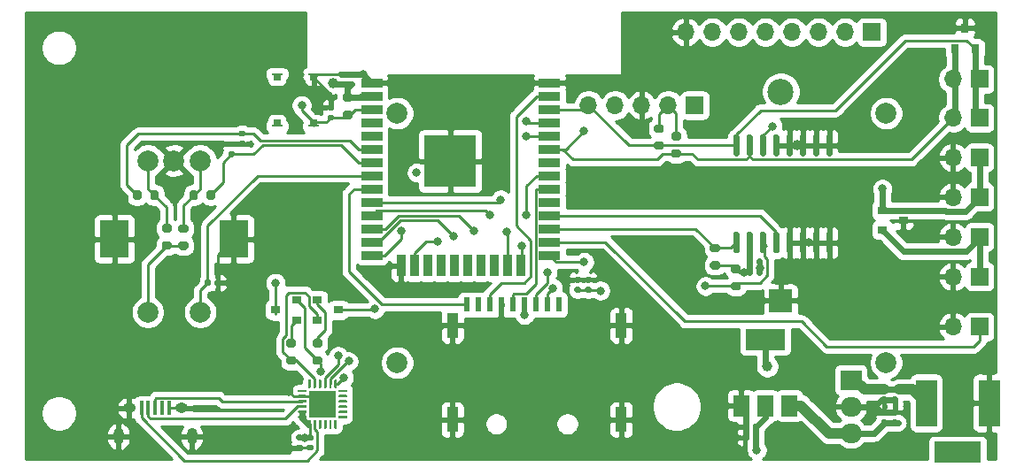
<source format=gbr>
%TF.GenerationSoftware,KiCad,Pcbnew,(5.1.8)-1*%
%TF.CreationDate,2021-03-10T15:17:51+00:00*%
%TF.ProjectId,Project_2_smaller,50726f6a-6563-4745-9f32-5f736d616c6c,rev?*%
%TF.SameCoordinates,Original*%
%TF.FileFunction,Copper,L1,Top*%
%TF.FilePolarity,Positive*%
%FSLAX46Y46*%
G04 Gerber Fmt 4.6, Leading zero omitted, Abs format (unit mm)*
G04 Created by KiCad (PCBNEW (5.1.8)-1) date 2021-03-10 15:17:51*
%MOMM*%
%LPD*%
G01*
G04 APERTURE LIST*
%TA.AperFunction,ComponentPad*%
%ADD10O,1.000000X1.550000*%
%TD*%
%TA.AperFunction,ComponentPad*%
%ADD11O,1.250000X0.950000*%
%TD*%
%TA.AperFunction,SMDPad,CuDef*%
%ADD12R,0.400000X1.350000*%
%TD*%
%TA.AperFunction,ComponentPad*%
%ADD13R,4.500000X2.000000*%
%TD*%
%TA.AperFunction,ComponentPad*%
%ADD14R,2.000000X4.500000*%
%TD*%
%TA.AperFunction,ComponentPad*%
%ADD15O,1.700000X1.700000*%
%TD*%
%TA.AperFunction,ComponentPad*%
%ADD16R,1.700000X1.700000*%
%TD*%
%TA.AperFunction,ComponentPad*%
%ADD17C,2.000000*%
%TD*%
%TA.AperFunction,SMDPad,CuDef*%
%ADD18R,0.620000X1.400000*%
%TD*%
%TA.AperFunction,SMDPad,CuDef*%
%ADD19R,1.100000X2.400000*%
%TD*%
%TA.AperFunction,ComponentPad*%
%ADD20R,2.170000X2.170000*%
%TD*%
%TA.AperFunction,ComponentPad*%
%ADD21C,2.500000*%
%TD*%
%TA.AperFunction,SMDPad,CuDef*%
%ADD22R,0.900000X0.800000*%
%TD*%
%TA.AperFunction,SMDPad,CuDef*%
%ADD23R,0.800000X0.900000*%
%TD*%
%TA.AperFunction,ComponentPad*%
%ADD24R,2.800000X3.600000*%
%TD*%
%TA.AperFunction,SMDPad,CuDef*%
%ADD25R,0.700000X0.500000*%
%TD*%
%TA.AperFunction,SMDPad,CuDef*%
%ADD26R,1.100000X0.200000*%
%TD*%
%TA.AperFunction,SMDPad,CuDef*%
%ADD27R,2.000000X0.900000*%
%TD*%
%TA.AperFunction,SMDPad,CuDef*%
%ADD28R,0.900000X2.000000*%
%TD*%
%TA.AperFunction,SMDPad,CuDef*%
%ADD29R,5.000000X5.000000*%
%TD*%
%TA.AperFunction,ComponentPad*%
%ADD30R,2.000000X1.905000*%
%TD*%
%TA.AperFunction,ComponentPad*%
%ADD31O,2.000000X1.905000*%
%TD*%
%TA.AperFunction,SMDPad,CuDef*%
%ADD32R,2.600000X2.600000*%
%TD*%
%TA.AperFunction,SMDPad,CuDef*%
%ADD33R,3.800000X2.000000*%
%TD*%
%TA.AperFunction,SMDPad,CuDef*%
%ADD34R,1.500000X2.000000*%
%TD*%
%TA.AperFunction,ViaPad*%
%ADD35C,0.800000*%
%TD*%
%TA.AperFunction,ViaPad*%
%ADD36C,1.000000*%
%TD*%
%TA.AperFunction,Conductor*%
%ADD37C,0.250000*%
%TD*%
%TA.AperFunction,Conductor*%
%ADD38C,0.600000*%
%TD*%
%TA.AperFunction,Conductor*%
%ADD39C,1.000000*%
%TD*%
%TA.AperFunction,Conductor*%
%ADD40C,0.254000*%
%TD*%
%TA.AperFunction,Conductor*%
%ADD41C,0.100000*%
%TD*%
G04 APERTURE END LIST*
D10*
%TO.P,J1,6*%
%TO.N,Earth*%
X120200000Y-137200000D03*
X113200000Y-137200000D03*
D11*
X114200000Y-134500000D03*
X119200000Y-134500000D03*
D12*
%TO.P,J1,1*%
%TO.N,Net-(J1-Pad1)*%
X115400000Y-134500000D03*
%TO.P,J1,2*%
%TO.N,Net-(J1-Pad2)*%
X116050000Y-134500000D03*
%TO.P,J1,5*%
%TO.N,Earth*%
X118000000Y-134500000D03*
%TO.P,J1,4*%
%TO.N,N/C*%
X117350000Y-134500000D03*
%TO.P,J1,3*%
%TO.N,Net-(J1-Pad3)*%
X116700000Y-134500000D03*
%TD*%
D13*
%TO.P,J2,3*%
%TO.N,N/C*%
X193400000Y-138700000D03*
D14*
%TO.P,J2,1*%
%TO.N,LINE*%
X190400000Y-134000000D03*
%TO.P,J2,2*%
%TO.N,Earth*%
X196400000Y-134000000D03*
%TD*%
D15*
%TO.P,J13,5*%
%TO.N,SCL*%
X158120000Y-105500000D03*
%TO.P,J13,4*%
%TO.N,SDA*%
X160660000Y-105500000D03*
%TO.P,J13,3*%
%TO.N,Earth*%
X163200000Y-105500000D03*
%TO.P,J13,2*%
%TO.N,+3V3*%
X165740000Y-105500000D03*
D16*
%TO.P,J13,1*%
X168280000Y-105500000D03*
D17*
%TO.P,J13,*%
%TO.N,*%
X139832000Y-106262000D03*
X186568000Y-106262000D03*
X186568000Y-130138000D03*
X139832000Y-130138000D03*
%TD*%
D18*
%TO.P,J3,1*%
%TO.N,N/C*%
X155280000Y-124580000D03*
%TO.P,J3,2*%
%TO.N,/!SD_SS*%
X154180000Y-124580000D03*
%TO.P,J3,3*%
%TO.N,MOSI*%
X153080000Y-124580000D03*
%TO.P,J3,4*%
%TO.N,+3V3*%
X151980000Y-124580000D03*
%TO.P,J3,5*%
%TO.N,SCK*%
X150880000Y-124580000D03*
%TO.P,J3,6*%
%TO.N,Earth*%
X149780000Y-124580000D03*
%TO.P,J3,7*%
%TO.N,MISO*%
X148680000Y-124580000D03*
%TO.P,J3,8*%
%TO.N,N/C*%
X147580000Y-124580000D03*
%TO.P,J3,9*%
%TO.N,/SD_Det*%
X146480000Y-124580000D03*
D19*
%TO.P,J3,11*%
%TO.N,Earth*%
X145100000Y-135580000D03*
X145100000Y-126580000D03*
X161250000Y-126580000D03*
X161250000Y-135580000D03*
%TD*%
%TO.P,R7,2*%
%TO.N,Net-(Q2-Pad1)*%
%TA.AperFunction,SMDPad,CuDef*%
G36*
G01*
X132475000Y-128675000D02*
X131925000Y-128675000D01*
G75*
G02*
X131725000Y-128475000I0J200000D01*
G01*
X131725000Y-128075000D01*
G75*
G02*
X131925000Y-127875000I200000J0D01*
G01*
X132475000Y-127875000D01*
G75*
G02*
X132675000Y-128075000I0J-200000D01*
G01*
X132675000Y-128475000D01*
G75*
G02*
X132475000Y-128675000I-200000J0D01*
G01*
G37*
%TD.AperFunction*%
%TO.P,R7,1*%
%TO.N,Net-(Q1-Pad2)*%
%TA.AperFunction,SMDPad,CuDef*%
G36*
G01*
X132475000Y-130325000D02*
X131925000Y-130325000D01*
G75*
G02*
X131725000Y-130125000I0J200000D01*
G01*
X131725000Y-129725000D01*
G75*
G02*
X131925000Y-129525000I200000J0D01*
G01*
X132475000Y-129525000D01*
G75*
G02*
X132675000Y-129725000I0J-200000D01*
G01*
X132675000Y-130125000D01*
G75*
G02*
X132475000Y-130325000I-200000J0D01*
G01*
G37*
%TD.AperFunction*%
%TD*%
D20*
%TO.P,BT1,2*%
%TO.N,Earth*%
X176500000Y-124200000D03*
D21*
%TO.P,BT1,1*%
%TO.N,Net-(BT1-Pad1)*%
X176500000Y-104200000D03*
%TD*%
%TO.P,C1,2*%
%TO.N,Earth*%
%TA.AperFunction,SMDPad,CuDef*%
G36*
G01*
X134670000Y-102814999D02*
X134330000Y-102814999D01*
G75*
G02*
X134190000Y-102674999I0J140000D01*
G01*
X134190000Y-102394999D01*
G75*
G02*
X134330000Y-102254999I140000J0D01*
G01*
X134670000Y-102254999D01*
G75*
G02*
X134810000Y-102394999I0J-140000D01*
G01*
X134810000Y-102674999D01*
G75*
G02*
X134670000Y-102814999I-140000J0D01*
G01*
G37*
%TD.AperFunction*%
%TO.P,C1,1*%
%TO.N,+3V3*%
%TA.AperFunction,SMDPad,CuDef*%
G36*
G01*
X134670000Y-103774999D02*
X134330000Y-103774999D01*
G75*
G02*
X134190000Y-103634999I0J140000D01*
G01*
X134190000Y-103354999D01*
G75*
G02*
X134330000Y-103214999I140000J0D01*
G01*
X134670000Y-103214999D01*
G75*
G02*
X134810000Y-103354999I0J-140000D01*
G01*
X134810000Y-103634999D01*
G75*
G02*
X134670000Y-103774999I-140000J0D01*
G01*
G37*
%TD.AperFunction*%
%TD*%
%TO.P,C2,2*%
%TO.N,Earth*%
%TA.AperFunction,SMDPad,CuDef*%
G36*
G01*
X135645001Y-102814999D02*
X135305001Y-102814999D01*
G75*
G02*
X135165001Y-102674999I0J140000D01*
G01*
X135165001Y-102394999D01*
G75*
G02*
X135305001Y-102254999I140000J0D01*
G01*
X135645001Y-102254999D01*
G75*
G02*
X135785001Y-102394999I0J-140000D01*
G01*
X135785001Y-102674999D01*
G75*
G02*
X135645001Y-102814999I-140000J0D01*
G01*
G37*
%TD.AperFunction*%
%TO.P,C2,1*%
%TO.N,+3V3*%
%TA.AperFunction,SMDPad,CuDef*%
G36*
G01*
X135645001Y-103774999D02*
X135305001Y-103774999D01*
G75*
G02*
X135165001Y-103634999I0J140000D01*
G01*
X135165001Y-103354999D01*
G75*
G02*
X135305001Y-103214999I140000J0D01*
G01*
X135645001Y-103214999D01*
G75*
G02*
X135785001Y-103354999I0J-140000D01*
G01*
X135785001Y-103634999D01*
G75*
G02*
X135645001Y-103774999I-140000J0D01*
G01*
G37*
%TD.AperFunction*%
%TD*%
%TO.P,C3,2*%
%TO.N,Earth*%
%TA.AperFunction,SMDPad,CuDef*%
G36*
G01*
X133670000Y-106000000D02*
X133330000Y-106000000D01*
G75*
G02*
X133190000Y-105860000I0J140000D01*
G01*
X133190000Y-105580000D01*
G75*
G02*
X133330000Y-105440000I140000J0D01*
G01*
X133670000Y-105440000D01*
G75*
G02*
X133810000Y-105580000I0J-140000D01*
G01*
X133810000Y-105860000D01*
G75*
G02*
X133670000Y-106000000I-140000J0D01*
G01*
G37*
%TD.AperFunction*%
%TO.P,C3,1*%
%TO.N,/RESET*%
%TA.AperFunction,SMDPad,CuDef*%
G36*
G01*
X133670000Y-106960000D02*
X133330000Y-106960000D01*
G75*
G02*
X133190000Y-106820000I0J140000D01*
G01*
X133190000Y-106540000D01*
G75*
G02*
X133330000Y-106400000I140000J0D01*
G01*
X133670000Y-106400000D01*
G75*
G02*
X133810000Y-106540000I0J-140000D01*
G01*
X133810000Y-106820000D01*
G75*
G02*
X133670000Y-106960000I-140000J0D01*
G01*
G37*
%TD.AperFunction*%
%TD*%
%TO.P,C4,1*%
%TO.N,+3V3*%
%TA.AperFunction,SMDPad,CuDef*%
G36*
G01*
X131330000Y-137040000D02*
X131670000Y-137040000D01*
G75*
G02*
X131810000Y-137180000I0J-140000D01*
G01*
X131810000Y-137460000D01*
G75*
G02*
X131670000Y-137600000I-140000J0D01*
G01*
X131330000Y-137600000D01*
G75*
G02*
X131190000Y-137460000I0J140000D01*
G01*
X131190000Y-137180000D01*
G75*
G02*
X131330000Y-137040000I140000J0D01*
G01*
G37*
%TD.AperFunction*%
%TO.P,C4,2*%
%TO.N,Earth*%
%TA.AperFunction,SMDPad,CuDef*%
G36*
G01*
X131330000Y-138000000D02*
X131670000Y-138000000D01*
G75*
G02*
X131810000Y-138140000I0J-140000D01*
G01*
X131810000Y-138420000D01*
G75*
G02*
X131670000Y-138560000I-140000J0D01*
G01*
X131330000Y-138560000D01*
G75*
G02*
X131190000Y-138420000I0J140000D01*
G01*
X131190000Y-138140000D01*
G75*
G02*
X131330000Y-138000000I140000J0D01*
G01*
G37*
%TD.AperFunction*%
%TD*%
%TO.P,C5,1*%
%TO.N,+3V3*%
%TA.AperFunction,SMDPad,CuDef*%
G36*
G01*
X173240000Y-120670000D02*
X173240000Y-120330000D01*
G75*
G02*
X173380000Y-120190000I140000J0D01*
G01*
X173660000Y-120190000D01*
G75*
G02*
X173800000Y-120330000I0J-140000D01*
G01*
X173800000Y-120670000D01*
G75*
G02*
X173660000Y-120810000I-140000J0D01*
G01*
X173380000Y-120810000D01*
G75*
G02*
X173240000Y-120670000I0J140000D01*
G01*
G37*
%TD.AperFunction*%
%TO.P,C5,2*%
%TO.N,Earth*%
%TA.AperFunction,SMDPad,CuDef*%
G36*
G01*
X174200000Y-120670000D02*
X174200000Y-120330000D01*
G75*
G02*
X174340000Y-120190000I140000J0D01*
G01*
X174620000Y-120190000D01*
G75*
G02*
X174760000Y-120330000I0J-140000D01*
G01*
X174760000Y-120670000D01*
G75*
G02*
X174620000Y-120810000I-140000J0D01*
G01*
X174340000Y-120810000D01*
G75*
G02*
X174200000Y-120670000I0J140000D01*
G01*
G37*
%TD.AperFunction*%
%TD*%
%TO.P,C6,2*%
%TO.N,Earth*%
%TA.AperFunction,SMDPad,CuDef*%
G36*
G01*
X130330000Y-138000000D02*
X130670000Y-138000000D01*
G75*
G02*
X130810000Y-138140000I0J-140000D01*
G01*
X130810000Y-138420000D01*
G75*
G02*
X130670000Y-138560000I-140000J0D01*
G01*
X130330000Y-138560000D01*
G75*
G02*
X130190000Y-138420000I0J140000D01*
G01*
X130190000Y-138140000D01*
G75*
G02*
X130330000Y-138000000I140000J0D01*
G01*
G37*
%TD.AperFunction*%
%TO.P,C6,1*%
%TO.N,+3V3*%
%TA.AperFunction,SMDPad,CuDef*%
G36*
G01*
X130330000Y-137040000D02*
X130670000Y-137040000D01*
G75*
G02*
X130810000Y-137180000I0J-140000D01*
G01*
X130810000Y-137460000D01*
G75*
G02*
X130670000Y-137600000I-140000J0D01*
G01*
X130330000Y-137600000D01*
G75*
G02*
X130190000Y-137460000I0J140000D01*
G01*
X130190000Y-137180000D01*
G75*
G02*
X130330000Y-137040000I140000J0D01*
G01*
G37*
%TD.AperFunction*%
%TD*%
%TO.P,C7,2*%
%TO.N,Earth*%
%TA.AperFunction,SMDPad,CuDef*%
G36*
G01*
X174200000Y-121670000D02*
X174200000Y-121330000D01*
G75*
G02*
X174340000Y-121190000I140000J0D01*
G01*
X174620000Y-121190000D01*
G75*
G02*
X174760000Y-121330000I0J-140000D01*
G01*
X174760000Y-121670000D01*
G75*
G02*
X174620000Y-121810000I-140000J0D01*
G01*
X174340000Y-121810000D01*
G75*
G02*
X174200000Y-121670000I0J140000D01*
G01*
G37*
%TD.AperFunction*%
%TO.P,C7,1*%
%TO.N,+3V3*%
%TA.AperFunction,SMDPad,CuDef*%
G36*
G01*
X173240000Y-121670000D02*
X173240000Y-121330000D01*
G75*
G02*
X173380000Y-121190000I140000J0D01*
G01*
X173660000Y-121190000D01*
G75*
G02*
X173800000Y-121330000I0J-140000D01*
G01*
X173800000Y-121670000D01*
G75*
G02*
X173660000Y-121810000I-140000J0D01*
G01*
X173380000Y-121810000D01*
G75*
G02*
X173240000Y-121670000I0J140000D01*
G01*
G37*
%TD.AperFunction*%
%TD*%
%TO.P,C8,2*%
%TO.N,Earth*%
%TA.AperFunction,SMDPad,CuDef*%
G36*
G01*
X187230000Y-133400000D02*
X187570000Y-133400000D01*
G75*
G02*
X187710000Y-133540000I0J-140000D01*
G01*
X187710000Y-133820000D01*
G75*
G02*
X187570000Y-133960000I-140000J0D01*
G01*
X187230000Y-133960000D01*
G75*
G02*
X187090000Y-133820000I0J140000D01*
G01*
X187090000Y-133540000D01*
G75*
G02*
X187230000Y-133400000I140000J0D01*
G01*
G37*
%TD.AperFunction*%
%TO.P,C8,1*%
%TO.N,LINE*%
%TA.AperFunction,SMDPad,CuDef*%
G36*
G01*
X187230000Y-132440000D02*
X187570000Y-132440000D01*
G75*
G02*
X187710000Y-132580000I0J-140000D01*
G01*
X187710000Y-132860000D01*
G75*
G02*
X187570000Y-133000000I-140000J0D01*
G01*
X187230000Y-133000000D01*
G75*
G02*
X187090000Y-132860000I0J140000D01*
G01*
X187090000Y-132580000D01*
G75*
G02*
X187230000Y-132440000I140000J0D01*
G01*
G37*
%TD.AperFunction*%
%TD*%
%TO.P,C9,2*%
%TO.N,Earth*%
%TA.AperFunction,SMDPad,CuDef*%
G36*
G01*
X186230000Y-133400000D02*
X186570000Y-133400000D01*
G75*
G02*
X186710000Y-133540000I0J-140000D01*
G01*
X186710000Y-133820000D01*
G75*
G02*
X186570000Y-133960000I-140000J0D01*
G01*
X186230000Y-133960000D01*
G75*
G02*
X186090000Y-133820000I0J140000D01*
G01*
X186090000Y-133540000D01*
G75*
G02*
X186230000Y-133400000I140000J0D01*
G01*
G37*
%TD.AperFunction*%
%TO.P,C9,1*%
%TO.N,LINE*%
%TA.AperFunction,SMDPad,CuDef*%
G36*
G01*
X186230000Y-132440000D02*
X186570000Y-132440000D01*
G75*
G02*
X186710000Y-132580000I0J-140000D01*
G01*
X186710000Y-132860000D01*
G75*
G02*
X186570000Y-133000000I-140000J0D01*
G01*
X186230000Y-133000000D01*
G75*
G02*
X186090000Y-132860000I0J140000D01*
G01*
X186090000Y-132580000D01*
G75*
G02*
X186230000Y-132440000I140000J0D01*
G01*
G37*
%TD.AperFunction*%
%TD*%
%TO.P,C10,2*%
%TO.N,Earth*%
%TA.AperFunction,SMDPad,CuDef*%
G36*
G01*
X187570000Y-135200000D02*
X187230000Y-135200000D01*
G75*
G02*
X187090000Y-135060000I0J140000D01*
G01*
X187090000Y-134780000D01*
G75*
G02*
X187230000Y-134640000I140000J0D01*
G01*
X187570000Y-134640000D01*
G75*
G02*
X187710000Y-134780000I0J-140000D01*
G01*
X187710000Y-135060000D01*
G75*
G02*
X187570000Y-135200000I-140000J0D01*
G01*
G37*
%TD.AperFunction*%
%TO.P,C10,1*%
%TO.N,+12V*%
%TA.AperFunction,SMDPad,CuDef*%
G36*
G01*
X187570000Y-136160000D02*
X187230000Y-136160000D01*
G75*
G02*
X187090000Y-136020000I0J140000D01*
G01*
X187090000Y-135740000D01*
G75*
G02*
X187230000Y-135600000I140000J0D01*
G01*
X187570000Y-135600000D01*
G75*
G02*
X187710000Y-135740000I0J-140000D01*
G01*
X187710000Y-136020000D01*
G75*
G02*
X187570000Y-136160000I-140000J0D01*
G01*
G37*
%TD.AperFunction*%
%TD*%
%TO.P,C11,1*%
%TO.N,+12V*%
%TA.AperFunction,SMDPad,CuDef*%
G36*
G01*
X186570000Y-136160000D02*
X186230000Y-136160000D01*
G75*
G02*
X186090000Y-136020000I0J140000D01*
G01*
X186090000Y-135740000D01*
G75*
G02*
X186230000Y-135600000I140000J0D01*
G01*
X186570000Y-135600000D01*
G75*
G02*
X186710000Y-135740000I0J-140000D01*
G01*
X186710000Y-136020000D01*
G75*
G02*
X186570000Y-136160000I-140000J0D01*
G01*
G37*
%TD.AperFunction*%
%TO.P,C11,2*%
%TO.N,Earth*%
%TA.AperFunction,SMDPad,CuDef*%
G36*
G01*
X186570000Y-135200000D02*
X186230000Y-135200000D01*
G75*
G02*
X186090000Y-135060000I0J140000D01*
G01*
X186090000Y-134780000D01*
G75*
G02*
X186230000Y-134640000I140000J0D01*
G01*
X186570000Y-134640000D01*
G75*
G02*
X186710000Y-134780000I0J-140000D01*
G01*
X186710000Y-135060000D01*
G75*
G02*
X186570000Y-135200000I-140000J0D01*
G01*
G37*
%TD.AperFunction*%
%TD*%
%TO.P,C12,1*%
%TO.N,+3V3*%
%TA.AperFunction,SMDPad,CuDef*%
G36*
G01*
X158270000Y-123460000D02*
X157930000Y-123460000D01*
G75*
G02*
X157790000Y-123320000I0J140000D01*
G01*
X157790000Y-123040000D01*
G75*
G02*
X157930000Y-122900000I140000J0D01*
G01*
X158270000Y-122900000D01*
G75*
G02*
X158410000Y-123040000I0J-140000D01*
G01*
X158410000Y-123320000D01*
G75*
G02*
X158270000Y-123460000I-140000J0D01*
G01*
G37*
%TD.AperFunction*%
%TO.P,C12,2*%
%TO.N,Earth*%
%TA.AperFunction,SMDPad,CuDef*%
G36*
G01*
X158270000Y-122500000D02*
X157930000Y-122500000D01*
G75*
G02*
X157790000Y-122360000I0J140000D01*
G01*
X157790000Y-122080000D01*
G75*
G02*
X157930000Y-121940000I140000J0D01*
G01*
X158270000Y-121940000D01*
G75*
G02*
X158410000Y-122080000I0J-140000D01*
G01*
X158410000Y-122360000D01*
G75*
G02*
X158270000Y-122500000I-140000J0D01*
G01*
G37*
%TD.AperFunction*%
%TD*%
%TO.P,C13,2*%
%TO.N,Earth*%
%TA.AperFunction,SMDPad,CuDef*%
G36*
G01*
X157255001Y-122500000D02*
X156915001Y-122500000D01*
G75*
G02*
X156775001Y-122360000I0J140000D01*
G01*
X156775001Y-122080000D01*
G75*
G02*
X156915001Y-121940000I140000J0D01*
G01*
X157255001Y-121940000D01*
G75*
G02*
X157395001Y-122080000I0J-140000D01*
G01*
X157395001Y-122360000D01*
G75*
G02*
X157255001Y-122500000I-140000J0D01*
G01*
G37*
%TD.AperFunction*%
%TO.P,C13,1*%
%TO.N,+3V3*%
%TA.AperFunction,SMDPad,CuDef*%
G36*
G01*
X157255001Y-123460000D02*
X156915001Y-123460000D01*
G75*
G02*
X156775001Y-123320000I0J140000D01*
G01*
X156775001Y-123040000D01*
G75*
G02*
X156915001Y-122900000I140000J0D01*
G01*
X157255001Y-122900000D01*
G75*
G02*
X157395001Y-123040000I0J-140000D01*
G01*
X157395001Y-123320000D01*
G75*
G02*
X157255001Y-123460000I-140000J0D01*
G01*
G37*
%TD.AperFunction*%
%TD*%
%TO.P,C14,1*%
%TO.N,+3V3*%
%TA.AperFunction,SMDPad,CuDef*%
G36*
G01*
X174360000Y-136130000D02*
X174360000Y-136470000D01*
G75*
G02*
X174220000Y-136610000I-140000J0D01*
G01*
X173940000Y-136610000D01*
G75*
G02*
X173800000Y-136470000I0J140000D01*
G01*
X173800000Y-136130000D01*
G75*
G02*
X173940000Y-135990000I140000J0D01*
G01*
X174220000Y-135990000D01*
G75*
G02*
X174360000Y-136130000I0J-140000D01*
G01*
G37*
%TD.AperFunction*%
%TO.P,C14,2*%
%TO.N,Earth*%
%TA.AperFunction,SMDPad,CuDef*%
G36*
G01*
X173400000Y-136130000D02*
X173400000Y-136470000D01*
G75*
G02*
X173260000Y-136610000I-140000J0D01*
G01*
X172980000Y-136610000D01*
G75*
G02*
X172840000Y-136470000I0J140000D01*
G01*
X172840000Y-136130000D01*
G75*
G02*
X172980000Y-135990000I140000J0D01*
G01*
X173260000Y-135990000D01*
G75*
G02*
X173400000Y-136130000I0J-140000D01*
G01*
G37*
%TD.AperFunction*%
%TD*%
%TO.P,C15,2*%
%TO.N,Earth*%
%TA.AperFunction,SMDPad,CuDef*%
G36*
G01*
X173400000Y-137130000D02*
X173400000Y-137470000D01*
G75*
G02*
X173260000Y-137610000I-140000J0D01*
G01*
X172980000Y-137610000D01*
G75*
G02*
X172840000Y-137470000I0J140000D01*
G01*
X172840000Y-137130000D01*
G75*
G02*
X172980000Y-136990000I140000J0D01*
G01*
X173260000Y-136990000D01*
G75*
G02*
X173400000Y-137130000I0J-140000D01*
G01*
G37*
%TD.AperFunction*%
%TO.P,C15,1*%
%TO.N,+3V3*%
%TA.AperFunction,SMDPad,CuDef*%
G36*
G01*
X174360000Y-137130000D02*
X174360000Y-137470000D01*
G75*
G02*
X174220000Y-137610000I-140000J0D01*
G01*
X173940000Y-137610000D01*
G75*
G02*
X173800000Y-137470000I0J140000D01*
G01*
X173800000Y-137130000D01*
G75*
G02*
X173940000Y-136990000I140000J0D01*
G01*
X174220000Y-136990000D01*
G75*
G02*
X174360000Y-137130000I0J-140000D01*
G01*
G37*
%TD.AperFunction*%
%TD*%
%TO.P,C16,1*%
%TO.N,/EncoderB*%
%TA.AperFunction,SMDPad,CuDef*%
G36*
G01*
X124170000Y-110460000D02*
X123830000Y-110460000D01*
G75*
G02*
X123690000Y-110320000I0J140000D01*
G01*
X123690000Y-110040000D01*
G75*
G02*
X123830000Y-109900000I140000J0D01*
G01*
X124170000Y-109900000D01*
G75*
G02*
X124310000Y-110040000I0J-140000D01*
G01*
X124310000Y-110320000D01*
G75*
G02*
X124170000Y-110460000I-140000J0D01*
G01*
G37*
%TD.AperFunction*%
%TO.P,C16,2*%
%TO.N,Earth*%
%TA.AperFunction,SMDPad,CuDef*%
G36*
G01*
X124170000Y-109500000D02*
X123830000Y-109500000D01*
G75*
G02*
X123690000Y-109360000I0J140000D01*
G01*
X123690000Y-109080000D01*
G75*
G02*
X123830000Y-108940000I140000J0D01*
G01*
X124170000Y-108940000D01*
G75*
G02*
X124310000Y-109080000I0J-140000D01*
G01*
X124310000Y-109360000D01*
G75*
G02*
X124170000Y-109500000I-140000J0D01*
G01*
G37*
%TD.AperFunction*%
%TD*%
%TO.P,C17,2*%
%TO.N,Earth*%
%TA.AperFunction,SMDPad,CuDef*%
G36*
G01*
X124830000Y-108900000D02*
X125170000Y-108900000D01*
G75*
G02*
X125310000Y-109040000I0J-140000D01*
G01*
X125310000Y-109320000D01*
G75*
G02*
X125170000Y-109460000I-140000J0D01*
G01*
X124830000Y-109460000D01*
G75*
G02*
X124690000Y-109320000I0J140000D01*
G01*
X124690000Y-109040000D01*
G75*
G02*
X124830000Y-108900000I140000J0D01*
G01*
G37*
%TD.AperFunction*%
%TO.P,C17,1*%
%TO.N,/EncoderA*%
%TA.AperFunction,SMDPad,CuDef*%
G36*
G01*
X124830000Y-107940000D02*
X125170000Y-107940000D01*
G75*
G02*
X125310000Y-108080000I0J-140000D01*
G01*
X125310000Y-108360000D01*
G75*
G02*
X125170000Y-108500000I-140000J0D01*
G01*
X124830000Y-108500000D01*
G75*
G02*
X124690000Y-108360000I0J140000D01*
G01*
X124690000Y-108080000D01*
G75*
G02*
X124830000Y-107940000I140000J0D01*
G01*
G37*
%TD.AperFunction*%
%TD*%
%TO.P,C18,1*%
%TO.N,/Button*%
%TA.AperFunction,SMDPad,CuDef*%
G36*
G01*
X121440000Y-122670000D02*
X121440000Y-122330000D01*
G75*
G02*
X121580000Y-122190000I140000J0D01*
G01*
X121860000Y-122190000D01*
G75*
G02*
X122000000Y-122330000I0J-140000D01*
G01*
X122000000Y-122670000D01*
G75*
G02*
X121860000Y-122810000I-140000J0D01*
G01*
X121580000Y-122810000D01*
G75*
G02*
X121440000Y-122670000I0J140000D01*
G01*
G37*
%TD.AperFunction*%
%TO.P,C18,2*%
%TO.N,Earth*%
%TA.AperFunction,SMDPad,CuDef*%
G36*
G01*
X122400000Y-122670000D02*
X122400000Y-122330000D01*
G75*
G02*
X122540000Y-122190000I140000J0D01*
G01*
X122820000Y-122190000D01*
G75*
G02*
X122960000Y-122330000I0J-140000D01*
G01*
X122960000Y-122670000D01*
G75*
G02*
X122820000Y-122810000I-140000J0D01*
G01*
X122540000Y-122810000D01*
G75*
G02*
X122400000Y-122670000I0J140000D01*
G01*
G37*
%TD.AperFunction*%
%TD*%
D22*
%TO.P,D1,3*%
%TO.N,Earth*%
X188200000Y-116500000D03*
%TO.P,D1,2*%
%TO.N,+12V*%
X186200000Y-117450000D03*
%TO.P,D1,1*%
%TO.N,+3V3*%
X186200000Y-115550000D03*
%TD*%
D23*
%TO.P,D2,1*%
%TO.N,SDA*%
X193150000Y-100100000D03*
%TO.P,D2,2*%
%TO.N,SCL*%
X195050000Y-100100000D03*
%TO.P,D2,3*%
%TO.N,Earth*%
X194100000Y-98100000D03*
%TD*%
D16*
%TO.P,J5,1*%
%TO.N,+12V*%
X185200000Y-98500000D03*
D15*
%TO.P,J5,2*%
%TO.N,/PWM6*%
X182660000Y-98500000D03*
%TO.P,J5,3*%
%TO.N,/PWM5*%
X180120000Y-98500000D03*
%TO.P,J5,4*%
%TO.N,/PWM4*%
X177580000Y-98500000D03*
%TO.P,J5,5*%
%TO.N,/PWM3*%
X175040000Y-98500000D03*
%TO.P,J5,6*%
%TO.N,/PWM2*%
X172500000Y-98500000D03*
%TO.P,J5,7*%
%TO.N,/PWM1*%
X169960000Y-98500000D03*
%TO.P,J5,8*%
%TO.N,Earth*%
X167420000Y-98500000D03*
%TD*%
D16*
%TO.P,J6,1*%
%TO.N,/OnOff*%
X195500000Y-126700000D03*
D15*
%TO.P,J6,2*%
%TO.N,Earth*%
X192960000Y-126700000D03*
%TD*%
D16*
%TO.P,J7,1*%
%TO.N,+12V*%
X195500000Y-121900000D03*
D15*
%TO.P,J7,2*%
%TO.N,Earth*%
X192960000Y-121900000D03*
%TD*%
%TO.P,J8,2*%
%TO.N,Earth*%
X192960000Y-118100000D03*
D16*
%TO.P,J8,1*%
%TO.N,+12V*%
X195500000Y-118100000D03*
%TD*%
%TO.P,J9,1*%
%TO.N,+3V3*%
X195500000Y-114300000D03*
D15*
%TO.P,J9,2*%
%TO.N,Earth*%
X192960000Y-114300000D03*
%TD*%
D16*
%TO.P,J10,1*%
%TO.N,+3V3*%
X195500000Y-110500000D03*
D15*
%TO.P,J10,2*%
%TO.N,Earth*%
X192960000Y-110500000D03*
%TD*%
%TO.P,J11,2*%
%TO.N,SDA*%
X192960000Y-106700000D03*
D16*
%TO.P,J11,1*%
%TO.N,SCL*%
X195500000Y-106700000D03*
%TD*%
D15*
%TO.P,J12,2*%
%TO.N,SDA*%
X192960000Y-103000000D03*
D16*
%TO.P,J12,1*%
%TO.N,SCL*%
X195500000Y-103000000D03*
%TD*%
D22*
%TO.P,Q1,3*%
%TO.N,/RESET*%
X128200000Y-125100000D03*
%TO.P,Q1,2*%
%TO.N,Net-(Q1-Pad2)*%
X130200000Y-124150000D03*
%TO.P,Q1,1*%
%TO.N,Net-(Q1-Pad1)*%
X130200000Y-126050000D03*
%TD*%
%TO.P,Q2,1*%
%TO.N,Net-(Q2-Pad1)*%
X132200000Y-124150000D03*
%TO.P,Q2,2*%
%TO.N,Net-(Q2-Pad2)*%
X132200000Y-126050000D03*
%TO.P,Q2,3*%
%TO.N,/IO0*%
X134200000Y-125100000D03*
%TD*%
%TO.P,R1,1*%
%TO.N,/RESET*%
%TA.AperFunction,SMDPad,CuDef*%
G36*
G01*
X135375000Y-106825000D02*
X134825000Y-106825000D01*
G75*
G02*
X134625000Y-106625000I0J200000D01*
G01*
X134625000Y-106225000D01*
G75*
G02*
X134825000Y-106025000I200000J0D01*
G01*
X135375000Y-106025000D01*
G75*
G02*
X135575000Y-106225000I0J-200000D01*
G01*
X135575000Y-106625000D01*
G75*
G02*
X135375000Y-106825000I-200000J0D01*
G01*
G37*
%TD.AperFunction*%
%TO.P,R1,2*%
%TO.N,+3V3*%
%TA.AperFunction,SMDPad,CuDef*%
G36*
G01*
X135375000Y-105175000D02*
X134825000Y-105175000D01*
G75*
G02*
X134625000Y-104975000I0J200000D01*
G01*
X134625000Y-104575000D01*
G75*
G02*
X134825000Y-104375000I200000J0D01*
G01*
X135375000Y-104375000D01*
G75*
G02*
X135575000Y-104575000I0J-200000D01*
G01*
X135575000Y-104975000D01*
G75*
G02*
X135375000Y-105175000I-200000J0D01*
G01*
G37*
%TD.AperFunction*%
%TD*%
%TO.P,R2,1*%
%TO.N,/RTC-INTSQW*%
%TA.AperFunction,SMDPad,CuDef*%
G36*
G01*
X172475000Y-123225000D02*
X171925000Y-123225000D01*
G75*
G02*
X171725000Y-123025000I0J200000D01*
G01*
X171725000Y-122625000D01*
G75*
G02*
X171925000Y-122425000I200000J0D01*
G01*
X172475000Y-122425000D01*
G75*
G02*
X172675000Y-122625000I0J-200000D01*
G01*
X172675000Y-123025000D01*
G75*
G02*
X172475000Y-123225000I-200000J0D01*
G01*
G37*
%TD.AperFunction*%
%TO.P,R2,2*%
%TO.N,+3V3*%
%TA.AperFunction,SMDPad,CuDef*%
G36*
G01*
X172475000Y-121575000D02*
X171925000Y-121575000D01*
G75*
G02*
X171725000Y-121375000I0J200000D01*
G01*
X171725000Y-120975000D01*
G75*
G02*
X171925000Y-120775000I200000J0D01*
G01*
X172475000Y-120775000D01*
G75*
G02*
X172675000Y-120975000I0J-200000D01*
G01*
X172675000Y-121375000D01*
G75*
G02*
X172475000Y-121575000I-200000J0D01*
G01*
G37*
%TD.AperFunction*%
%TD*%
%TO.P,R3,2*%
%TO.N,+3V3*%
%TA.AperFunction,SMDPad,CuDef*%
G36*
G01*
X169925000Y-120425000D02*
X170475000Y-120425000D01*
G75*
G02*
X170675000Y-120625000I0J-200000D01*
G01*
X170675000Y-121025000D01*
G75*
G02*
X170475000Y-121225000I-200000J0D01*
G01*
X169925000Y-121225000D01*
G75*
G02*
X169725000Y-121025000I0J200000D01*
G01*
X169725000Y-120625000D01*
G75*
G02*
X169925000Y-120425000I200000J0D01*
G01*
G37*
%TD.AperFunction*%
%TO.P,R3,1*%
%TO.N,/RTC-32kHz*%
%TA.AperFunction,SMDPad,CuDef*%
G36*
G01*
X169925000Y-118775000D02*
X170475000Y-118775000D01*
G75*
G02*
X170675000Y-118975000I0J-200000D01*
G01*
X170675000Y-119375000D01*
G75*
G02*
X170475000Y-119575000I-200000J0D01*
G01*
X169925000Y-119575000D01*
G75*
G02*
X169725000Y-119375000I0J200000D01*
G01*
X169725000Y-118975000D01*
G75*
G02*
X169925000Y-118775000I200000J0D01*
G01*
G37*
%TD.AperFunction*%
%TD*%
%TO.P,R4,2*%
%TO.N,+3V3*%
%TA.AperFunction,SMDPad,CuDef*%
G36*
G01*
X166775000Y-108875000D02*
X166225000Y-108875000D01*
G75*
G02*
X166025000Y-108675000I0J200000D01*
G01*
X166025000Y-108275000D01*
G75*
G02*
X166225000Y-108075000I200000J0D01*
G01*
X166775000Y-108075000D01*
G75*
G02*
X166975000Y-108275000I0J-200000D01*
G01*
X166975000Y-108675000D01*
G75*
G02*
X166775000Y-108875000I-200000J0D01*
G01*
G37*
%TD.AperFunction*%
%TO.P,R4,1*%
%TO.N,SDA*%
%TA.AperFunction,SMDPad,CuDef*%
G36*
G01*
X166775000Y-110525000D02*
X166225000Y-110525000D01*
G75*
G02*
X166025000Y-110325000I0J200000D01*
G01*
X166025000Y-109925000D01*
G75*
G02*
X166225000Y-109725000I200000J0D01*
G01*
X166775000Y-109725000D01*
G75*
G02*
X166975000Y-109925000I0J-200000D01*
G01*
X166975000Y-110325000D01*
G75*
G02*
X166775000Y-110525000I-200000J0D01*
G01*
G37*
%TD.AperFunction*%
%TD*%
%TO.P,R5,2*%
%TO.N,+3V3*%
%TA.AperFunction,SMDPad,CuDef*%
G36*
G01*
X165125000Y-108125000D02*
X164575000Y-108125000D01*
G75*
G02*
X164375000Y-107925000I0J200000D01*
G01*
X164375000Y-107525000D01*
G75*
G02*
X164575000Y-107325000I200000J0D01*
G01*
X165125000Y-107325000D01*
G75*
G02*
X165325000Y-107525000I0J-200000D01*
G01*
X165325000Y-107925000D01*
G75*
G02*
X165125000Y-108125000I-200000J0D01*
G01*
G37*
%TD.AperFunction*%
%TO.P,R5,1*%
%TO.N,SCL*%
%TA.AperFunction,SMDPad,CuDef*%
G36*
G01*
X165125000Y-109775000D02*
X164575000Y-109775000D01*
G75*
G02*
X164375000Y-109575000I0J200000D01*
G01*
X164375000Y-109175000D01*
G75*
G02*
X164575000Y-108975000I200000J0D01*
G01*
X165125000Y-108975000D01*
G75*
G02*
X165325000Y-109175000I0J-200000D01*
G01*
X165325000Y-109575000D01*
G75*
G02*
X165125000Y-109775000I-200000J0D01*
G01*
G37*
%TD.AperFunction*%
%TD*%
%TO.P,R6,1*%
%TO.N,Net-(Q2-Pad2)*%
%TA.AperFunction,SMDPad,CuDef*%
G36*
G01*
X129975000Y-130325000D02*
X129425000Y-130325000D01*
G75*
G02*
X129225000Y-130125000I0J200000D01*
G01*
X129225000Y-129725000D01*
G75*
G02*
X129425000Y-129525000I200000J0D01*
G01*
X129975000Y-129525000D01*
G75*
G02*
X130175000Y-129725000I0J-200000D01*
G01*
X130175000Y-130125000D01*
G75*
G02*
X129975000Y-130325000I-200000J0D01*
G01*
G37*
%TD.AperFunction*%
%TO.P,R6,2*%
%TO.N,Net-(Q1-Pad1)*%
%TA.AperFunction,SMDPad,CuDef*%
G36*
G01*
X129975000Y-128675000D02*
X129425000Y-128675000D01*
G75*
G02*
X129225000Y-128475000I0J200000D01*
G01*
X129225000Y-128075000D01*
G75*
G02*
X129425000Y-127875000I200000J0D01*
G01*
X129975000Y-127875000D01*
G75*
G02*
X130175000Y-128075000I0J-200000D01*
G01*
X130175000Y-128475000D01*
G75*
G02*
X129975000Y-128675000I-200000J0D01*
G01*
G37*
%TD.AperFunction*%
%TD*%
%TO.P,R8,2*%
%TO.N,Net-(R10-Pad2)*%
%TA.AperFunction,SMDPad,CuDef*%
G36*
G01*
X116225000Y-114375000D02*
X116225000Y-113825000D01*
G75*
G02*
X116425000Y-113625000I200000J0D01*
G01*
X116825000Y-113625000D01*
G75*
G02*
X117025000Y-113825000I0J-200000D01*
G01*
X117025000Y-114375000D01*
G75*
G02*
X116825000Y-114575000I-200000J0D01*
G01*
X116425000Y-114575000D01*
G75*
G02*
X116225000Y-114375000I0J200000D01*
G01*
G37*
%TD.AperFunction*%
%TO.P,R8,1*%
%TO.N,/EncoderA*%
%TA.AperFunction,SMDPad,CuDef*%
G36*
G01*
X114575000Y-114375000D02*
X114575000Y-113825000D01*
G75*
G02*
X114775000Y-113625000I200000J0D01*
G01*
X115175000Y-113625000D01*
G75*
G02*
X115375000Y-113825000I0J-200000D01*
G01*
X115375000Y-114375000D01*
G75*
G02*
X115175000Y-114575000I-200000J0D01*
G01*
X114775000Y-114575000D01*
G75*
G02*
X114575000Y-114375000I0J200000D01*
G01*
G37*
%TD.AperFunction*%
%TD*%
%TO.P,R9,2*%
%TO.N,Net-(R11-Pad2)*%
%TA.AperFunction,SMDPad,CuDef*%
G36*
G01*
X120775000Y-113825000D02*
X120775000Y-114375000D01*
G75*
G02*
X120575000Y-114575000I-200000J0D01*
G01*
X120175000Y-114575000D01*
G75*
G02*
X119975000Y-114375000I0J200000D01*
G01*
X119975000Y-113825000D01*
G75*
G02*
X120175000Y-113625000I200000J0D01*
G01*
X120575000Y-113625000D01*
G75*
G02*
X120775000Y-113825000I0J-200000D01*
G01*
G37*
%TD.AperFunction*%
%TO.P,R9,1*%
%TO.N,/EncoderB*%
%TA.AperFunction,SMDPad,CuDef*%
G36*
G01*
X122425000Y-113825000D02*
X122425000Y-114375000D01*
G75*
G02*
X122225000Y-114575000I-200000J0D01*
G01*
X121825000Y-114575000D01*
G75*
G02*
X121625000Y-114375000I0J200000D01*
G01*
X121625000Y-113825000D01*
G75*
G02*
X121825000Y-113625000I200000J0D01*
G01*
X122225000Y-113625000D01*
G75*
G02*
X122425000Y-113825000I0J-200000D01*
G01*
G37*
%TD.AperFunction*%
%TD*%
%TO.P,R10,2*%
%TO.N,Net-(R10-Pad2)*%
%TA.AperFunction,SMDPad,CuDef*%
G36*
G01*
X118075000Y-117675000D02*
X117525000Y-117675000D01*
G75*
G02*
X117325000Y-117475000I0J200000D01*
G01*
X117325000Y-117075000D01*
G75*
G02*
X117525000Y-116875000I200000J0D01*
G01*
X118075000Y-116875000D01*
G75*
G02*
X118275000Y-117075000I0J-200000D01*
G01*
X118275000Y-117475000D01*
G75*
G02*
X118075000Y-117675000I-200000J0D01*
G01*
G37*
%TD.AperFunction*%
%TO.P,R10,1*%
%TO.N,+3V3*%
%TA.AperFunction,SMDPad,CuDef*%
G36*
G01*
X118075000Y-119325000D02*
X117525000Y-119325000D01*
G75*
G02*
X117325000Y-119125000I0J200000D01*
G01*
X117325000Y-118725000D01*
G75*
G02*
X117525000Y-118525000I200000J0D01*
G01*
X118075000Y-118525000D01*
G75*
G02*
X118275000Y-118725000I0J-200000D01*
G01*
X118275000Y-119125000D01*
G75*
G02*
X118075000Y-119325000I-200000J0D01*
G01*
G37*
%TD.AperFunction*%
%TD*%
%TO.P,R11,2*%
%TO.N,Net-(R11-Pad2)*%
%TA.AperFunction,SMDPad,CuDef*%
G36*
G01*
X119675000Y-117700000D02*
X119125000Y-117700000D01*
G75*
G02*
X118925000Y-117500000I0J200000D01*
G01*
X118925000Y-117100000D01*
G75*
G02*
X119125000Y-116900000I200000J0D01*
G01*
X119675000Y-116900000D01*
G75*
G02*
X119875000Y-117100000I0J-200000D01*
G01*
X119875000Y-117500000D01*
G75*
G02*
X119675000Y-117700000I-200000J0D01*
G01*
G37*
%TD.AperFunction*%
%TO.P,R11,1*%
%TO.N,+3V3*%
%TA.AperFunction,SMDPad,CuDef*%
G36*
G01*
X119675000Y-119350000D02*
X119125000Y-119350000D01*
G75*
G02*
X118925000Y-119150000I0J200000D01*
G01*
X118925000Y-118750000D01*
G75*
G02*
X119125000Y-118550000I200000J0D01*
G01*
X119675000Y-118550000D01*
G75*
G02*
X119875000Y-118750000I0J-200000D01*
G01*
X119875000Y-119150000D01*
G75*
G02*
X119675000Y-119350000I-200000J0D01*
G01*
G37*
%TD.AperFunction*%
%TD*%
D17*
%TO.P,S1,B*%
%TO.N,Net-(R11-Pad2)*%
X121000000Y-110800000D03*
%TO.P,S1,C*%
%TO.N,Earth*%
X118500000Y-110800000D03*
%TO.P,S1,A*%
%TO.N,Net-(R10-Pad2)*%
X116000000Y-110800000D03*
%TO.P,S1,2*%
%TO.N,/Button*%
X121000000Y-125300000D03*
%TO.P,S1,1*%
%TO.N,+3V3*%
X116000000Y-125300000D03*
D24*
%TO.P,S1,3*%
%TO.N,Earth*%
X124200000Y-118300000D03*
X112800000Y-118300000D03*
%TD*%
D25*
%TO.P,SW1,4*%
%TO.N,N/C*%
X128350000Y-107125000D03*
%TO.P,SW1,3*%
X128350000Y-102875000D03*
%TO.P,SW1,2*%
%TO.N,/RESET*%
X131850000Y-107125000D03*
%TO.P,SW1,1*%
%TO.N,Earth*%
X131850000Y-102875000D03*
D26*
%TO.P,SW1,2*%
%TO.N,/RESET*%
X131850000Y-107475000D03*
%TO.P,SW1,3*%
%TO.N,N/C*%
X128350000Y-102525000D03*
%TO.P,SW1,4*%
X128350000Y-107475000D03*
%TO.P,SW1,1*%
%TO.N,Earth*%
X131850000Y-102525000D03*
%TD*%
D27*
%TO.P,U1,38*%
%TO.N,Earth*%
X154400000Y-103345000D03*
%TO.P,U1,37*%
%TO.N,MISO*%
X154400000Y-104615000D03*
%TO.P,U1,36*%
%TO.N,SCL*%
X154400000Y-105885000D03*
%TO.P,U1,35*%
%TO.N,TXD*%
X154400000Y-107155000D03*
%TO.P,U1,34*%
%TO.N,RXD*%
X154400000Y-108425000D03*
%TO.P,U1,33*%
%TO.N,SDA*%
X154400000Y-109695000D03*
%TO.P,U1,32*%
%TO.N,N/C*%
X154400000Y-110965000D03*
%TO.P,U1,31*%
%TO.N,MOSI*%
X154400000Y-112235000D03*
%TO.P,U1,30*%
%TO.N,SCK*%
X154400000Y-113505000D03*
%TO.P,U1,29*%
%TO.N,N/C*%
X154400000Y-114775000D03*
%TO.P,U1,28*%
%TO.N,/RTC-RST*%
X154400000Y-116045000D03*
%TO.P,U1,27*%
%TO.N,/RTC-32kHz*%
X154400000Y-117315000D03*
%TO.P,U1,26*%
%TO.N,/OnOff*%
X154400000Y-118585000D03*
%TO.P,U1,25*%
%TO.N,/IO0*%
X154400000Y-119855000D03*
D28*
%TO.P,U1,24*%
%TO.N,/!SD_SS*%
X151615000Y-120855000D03*
%TO.P,U1,23*%
%TO.N,/RTC-INTSQW*%
X150345000Y-120855000D03*
%TO.P,U1,22*%
%TO.N,N/C*%
X149075000Y-120855000D03*
%TO.P,U1,21*%
X147805000Y-120855000D03*
%TO.P,U1,20*%
X146535000Y-120855000D03*
%TO.P,U1,19*%
X145265000Y-120855000D03*
%TO.P,U1,18*%
X143995000Y-120855000D03*
%TO.P,U1,17*%
X142725000Y-120855000D03*
%TO.P,U1,16*%
%TO.N,/PWM2*%
X141455000Y-120855000D03*
%TO.P,U1,15*%
%TO.N,Earth*%
X140185000Y-120855000D03*
D27*
%TO.P,U1,14*%
%TO.N,/PWM1*%
X137400000Y-119855000D03*
%TO.P,U1,13*%
%TO.N,/PWM3*%
X137400000Y-118585000D03*
%TO.P,U1,12*%
%TO.N,/PWM6*%
X137400000Y-117315000D03*
%TO.P,U1,11*%
%TO.N,/PWM5*%
X137400000Y-116045000D03*
%TO.P,U1,10*%
%TO.N,/PWM4*%
X137400000Y-114775000D03*
%TO.P,U1,9*%
%TO.N,/SD_Det*%
X137400000Y-113505000D03*
%TO.P,U1,8*%
%TO.N,/Button*%
X137400000Y-112235000D03*
%TO.P,U1,7*%
%TO.N,/EncoderB*%
X137400000Y-110965000D03*
%TO.P,U1,6*%
%TO.N,/EncoderA*%
X137400000Y-109695000D03*
%TO.P,U1,5*%
%TO.N,N/C*%
X137400000Y-108425000D03*
%TO.P,U1,4*%
X137400000Y-107155000D03*
%TO.P,U1,3*%
%TO.N,/RESET*%
X137400000Y-105885000D03*
%TO.P,U1,2*%
%TO.N,+3V3*%
X137400000Y-104615000D03*
%TO.P,U1,1*%
%TO.N,Earth*%
X137400000Y-103345000D03*
D29*
%TO.P,U1,39*%
X144900000Y-110845000D03*
%TD*%
D30*
%TO.P,U2,1*%
%TO.N,LINE*%
X183200000Y-131800000D03*
D31*
%TO.P,U2,2*%
%TO.N,Earth*%
X183200000Y-134340000D03*
%TO.P,U2,3*%
%TO.N,+12V*%
X183200000Y-136880000D03*
%TD*%
%TO.P,U3,1*%
%TO.N,/RTC-32kHz*%
%TA.AperFunction,SMDPad,CuDef*%
G36*
G01*
X172405000Y-119675000D02*
X172105000Y-119675000D01*
G75*
G02*
X171955000Y-119525000I0J150000D01*
G01*
X171955000Y-117775000D01*
G75*
G02*
X172105000Y-117625000I150000J0D01*
G01*
X172405000Y-117625000D01*
G75*
G02*
X172555000Y-117775000I0J-150000D01*
G01*
X172555000Y-119525000D01*
G75*
G02*
X172405000Y-119675000I-150000J0D01*
G01*
G37*
%TD.AperFunction*%
%TO.P,U3,2*%
%TO.N,+3V3*%
%TA.AperFunction,SMDPad,CuDef*%
G36*
G01*
X173675000Y-119675000D02*
X173375000Y-119675000D01*
G75*
G02*
X173225000Y-119525000I0J150000D01*
G01*
X173225000Y-117775000D01*
G75*
G02*
X173375000Y-117625000I150000J0D01*
G01*
X173675000Y-117625000D01*
G75*
G02*
X173825000Y-117775000I0J-150000D01*
G01*
X173825000Y-119525000D01*
G75*
G02*
X173675000Y-119675000I-150000J0D01*
G01*
G37*
%TD.AperFunction*%
%TO.P,U3,3*%
%TO.N,/RTC-INTSQW*%
%TA.AperFunction,SMDPad,CuDef*%
G36*
G01*
X174945000Y-119675000D02*
X174645000Y-119675000D01*
G75*
G02*
X174495000Y-119525000I0J150000D01*
G01*
X174495000Y-117775000D01*
G75*
G02*
X174645000Y-117625000I150000J0D01*
G01*
X174945000Y-117625000D01*
G75*
G02*
X175095000Y-117775000I0J-150000D01*
G01*
X175095000Y-119525000D01*
G75*
G02*
X174945000Y-119675000I-150000J0D01*
G01*
G37*
%TD.AperFunction*%
%TO.P,U3,4*%
%TO.N,/RTC-RST*%
%TA.AperFunction,SMDPad,CuDef*%
G36*
G01*
X176215000Y-119675000D02*
X175915000Y-119675000D01*
G75*
G02*
X175765000Y-119525000I0J150000D01*
G01*
X175765000Y-117775000D01*
G75*
G02*
X175915000Y-117625000I150000J0D01*
G01*
X176215000Y-117625000D01*
G75*
G02*
X176365000Y-117775000I0J-150000D01*
G01*
X176365000Y-119525000D01*
G75*
G02*
X176215000Y-119675000I-150000J0D01*
G01*
G37*
%TD.AperFunction*%
%TO.P,U3,5*%
%TO.N,Earth*%
%TA.AperFunction,SMDPad,CuDef*%
G36*
G01*
X177485000Y-119675000D02*
X177185000Y-119675000D01*
G75*
G02*
X177035000Y-119525000I0J150000D01*
G01*
X177035000Y-117775000D01*
G75*
G02*
X177185000Y-117625000I150000J0D01*
G01*
X177485000Y-117625000D01*
G75*
G02*
X177635000Y-117775000I0J-150000D01*
G01*
X177635000Y-119525000D01*
G75*
G02*
X177485000Y-119675000I-150000J0D01*
G01*
G37*
%TD.AperFunction*%
%TO.P,U3,6*%
%TA.AperFunction,SMDPad,CuDef*%
G36*
G01*
X178755000Y-119675000D02*
X178455000Y-119675000D01*
G75*
G02*
X178305000Y-119525000I0J150000D01*
G01*
X178305000Y-117775000D01*
G75*
G02*
X178455000Y-117625000I150000J0D01*
G01*
X178755000Y-117625000D01*
G75*
G02*
X178905000Y-117775000I0J-150000D01*
G01*
X178905000Y-119525000D01*
G75*
G02*
X178755000Y-119675000I-150000J0D01*
G01*
G37*
%TD.AperFunction*%
%TO.P,U3,7*%
%TA.AperFunction,SMDPad,CuDef*%
G36*
G01*
X180025000Y-119675000D02*
X179725000Y-119675000D01*
G75*
G02*
X179575000Y-119525000I0J150000D01*
G01*
X179575000Y-117775000D01*
G75*
G02*
X179725000Y-117625000I150000J0D01*
G01*
X180025000Y-117625000D01*
G75*
G02*
X180175000Y-117775000I0J-150000D01*
G01*
X180175000Y-119525000D01*
G75*
G02*
X180025000Y-119675000I-150000J0D01*
G01*
G37*
%TD.AperFunction*%
%TO.P,U3,8*%
%TA.AperFunction,SMDPad,CuDef*%
G36*
G01*
X181295000Y-119675000D02*
X180995000Y-119675000D01*
G75*
G02*
X180845000Y-119525000I0J150000D01*
G01*
X180845000Y-117775000D01*
G75*
G02*
X180995000Y-117625000I150000J0D01*
G01*
X181295000Y-117625000D01*
G75*
G02*
X181445000Y-117775000I0J-150000D01*
G01*
X181445000Y-119525000D01*
G75*
G02*
X181295000Y-119675000I-150000J0D01*
G01*
G37*
%TD.AperFunction*%
%TO.P,U3,9*%
%TA.AperFunction,SMDPad,CuDef*%
G36*
G01*
X181295000Y-110375000D02*
X180995000Y-110375000D01*
G75*
G02*
X180845000Y-110225000I0J150000D01*
G01*
X180845000Y-108475000D01*
G75*
G02*
X180995000Y-108325000I150000J0D01*
G01*
X181295000Y-108325000D01*
G75*
G02*
X181445000Y-108475000I0J-150000D01*
G01*
X181445000Y-110225000D01*
G75*
G02*
X181295000Y-110375000I-150000J0D01*
G01*
G37*
%TD.AperFunction*%
%TO.P,U3,10*%
%TA.AperFunction,SMDPad,CuDef*%
G36*
G01*
X180025000Y-110375000D02*
X179725000Y-110375000D01*
G75*
G02*
X179575000Y-110225000I0J150000D01*
G01*
X179575000Y-108475000D01*
G75*
G02*
X179725000Y-108325000I150000J0D01*
G01*
X180025000Y-108325000D01*
G75*
G02*
X180175000Y-108475000I0J-150000D01*
G01*
X180175000Y-110225000D01*
G75*
G02*
X180025000Y-110375000I-150000J0D01*
G01*
G37*
%TD.AperFunction*%
%TO.P,U3,11*%
%TA.AperFunction,SMDPad,CuDef*%
G36*
G01*
X178755000Y-110375000D02*
X178455000Y-110375000D01*
G75*
G02*
X178305000Y-110225000I0J150000D01*
G01*
X178305000Y-108475000D01*
G75*
G02*
X178455000Y-108325000I150000J0D01*
G01*
X178755000Y-108325000D01*
G75*
G02*
X178905000Y-108475000I0J-150000D01*
G01*
X178905000Y-110225000D01*
G75*
G02*
X178755000Y-110375000I-150000J0D01*
G01*
G37*
%TD.AperFunction*%
%TO.P,U3,12*%
%TA.AperFunction,SMDPad,CuDef*%
G36*
G01*
X177485000Y-110375000D02*
X177185000Y-110375000D01*
G75*
G02*
X177035000Y-110225000I0J150000D01*
G01*
X177035000Y-108475000D01*
G75*
G02*
X177185000Y-108325000I150000J0D01*
G01*
X177485000Y-108325000D01*
G75*
G02*
X177635000Y-108475000I0J-150000D01*
G01*
X177635000Y-110225000D01*
G75*
G02*
X177485000Y-110375000I-150000J0D01*
G01*
G37*
%TD.AperFunction*%
%TO.P,U3,13*%
%TA.AperFunction,SMDPad,CuDef*%
G36*
G01*
X176215000Y-110375000D02*
X175915000Y-110375000D01*
G75*
G02*
X175765000Y-110225000I0J150000D01*
G01*
X175765000Y-108475000D01*
G75*
G02*
X175915000Y-108325000I150000J0D01*
G01*
X176215000Y-108325000D01*
G75*
G02*
X176365000Y-108475000I0J-150000D01*
G01*
X176365000Y-110225000D01*
G75*
G02*
X176215000Y-110375000I-150000J0D01*
G01*
G37*
%TD.AperFunction*%
%TO.P,U3,14*%
%TO.N,Net-(BT1-Pad1)*%
%TA.AperFunction,SMDPad,CuDef*%
G36*
G01*
X174945000Y-110375000D02*
X174645000Y-110375000D01*
G75*
G02*
X174495000Y-110225000I0J150000D01*
G01*
X174495000Y-108475000D01*
G75*
G02*
X174645000Y-108325000I150000J0D01*
G01*
X174945000Y-108325000D01*
G75*
G02*
X175095000Y-108475000I0J-150000D01*
G01*
X175095000Y-110225000D01*
G75*
G02*
X174945000Y-110375000I-150000J0D01*
G01*
G37*
%TD.AperFunction*%
%TO.P,U3,15*%
%TO.N,SDA*%
%TA.AperFunction,SMDPad,CuDef*%
G36*
G01*
X173675000Y-110375000D02*
X173375000Y-110375000D01*
G75*
G02*
X173225000Y-110225000I0J150000D01*
G01*
X173225000Y-108475000D01*
G75*
G02*
X173375000Y-108325000I150000J0D01*
G01*
X173675000Y-108325000D01*
G75*
G02*
X173825000Y-108475000I0J-150000D01*
G01*
X173825000Y-110225000D01*
G75*
G02*
X173675000Y-110375000I-150000J0D01*
G01*
G37*
%TD.AperFunction*%
%TO.P,U3,16*%
%TO.N,SCL*%
%TA.AperFunction,SMDPad,CuDef*%
G36*
G01*
X172405000Y-110375000D02*
X172105000Y-110375000D01*
G75*
G02*
X171955000Y-110225000I0J150000D01*
G01*
X171955000Y-108475000D01*
G75*
G02*
X172105000Y-108325000I150000J0D01*
G01*
X172405000Y-108325000D01*
G75*
G02*
X172555000Y-108475000I0J-150000D01*
G01*
X172555000Y-110225000D01*
G75*
G02*
X172405000Y-110375000I-150000J0D01*
G01*
G37*
%TD.AperFunction*%
%TD*%
D32*
%TO.P,U4,25*%
%TO.N,Earth*%
X132700000Y-134100000D03*
%TO.P,U4,24*%
%TO.N,N/C*%
%TA.AperFunction,SMDPad,CuDef*%
G36*
G01*
X131325000Y-132512500D02*
X131325000Y-131812500D01*
G75*
G02*
X131387500Y-131750000I62500J0D01*
G01*
X131512500Y-131750000D01*
G75*
G02*
X131575000Y-131812500I0J-62500D01*
G01*
X131575000Y-132512500D01*
G75*
G02*
X131512500Y-132575000I-62500J0D01*
G01*
X131387500Y-132575000D01*
G75*
G02*
X131325000Y-132512500I0J62500D01*
G01*
G37*
%TD.AperFunction*%
%TO.P,U4,23*%
%TO.N,Net-(Q2-Pad2)*%
%TA.AperFunction,SMDPad,CuDef*%
G36*
G01*
X131825000Y-132512500D02*
X131825000Y-131812500D01*
G75*
G02*
X131887500Y-131750000I62500J0D01*
G01*
X132012500Y-131750000D01*
G75*
G02*
X132075000Y-131812500I0J-62500D01*
G01*
X132075000Y-132512500D01*
G75*
G02*
X132012500Y-132575000I-62500J0D01*
G01*
X131887500Y-132575000D01*
G75*
G02*
X131825000Y-132512500I0J62500D01*
G01*
G37*
%TD.AperFunction*%
%TO.P,U4,22*%
%TO.N,N/C*%
%TA.AperFunction,SMDPad,CuDef*%
G36*
G01*
X132325000Y-132512500D02*
X132325000Y-131812500D01*
G75*
G02*
X132387500Y-131750000I62500J0D01*
G01*
X132512500Y-131750000D01*
G75*
G02*
X132575000Y-131812500I0J-62500D01*
G01*
X132575000Y-132512500D01*
G75*
G02*
X132512500Y-132575000I-62500J0D01*
G01*
X132387500Y-132575000D01*
G75*
G02*
X132325000Y-132512500I0J62500D01*
G01*
G37*
%TD.AperFunction*%
%TO.P,U4,21*%
%TO.N,TXD*%
%TA.AperFunction,SMDPad,CuDef*%
G36*
G01*
X132825000Y-132512500D02*
X132825000Y-131812500D01*
G75*
G02*
X132887500Y-131750000I62500J0D01*
G01*
X133012500Y-131750000D01*
G75*
G02*
X133075000Y-131812500I0J-62500D01*
G01*
X133075000Y-132512500D01*
G75*
G02*
X133012500Y-132575000I-62500J0D01*
G01*
X132887500Y-132575000D01*
G75*
G02*
X132825000Y-132512500I0J62500D01*
G01*
G37*
%TD.AperFunction*%
%TO.P,U4,20*%
%TO.N,RXD*%
%TA.AperFunction,SMDPad,CuDef*%
G36*
G01*
X133325000Y-132512500D02*
X133325000Y-131812500D01*
G75*
G02*
X133387500Y-131750000I62500J0D01*
G01*
X133512500Y-131750000D01*
G75*
G02*
X133575000Y-131812500I0J-62500D01*
G01*
X133575000Y-132512500D01*
G75*
G02*
X133512500Y-132575000I-62500J0D01*
G01*
X133387500Y-132575000D01*
G75*
G02*
X133325000Y-132512500I0J62500D01*
G01*
G37*
%TD.AperFunction*%
%TO.P,U4,19*%
%TO.N,Net-(Q1-Pad2)*%
%TA.AperFunction,SMDPad,CuDef*%
G36*
G01*
X133825000Y-132512500D02*
X133825000Y-131812500D01*
G75*
G02*
X133887500Y-131750000I62500J0D01*
G01*
X134012500Y-131750000D01*
G75*
G02*
X134075000Y-131812500I0J-62500D01*
G01*
X134075000Y-132512500D01*
G75*
G02*
X134012500Y-132575000I-62500J0D01*
G01*
X133887500Y-132575000D01*
G75*
G02*
X133825000Y-132512500I0J62500D01*
G01*
G37*
%TD.AperFunction*%
%TO.P,U4,18*%
%TO.N,N/C*%
%TA.AperFunction,SMDPad,CuDef*%
G36*
G01*
X134225000Y-132912500D02*
X134225000Y-132787500D01*
G75*
G02*
X134287500Y-132725000I62500J0D01*
G01*
X134987500Y-132725000D01*
G75*
G02*
X135050000Y-132787500I0J-62500D01*
G01*
X135050000Y-132912500D01*
G75*
G02*
X134987500Y-132975000I-62500J0D01*
G01*
X134287500Y-132975000D01*
G75*
G02*
X134225000Y-132912500I0J62500D01*
G01*
G37*
%TD.AperFunction*%
%TO.P,U4,17*%
%TA.AperFunction,SMDPad,CuDef*%
G36*
G01*
X134225000Y-133412500D02*
X134225000Y-133287500D01*
G75*
G02*
X134287500Y-133225000I62500J0D01*
G01*
X134987500Y-133225000D01*
G75*
G02*
X135050000Y-133287500I0J-62500D01*
G01*
X135050000Y-133412500D01*
G75*
G02*
X134987500Y-133475000I-62500J0D01*
G01*
X134287500Y-133475000D01*
G75*
G02*
X134225000Y-133412500I0J62500D01*
G01*
G37*
%TD.AperFunction*%
%TO.P,U4,16*%
%TA.AperFunction,SMDPad,CuDef*%
G36*
G01*
X134225000Y-133912500D02*
X134225000Y-133787500D01*
G75*
G02*
X134287500Y-133725000I62500J0D01*
G01*
X134987500Y-133725000D01*
G75*
G02*
X135050000Y-133787500I0J-62500D01*
G01*
X135050000Y-133912500D01*
G75*
G02*
X134987500Y-133975000I-62500J0D01*
G01*
X134287500Y-133975000D01*
G75*
G02*
X134225000Y-133912500I0J62500D01*
G01*
G37*
%TD.AperFunction*%
%TO.P,U4,15*%
%TA.AperFunction,SMDPad,CuDef*%
G36*
G01*
X134225000Y-134412500D02*
X134225000Y-134287500D01*
G75*
G02*
X134287500Y-134225000I62500J0D01*
G01*
X134987500Y-134225000D01*
G75*
G02*
X135050000Y-134287500I0J-62500D01*
G01*
X135050000Y-134412500D01*
G75*
G02*
X134987500Y-134475000I-62500J0D01*
G01*
X134287500Y-134475000D01*
G75*
G02*
X134225000Y-134412500I0J62500D01*
G01*
G37*
%TD.AperFunction*%
%TO.P,U4,14*%
%TA.AperFunction,SMDPad,CuDef*%
G36*
G01*
X134225000Y-134912500D02*
X134225000Y-134787500D01*
G75*
G02*
X134287500Y-134725000I62500J0D01*
G01*
X134987500Y-134725000D01*
G75*
G02*
X135050000Y-134787500I0J-62500D01*
G01*
X135050000Y-134912500D01*
G75*
G02*
X134987500Y-134975000I-62500J0D01*
G01*
X134287500Y-134975000D01*
G75*
G02*
X134225000Y-134912500I0J62500D01*
G01*
G37*
%TD.AperFunction*%
%TO.P,U4,13*%
%TA.AperFunction,SMDPad,CuDef*%
G36*
G01*
X134225000Y-135412500D02*
X134225000Y-135287500D01*
G75*
G02*
X134287500Y-135225000I62500J0D01*
G01*
X134987500Y-135225000D01*
G75*
G02*
X135050000Y-135287500I0J-62500D01*
G01*
X135050000Y-135412500D01*
G75*
G02*
X134987500Y-135475000I-62500J0D01*
G01*
X134287500Y-135475000D01*
G75*
G02*
X134225000Y-135412500I0J62500D01*
G01*
G37*
%TD.AperFunction*%
%TO.P,U4,12*%
%TA.AperFunction,SMDPad,CuDef*%
G36*
G01*
X133825000Y-136387500D02*
X133825000Y-135687500D01*
G75*
G02*
X133887500Y-135625000I62500J0D01*
G01*
X134012500Y-135625000D01*
G75*
G02*
X134075000Y-135687500I0J-62500D01*
G01*
X134075000Y-136387500D01*
G75*
G02*
X134012500Y-136450000I-62500J0D01*
G01*
X133887500Y-136450000D01*
G75*
G02*
X133825000Y-136387500I0J62500D01*
G01*
G37*
%TD.AperFunction*%
%TO.P,U4,11*%
%TA.AperFunction,SMDPad,CuDef*%
G36*
G01*
X133325000Y-136387500D02*
X133325000Y-135687500D01*
G75*
G02*
X133387500Y-135625000I62500J0D01*
G01*
X133512500Y-135625000D01*
G75*
G02*
X133575000Y-135687500I0J-62500D01*
G01*
X133575000Y-136387500D01*
G75*
G02*
X133512500Y-136450000I-62500J0D01*
G01*
X133387500Y-136450000D01*
G75*
G02*
X133325000Y-136387500I0J62500D01*
G01*
G37*
%TD.AperFunction*%
%TO.P,U4,10*%
%TA.AperFunction,SMDPad,CuDef*%
G36*
G01*
X132825000Y-136387500D02*
X132825000Y-135687500D01*
G75*
G02*
X132887500Y-135625000I62500J0D01*
G01*
X133012500Y-135625000D01*
G75*
G02*
X133075000Y-135687500I0J-62500D01*
G01*
X133075000Y-136387500D01*
G75*
G02*
X133012500Y-136450000I-62500J0D01*
G01*
X132887500Y-136450000D01*
G75*
G02*
X132825000Y-136387500I0J62500D01*
G01*
G37*
%TD.AperFunction*%
%TO.P,U4,9*%
%TA.AperFunction,SMDPad,CuDef*%
G36*
G01*
X132325000Y-136387500D02*
X132325000Y-135687500D01*
G75*
G02*
X132387500Y-135625000I62500J0D01*
G01*
X132512500Y-135625000D01*
G75*
G02*
X132575000Y-135687500I0J-62500D01*
G01*
X132575000Y-136387500D01*
G75*
G02*
X132512500Y-136450000I-62500J0D01*
G01*
X132387500Y-136450000D01*
G75*
G02*
X132325000Y-136387500I0J62500D01*
G01*
G37*
%TD.AperFunction*%
%TO.P,U4,8*%
%TO.N,Net-(J1-Pad1)*%
%TA.AperFunction,SMDPad,CuDef*%
G36*
G01*
X131825000Y-136387500D02*
X131825000Y-135687500D01*
G75*
G02*
X131887500Y-135625000I62500J0D01*
G01*
X132012500Y-135625000D01*
G75*
G02*
X132075000Y-135687500I0J-62500D01*
G01*
X132075000Y-136387500D01*
G75*
G02*
X132012500Y-136450000I-62500J0D01*
G01*
X131887500Y-136450000D01*
G75*
G02*
X131825000Y-136387500I0J62500D01*
G01*
G37*
%TD.AperFunction*%
%TO.P,U4,7*%
%TO.N,+3V3*%
%TA.AperFunction,SMDPad,CuDef*%
G36*
G01*
X131325000Y-136387500D02*
X131325000Y-135687500D01*
G75*
G02*
X131387500Y-135625000I62500J0D01*
G01*
X131512500Y-135625000D01*
G75*
G02*
X131575000Y-135687500I0J-62500D01*
G01*
X131575000Y-136387500D01*
G75*
G02*
X131512500Y-136450000I-62500J0D01*
G01*
X131387500Y-136450000D01*
G75*
G02*
X131325000Y-136387500I0J62500D01*
G01*
G37*
%TD.AperFunction*%
%TO.P,U4,6*%
%TA.AperFunction,SMDPad,CuDef*%
G36*
G01*
X130350000Y-135412500D02*
X130350000Y-135287500D01*
G75*
G02*
X130412500Y-135225000I62500J0D01*
G01*
X131112500Y-135225000D01*
G75*
G02*
X131175000Y-135287500I0J-62500D01*
G01*
X131175000Y-135412500D01*
G75*
G02*
X131112500Y-135475000I-62500J0D01*
G01*
X130412500Y-135475000D01*
G75*
G02*
X130350000Y-135412500I0J62500D01*
G01*
G37*
%TD.AperFunction*%
%TO.P,U4,5*%
%TA.AperFunction,SMDPad,CuDef*%
G36*
G01*
X130350000Y-134912500D02*
X130350000Y-134787500D01*
G75*
G02*
X130412500Y-134725000I62500J0D01*
G01*
X131112500Y-134725000D01*
G75*
G02*
X131175000Y-134787500I0J-62500D01*
G01*
X131175000Y-134912500D01*
G75*
G02*
X131112500Y-134975000I-62500J0D01*
G01*
X130412500Y-134975000D01*
G75*
G02*
X130350000Y-134912500I0J62500D01*
G01*
G37*
%TD.AperFunction*%
%TO.P,U4,4*%
%TO.N,Net-(J1-Pad2)*%
%TA.AperFunction,SMDPad,CuDef*%
G36*
G01*
X130350000Y-134412500D02*
X130350000Y-134287500D01*
G75*
G02*
X130412500Y-134225000I62500J0D01*
G01*
X131112500Y-134225000D01*
G75*
G02*
X131175000Y-134287500I0J-62500D01*
G01*
X131175000Y-134412500D01*
G75*
G02*
X131112500Y-134475000I-62500J0D01*
G01*
X130412500Y-134475000D01*
G75*
G02*
X130350000Y-134412500I0J62500D01*
G01*
G37*
%TD.AperFunction*%
%TO.P,U4,3*%
%TO.N,Net-(J1-Pad3)*%
%TA.AperFunction,SMDPad,CuDef*%
G36*
G01*
X130350000Y-133912500D02*
X130350000Y-133787500D01*
G75*
G02*
X130412500Y-133725000I62500J0D01*
G01*
X131112500Y-133725000D01*
G75*
G02*
X131175000Y-133787500I0J-62500D01*
G01*
X131175000Y-133912500D01*
G75*
G02*
X131112500Y-133975000I-62500J0D01*
G01*
X130412500Y-133975000D01*
G75*
G02*
X130350000Y-133912500I0J62500D01*
G01*
G37*
%TD.AperFunction*%
%TO.P,U4,2*%
%TO.N,Earth*%
%TA.AperFunction,SMDPad,CuDef*%
G36*
G01*
X130350000Y-133412500D02*
X130350000Y-133287500D01*
G75*
G02*
X130412500Y-133225000I62500J0D01*
G01*
X131112500Y-133225000D01*
G75*
G02*
X131175000Y-133287500I0J-62500D01*
G01*
X131175000Y-133412500D01*
G75*
G02*
X131112500Y-133475000I-62500J0D01*
G01*
X130412500Y-133475000D01*
G75*
G02*
X130350000Y-133412500I0J62500D01*
G01*
G37*
%TD.AperFunction*%
%TO.P,U4,1*%
%TO.N,N/C*%
%TA.AperFunction,SMDPad,CuDef*%
G36*
G01*
X130350000Y-132912500D02*
X130350000Y-132787500D01*
G75*
G02*
X130412500Y-132725000I62500J0D01*
G01*
X131112500Y-132725000D01*
G75*
G02*
X131175000Y-132787500I0J-62500D01*
G01*
X131175000Y-132912500D01*
G75*
G02*
X131112500Y-132975000I-62500J0D01*
G01*
X130412500Y-132975000D01*
G75*
G02*
X130350000Y-132912500I0J62500D01*
G01*
G37*
%TD.AperFunction*%
%TD*%
D33*
%TO.P,U5,2*%
%TO.N,+3V3*%
X175000000Y-127950000D03*
D34*
X175000000Y-134250000D03*
%TO.P,U5,3*%
%TO.N,+12V*%
X177300000Y-134250000D03*
%TO.P,U5,1*%
%TO.N,Earth*%
X172700000Y-134250000D03*
%TD*%
D35*
%TO.N,*%
X141700000Y-111950000D03*
D36*
%TO.N,Earth*%
X178050000Y-109350000D03*
D35*
X136589999Y-102534999D03*
X143100000Y-127750000D03*
X140550000Y-123050000D03*
X129500000Y-132900000D03*
X179200000Y-118650000D03*
X174480000Y-121120000D03*
X129350000Y-138300000D03*
D36*
%TO.N,+3V3*%
X133700000Y-103400000D03*
D35*
X186200000Y-113500000D03*
X174200000Y-138500000D03*
D36*
X175200000Y-130500000D03*
D35*
X172950000Y-121500000D03*
X152000000Y-125550000D03*
X130980000Y-137320000D03*
X159250000Y-123250000D03*
%TO.N,/RESET*%
X128200000Y-122500000D03*
X130700000Y-105500000D03*
%TO.N,SDA*%
X157700000Y-108000000D03*
%TO.N,TXD*%
X152200000Y-107000000D03*
X134200000Y-129500000D03*
%TO.N,RXD*%
X135200000Y-130000000D03*
X152200000Y-108500000D03*
%TO.N,/IO0*%
X137700000Y-125000000D03*
X157700000Y-120500000D03*
%TO.N,Net-(Q1-Pad2)*%
X134700000Y-131600000D03*
X132545131Y-130945131D03*
%TO.N,/RTC-INTSQW*%
X150300000Y-117650000D03*
X169300000Y-122800000D03*
%TO.N,MOSI*%
X154200000Y-121500000D03*
X152200000Y-116000000D03*
%TO.N,Net-(BT1-Pad1)*%
X175700000Y-107500000D03*
%TO.N,/!SD_SS*%
X154717805Y-123017449D03*
X151700000Y-119000000D03*
%TO.N,/PWM6*%
X147200000Y-117500000D03*
%TO.N,/PWM5*%
X148700000Y-116000000D03*
%TO.N,/PWM4*%
X149725306Y-114525306D03*
%TO.N,/PWM3*%
X145212653Y-118012653D03*
%TO.N,/PWM2*%
X143700000Y-118500000D03*
%TO.N,/PWM1*%
X140200000Y-117500000D03*
%TD*%
D37*
%TO.N,Earth*%
X131500000Y-138280000D02*
X130920000Y-138280000D01*
X130920000Y-138280000D02*
X130500000Y-138280000D01*
X124040000Y-109180000D02*
X124000000Y-109220000D01*
X125000000Y-109180000D02*
X124040000Y-109180000D01*
D38*
X187400000Y-133680000D02*
X186120000Y-133680000D01*
X173120000Y-134670000D02*
X172700000Y-134250000D01*
X173120000Y-137300000D02*
X173120000Y-134670000D01*
X137400000Y-103345000D02*
X136589999Y-102534999D01*
X134500000Y-102534999D02*
X135475001Y-102534999D01*
D37*
X132190001Y-102534999D02*
X131850000Y-102875000D01*
X134500000Y-102534999D02*
X132190001Y-102534999D01*
X133500000Y-104525000D02*
X131850000Y-102875000D01*
X133500000Y-105720000D02*
X133500000Y-104525000D01*
X174480000Y-121500000D02*
X174480000Y-121120000D01*
X177335000Y-118650000D02*
X179200000Y-118650000D01*
X176065000Y-109350000D02*
X178050000Y-109350000D01*
X178050000Y-109350000D02*
X181145000Y-109350000D01*
X120120000Y-109180000D02*
X125000000Y-109180000D01*
X118500000Y-110800000D02*
X120120000Y-109180000D01*
D38*
X186120000Y-133680000D02*
X185500000Y-134300000D01*
X185500000Y-134300000D02*
X185500000Y-134340000D01*
X186080000Y-134920000D02*
X185500000Y-134340000D01*
X187400000Y-134920000D02*
X186080000Y-134920000D01*
X185500000Y-134340000D02*
X183200000Y-134340000D01*
D37*
X122680000Y-119820000D02*
X124200000Y-118300000D01*
X122680000Y-122500000D02*
X122680000Y-119820000D01*
D38*
X136589999Y-102534999D02*
X135475001Y-102534999D01*
D37*
X144270000Y-126580000D02*
X143100000Y-127750000D01*
X145100000Y-126580000D02*
X144270000Y-126580000D01*
X140185000Y-122685000D02*
X140550000Y-123050000D01*
X140185000Y-120855000D02*
X140185000Y-122685000D01*
X131950000Y-133350000D02*
X132700000Y-134100000D01*
X130762500Y-133350000D02*
X131950000Y-133350000D01*
X129950000Y-133350000D02*
X129500000Y-132900000D01*
X130762500Y-133350000D02*
X129950000Y-133350000D01*
X118000000Y-134500000D02*
X119200000Y-134500000D01*
X179200000Y-118650000D02*
X181145000Y-118650000D01*
X174480000Y-121120000D02*
X174480000Y-120500000D01*
%TO.N,+3V3*%
X130762500Y-134850000D02*
X130762500Y-135350000D01*
X131450000Y-136037500D02*
X130762500Y-135350000D01*
D38*
X130762500Y-135475010D02*
X131324990Y-136037500D01*
X130762500Y-135350000D02*
X130762500Y-135475010D01*
X130762500Y-135350000D02*
X130762500Y-134975010D01*
D37*
X131500000Y-136087500D02*
X131450000Y-136037500D01*
X131500000Y-137320000D02*
X131500000Y-136087500D01*
X130500000Y-137320000D02*
X130980000Y-137320000D01*
X116000000Y-120725000D02*
X117800000Y-118925000D01*
X116000000Y-125300000D02*
X116000000Y-120725000D01*
X119375000Y-118925000D02*
X119400000Y-118950000D01*
X117800000Y-118925000D02*
X119375000Y-118925000D01*
D38*
X174080000Y-137300000D02*
X174080000Y-136300000D01*
X175000000Y-135380000D02*
X174080000Y-136300000D01*
X175000000Y-134250000D02*
X175000000Y-135380000D01*
D37*
X135300000Y-103670000D02*
X135475001Y-103494999D01*
D38*
X136315002Y-104615000D02*
X137400000Y-104615000D01*
X134500000Y-103494999D02*
X135475001Y-103494999D01*
X135100000Y-103870000D02*
X135475001Y-103494999D01*
X135100000Y-104775000D02*
X135100000Y-103870000D01*
X137240000Y-104775000D02*
X137400000Y-104615000D01*
X135100000Y-104775000D02*
X137240000Y-104775000D01*
X133794999Y-103494999D02*
X133700000Y-103400000D01*
X134500000Y-103494999D02*
X133794999Y-103494999D01*
X173525000Y-121495000D02*
X173520000Y-121500000D01*
X173525000Y-118650000D02*
X173525000Y-121495000D01*
D37*
X157085001Y-123180000D02*
X158100000Y-123180000D01*
X172525000Y-121500000D02*
X172200000Y-121175000D01*
X173520000Y-121500000D02*
X172950000Y-121500000D01*
X171850000Y-120825000D02*
X172200000Y-121175000D01*
X170200000Y-120825000D02*
X171850000Y-120825000D01*
D38*
X195500000Y-110500000D02*
X195500000Y-114300000D01*
X194149999Y-115650001D02*
X195500000Y-114300000D01*
X192311999Y-115650001D02*
X194149999Y-115650001D01*
X192211998Y-115550000D02*
X192311999Y-115650001D01*
X186200000Y-115550000D02*
X192211998Y-115550000D01*
X186200000Y-115550000D02*
X186200000Y-113500000D01*
X174080000Y-138380000D02*
X174200000Y-138500000D01*
X174080000Y-137300000D02*
X174080000Y-138380000D01*
X175000000Y-130300000D02*
X175200000Y-130500000D01*
X175000000Y-127950000D02*
X175000000Y-130300000D01*
D37*
X172950000Y-121500000D02*
X172525000Y-121500000D01*
X151980000Y-125530000D02*
X152000000Y-125550000D01*
X151980000Y-124580000D02*
X151980000Y-125530000D01*
X130980000Y-137320000D02*
X131500000Y-137320000D01*
X159180000Y-123180000D02*
X159250000Y-123250000D01*
X158100000Y-123180000D02*
X159180000Y-123180000D01*
X164850000Y-106390000D02*
X165740000Y-105500000D01*
X164850000Y-107725000D02*
X164850000Y-106390000D01*
X166500000Y-106260000D02*
X165740000Y-105500000D01*
X166500000Y-108475000D02*
X166500000Y-106260000D01*
%TO.N,/RESET*%
X135840000Y-105885000D02*
X135300000Y-106425000D01*
X137400000Y-105885000D02*
X135840000Y-105885000D01*
X135045000Y-106680000D02*
X135300000Y-106425000D01*
X133500000Y-106680000D02*
X135045000Y-106680000D01*
X133055000Y-107125000D02*
X133500000Y-106680000D01*
X131850000Y-107125000D02*
X133055000Y-107125000D01*
X131850000Y-107125000D02*
X131850000Y-107475000D01*
X128200000Y-125100000D02*
X128200000Y-125500000D01*
X128200000Y-125100000D02*
X128200000Y-122500000D01*
X130700000Y-105975000D02*
X131850000Y-107125000D01*
X130700000Y-105500000D02*
X130700000Y-105975000D01*
D38*
%TO.N,LINE*%
X186400000Y-132720000D02*
X187400000Y-132720000D01*
X190400000Y-134000000D02*
X189120000Y-132720000D01*
X189120000Y-132720000D02*
X187400000Y-132720000D01*
D39*
X189099990Y-132699990D02*
X187834217Y-132699990D01*
X190400000Y-134000000D02*
X189099990Y-132699990D01*
X183600000Y-131800000D02*
X184520000Y-132720000D01*
X183200000Y-131800000D02*
X183600000Y-131800000D01*
X185705783Y-132679990D02*
X186400000Y-132679990D01*
X185665773Y-132720000D02*
X185705783Y-132679990D01*
X184820000Y-132720000D02*
X185665773Y-132720000D01*
D38*
X186400000Y-132720000D02*
X184820000Y-132720000D01*
X184820000Y-132720000D02*
X184520000Y-132720000D01*
%TO.N,+12V*%
X195500000Y-121900000D02*
X195500000Y-118100000D01*
X186400000Y-135880000D02*
X187400000Y-135880000D01*
X187400000Y-135880000D02*
X187680000Y-135880000D01*
X185400000Y-136880000D02*
X186400000Y-135880000D01*
X183200000Y-136880000D02*
X185400000Y-136880000D01*
X195500000Y-118100000D02*
X195500000Y-118200000D01*
X188200001Y-119450001D02*
X186200000Y-117450000D01*
X194249999Y-119450001D02*
X188200001Y-119450001D01*
X195500000Y-118200000D02*
X194249999Y-119450001D01*
X186200000Y-117450000D02*
X186200000Y-117500000D01*
D39*
X177300000Y-134250000D02*
X178450000Y-134250000D01*
X181080000Y-136880000D02*
X183200000Y-136880000D01*
X178450000Y-134250000D02*
X181080000Y-136880000D01*
D37*
%TO.N,/EncoderB*%
X123880000Y-110300000D02*
X124000000Y-110180000D01*
X122025000Y-114100000D02*
X122025000Y-114075000D01*
X122025000Y-114075000D02*
X123200000Y-112900000D01*
X123200000Y-110980000D02*
X124000000Y-110180000D01*
X123200000Y-112900000D02*
X123200000Y-110980000D01*
X136150000Y-110965000D02*
X137400000Y-110965000D01*
X127000000Y-109300000D02*
X134485000Y-109300000D01*
X126120000Y-110180000D02*
X127000000Y-109300000D01*
X134485000Y-109300000D02*
X136150000Y-110965000D01*
X124000000Y-110180000D02*
X126120000Y-110180000D01*
%TO.N,/EncoderA*%
X114975000Y-114100000D02*
X114975000Y-113675000D01*
X125000000Y-108220000D02*
X115080000Y-108220000D01*
X115080000Y-108220000D02*
X114000000Y-109300000D01*
X114000000Y-113125000D02*
X114975000Y-114100000D01*
X114000000Y-109300000D02*
X114000000Y-113125000D01*
X135304990Y-108849990D02*
X136150000Y-109695000D01*
X126813600Y-108849990D02*
X135304990Y-108849990D01*
X126781795Y-108881795D02*
X126813600Y-108849990D01*
X126120000Y-108220000D02*
X126781795Y-108881795D01*
X136150000Y-109695000D02*
X137400000Y-109695000D01*
X125000000Y-108220000D02*
X126120000Y-108220000D01*
%TO.N,/Button*%
X121000000Y-123220000D02*
X121720000Y-122500000D01*
X121000000Y-125300000D02*
X121000000Y-123220000D01*
X126479998Y-112235000D02*
X137400000Y-112235000D01*
X121720000Y-116994998D02*
X126479998Y-112235000D01*
X121720000Y-122500000D02*
X121720000Y-116994998D01*
D38*
%TO.N,SDA*%
X193150000Y-106510000D02*
X192960000Y-106700000D01*
X193150000Y-100100000D02*
X193150000Y-106510000D01*
D37*
X188959990Y-110700010D02*
X192960000Y-106700000D01*
X173850010Y-110700010D02*
X188959990Y-110700010D01*
X173525000Y-110375000D02*
X173850010Y-110700010D01*
X155650000Y-109695000D02*
X154400000Y-109695000D01*
X156655010Y-110700010D02*
X155650000Y-109695000D01*
X173525000Y-110375000D02*
X173199990Y-110700010D01*
X173525000Y-109350000D02*
X173525000Y-110375000D01*
X157900010Y-110700010D02*
X156655010Y-110700010D01*
X156005000Y-109695000D02*
X157700000Y-108000000D01*
X155650000Y-109695000D02*
X156005000Y-109695000D01*
X165225020Y-110125000D02*
X166500000Y-110125000D01*
X164700010Y-110650010D02*
X165225020Y-110125000D01*
X164700010Y-110700010D02*
X164700010Y-110650010D01*
X164700010Y-110700010D02*
X157900010Y-110700010D01*
X168024980Y-110125000D02*
X168599990Y-110700010D01*
X166500000Y-110125000D02*
X168024980Y-110125000D01*
X173199990Y-110700010D02*
X168599990Y-110700010D01*
D38*
%TO.N,SCL*%
X195050000Y-106250000D02*
X195500000Y-106700000D01*
D37*
X157735000Y-105885000D02*
X158120000Y-105500000D01*
X154400000Y-105885000D02*
X157735000Y-105885000D01*
X161970000Y-109350000D02*
X172255000Y-109350000D01*
X158120000Y-105500000D02*
X161970000Y-109350000D01*
X174580000Y-106000000D02*
X181700000Y-106000000D01*
X172255000Y-108325000D02*
X174580000Y-106000000D01*
X172255000Y-109350000D02*
X172255000Y-108325000D01*
X194274999Y-99324999D02*
X195050000Y-100100000D01*
X188375001Y-99324999D02*
X194274999Y-99324999D01*
X181700000Y-106000000D02*
X188375001Y-99324999D01*
X195500000Y-102900000D02*
X195050000Y-102450000D01*
X195500000Y-103000000D02*
X195500000Y-102900000D01*
D38*
X195050000Y-102450000D02*
X195050000Y-106250000D01*
X195050000Y-100100000D02*
X195050000Y-102450000D01*
D37*
%TO.N,Net-(J1-Pad3)*%
X130550001Y-133850001D02*
X130599990Y-133899990D01*
X130301979Y-133850001D02*
X130550001Y-133850001D01*
X116700000Y-133575000D02*
X116775001Y-133499999D01*
X116700000Y-134500000D02*
X116700000Y-133575000D01*
X130762500Y-133850000D02*
X123100000Y-133850000D01*
X122749999Y-133499999D02*
X116775001Y-133499999D01*
X123100000Y-133850000D02*
X122749999Y-133499999D01*
%TO.N,Net-(J1-Pad2)*%
X129151977Y-135500001D02*
X130351968Y-134300010D01*
X116239999Y-135500001D02*
X129151977Y-135500001D01*
X116050000Y-135310002D02*
X116239999Y-135500001D01*
X116050000Y-134500000D02*
X116050000Y-135310002D01*
%TO.N,Net-(J1-Pad1)*%
X115400000Y-135425000D02*
X119475000Y-139500000D01*
X115400000Y-134500000D02*
X115400000Y-135425000D01*
X131950000Y-136498022D02*
X131950000Y-136037500D01*
X132200000Y-136748022D02*
X131950000Y-136498022D01*
X132200000Y-138547626D02*
X132200000Y-136748022D01*
X131247626Y-139500000D02*
X132200000Y-138547626D01*
X119475000Y-139500000D02*
X131247626Y-139500000D01*
%TO.N,TXD*%
X132950000Y-132162500D02*
X132950000Y-131565568D01*
X152355000Y-107155000D02*
X152200000Y-107000000D01*
X154400000Y-107155000D02*
X152355000Y-107155000D01*
X134200000Y-130315568D02*
X134107784Y-130407784D01*
X134200000Y-129500000D02*
X134200000Y-130315568D01*
X132950000Y-131565568D02*
X134107784Y-130407784D01*
%TO.N,RXD*%
X154325000Y-108500000D02*
X154400000Y-108425000D01*
X152200000Y-108500000D02*
X154325000Y-108500000D01*
X133450000Y-132162500D02*
X133450000Y-131701978D01*
X135151978Y-130000000D02*
X133450000Y-131701978D01*
X135200000Y-130000000D02*
X135151978Y-130000000D01*
%TO.N,/IO0*%
X137600000Y-125100000D02*
X137700000Y-125000000D01*
X134200000Y-125100000D02*
X137600000Y-125100000D01*
X155045000Y-120500000D02*
X154400000Y-119855000D01*
X157700000Y-120500000D02*
X155045000Y-120500000D01*
%TO.N,/OnOff*%
X195500000Y-126700000D02*
X195500000Y-128050000D01*
X195500000Y-128050000D02*
X194950000Y-128600000D01*
X194950000Y-128600000D02*
X180900000Y-128600000D01*
X180900000Y-128600000D02*
X178500000Y-126200000D01*
X178500000Y-126200000D02*
X167350000Y-126200000D01*
X159735000Y-118585000D02*
X154400000Y-118585000D01*
X167350000Y-126200000D02*
X159735000Y-118585000D01*
%TO.N,Net-(Q1-Pad1)*%
X129700000Y-126550000D02*
X130200000Y-126050000D01*
X129700000Y-128275000D02*
X129700000Y-126550000D01*
%TO.N,Net-(Q1-Pad2)*%
X132200000Y-129925000D02*
X132200000Y-130100000D01*
X130975001Y-128700001D02*
X132200000Y-129925000D01*
X130975001Y-124925001D02*
X130975001Y-128700001D01*
X130200000Y-124150000D02*
X130975001Y-124925001D01*
X134137500Y-132162500D02*
X134700000Y-131600000D01*
X133950000Y-132162500D02*
X134137500Y-132162500D01*
X132545131Y-130270131D02*
X132200000Y-129925000D01*
X132545131Y-130945131D02*
X132545131Y-130270131D01*
%TO.N,Net-(Q2-Pad2)*%
X132200000Y-125513590D02*
X132200000Y-126050000D01*
X131424999Y-124738589D02*
X132200000Y-125513590D01*
X131424999Y-123824999D02*
X131424999Y-124738589D01*
X129249990Y-123665008D02*
X129489999Y-123424999D01*
X129249990Y-127507532D02*
X129249990Y-123665008D01*
X131024999Y-123424999D02*
X131424999Y-123824999D01*
X128899990Y-127857532D02*
X129249990Y-127507532D01*
X128899990Y-129124990D02*
X128899990Y-127857532D01*
X129489999Y-123424999D02*
X131024999Y-123424999D01*
X129700000Y-129925000D02*
X128899990Y-129124990D01*
X131950000Y-131700000D02*
X131950000Y-132162500D01*
X130175000Y-129925000D02*
X131950000Y-131700000D01*
X129700000Y-129925000D02*
X130175000Y-129925000D01*
%TO.N,Net-(Q2-Pad1)*%
X132975001Y-125310003D02*
X132975001Y-126999999D01*
X132200000Y-124535002D02*
X132975001Y-125310003D01*
X132200000Y-124150000D02*
X132200000Y-124535002D01*
X132200000Y-127775000D02*
X132975001Y-126999999D01*
X132200000Y-128275000D02*
X132200000Y-127775000D01*
%TO.N,/RTC-32kHz*%
X171730000Y-119175000D02*
X172255000Y-118650000D01*
X170200000Y-119175000D02*
X171730000Y-119175000D01*
X168340000Y-117315000D02*
X154400000Y-117315000D01*
X170200000Y-119175000D02*
X168340000Y-117315000D01*
%TO.N,/RTC-INTSQW*%
X174795000Y-118650000D02*
X175095000Y-118950000D01*
X150345000Y-117695000D02*
X150300000Y-117650000D01*
X150345000Y-120855000D02*
X150345000Y-117695000D01*
X172175000Y-122800000D02*
X172200000Y-122825000D01*
X169300000Y-122800000D02*
X172175000Y-122800000D01*
X174900000Y-119952374D02*
X174900000Y-118755000D01*
X175205001Y-120257375D02*
X174900000Y-119952374D01*
X174900000Y-118755000D02*
X174795000Y-118650000D01*
X175205001Y-121794999D02*
X175205001Y-120257375D01*
X174500000Y-122500000D02*
X175205001Y-121794999D01*
X172525000Y-122500000D02*
X174500000Y-122500000D01*
X172200000Y-122825000D02*
X172525000Y-122500000D01*
%TO.N,Net-(R10-Pad2)*%
X116000000Y-113475000D02*
X116625000Y-114100000D01*
X116000000Y-110800000D02*
X116000000Y-113475000D01*
X117800000Y-115275000D02*
X116625000Y-114100000D01*
X117800000Y-117275000D02*
X117800000Y-115275000D01*
%TO.N,Net-(R11-Pad2)*%
X121000000Y-113475000D02*
X120375000Y-114100000D01*
X121000000Y-110800000D02*
X121000000Y-113475000D01*
X119400000Y-115075000D02*
X120375000Y-114100000D01*
X119400000Y-117300000D02*
X119400000Y-115075000D01*
%TO.N,/RTC-RST*%
X174485000Y-116045000D02*
X154400000Y-116045000D01*
X176065000Y-117625000D02*
X174485000Y-116045000D01*
X176065000Y-118650000D02*
X176065000Y-117625000D01*
%TO.N,SCK*%
X153150000Y-113505000D02*
X153074999Y-113580001D01*
X154400000Y-113505000D02*
X153150000Y-113505000D01*
X150880000Y-123630000D02*
X150880000Y-124580000D01*
X150955001Y-123554999D02*
X150880000Y-123630000D01*
X152145001Y-123554999D02*
X150955001Y-123554999D01*
X153074999Y-122625001D02*
X152145001Y-123554999D01*
X153074999Y-121125001D02*
X153074999Y-122625001D01*
X153074999Y-113580001D02*
X153074999Y-121125001D01*
X153074999Y-121125001D02*
X153074999Y-121374999D01*
%TO.N,MOSI*%
X154200000Y-122510000D02*
X154200000Y-121500000D01*
X153080000Y-123630000D02*
X154200000Y-122510000D01*
X153080000Y-124580000D02*
X153080000Y-123630000D01*
X153150000Y-112235000D02*
X154400000Y-112235000D01*
X152200000Y-113185000D02*
X153150000Y-112235000D01*
X152200000Y-116000000D02*
X152200000Y-113185000D01*
%TO.N,MISO*%
X153150000Y-104615000D02*
X151200000Y-106565000D01*
X154400000Y-104615000D02*
X153150000Y-104615000D01*
X151200000Y-117000000D02*
X152624989Y-118424989D01*
X151200000Y-106565000D02*
X151200000Y-117000000D01*
X152624989Y-121880013D02*
X152005002Y-122500000D01*
X152624989Y-118424989D02*
X152624989Y-121880013D01*
X148680000Y-123630000D02*
X148680000Y-124580000D01*
X149810000Y-122500000D02*
X148680000Y-123630000D01*
X152005002Y-122500000D02*
X149810000Y-122500000D01*
%TO.N,Net-(BT1-Pad1)*%
X174795000Y-108405000D02*
X175700000Y-107500000D01*
X174795000Y-109350000D02*
X174795000Y-108405000D01*
%TO.N,/!SD_SS*%
X154180000Y-123555254D02*
X154717805Y-123017449D01*
X154180000Y-124580000D02*
X154180000Y-123555254D01*
X151700000Y-120770000D02*
X151615000Y-120855000D01*
X151700000Y-119000000D02*
X151700000Y-120770000D01*
%TO.N,/PWM6*%
X145749990Y-116049990D02*
X147200000Y-117500000D01*
X139940598Y-116049990D02*
X145749990Y-116049990D01*
X138675588Y-117315000D02*
X139940598Y-116049990D01*
X137400000Y-117315000D02*
X138675588Y-117315000D01*
%TO.N,/PWM5*%
X148299980Y-115599980D02*
X148700000Y-116000000D01*
X137845020Y-115599980D02*
X148299980Y-115599980D01*
X137400000Y-116045000D02*
X137845020Y-115599980D01*
%TO.N,/PWM4*%
X149475612Y-114775000D02*
X149725306Y-114525306D01*
X137400000Y-114775000D02*
X149475612Y-114775000D01*
%TO.N,/PWM3*%
X138041998Y-118585000D02*
X140126998Y-116500000D01*
X137400000Y-118585000D02*
X138041998Y-118585000D01*
X143700000Y-116500000D02*
X145212653Y-118012653D01*
X140126998Y-116500000D02*
X143700000Y-116500000D01*
%TO.N,/PWM2*%
X142560000Y-118500000D02*
X143700000Y-118500000D01*
X141455000Y-119605000D02*
X142560000Y-118500000D01*
X141455000Y-120855000D02*
X141455000Y-119605000D01*
%TO.N,/PWM1*%
X140200000Y-118305000D02*
X140200000Y-117500000D01*
X138650000Y-119855000D02*
X140200000Y-118305000D01*
X137400000Y-119855000D02*
X138650000Y-119855000D01*
%TO.N,/SD_Det*%
X137400000Y-113505000D02*
X135695000Y-113505000D01*
X135695000Y-113505000D02*
X135200000Y-114000000D01*
X135200000Y-121426998D02*
X138353002Y-124580000D01*
X138353002Y-124580000D02*
X146480000Y-124580000D01*
X135200000Y-114000000D02*
X135200000Y-121426998D01*
%TD*%
D40*
%TO.N,Earth*%
X197073000Y-131113334D02*
X196685750Y-131115000D01*
X196527000Y-131273750D01*
X196527000Y-133873000D01*
X196547000Y-133873000D01*
X196547000Y-134127000D01*
X196527000Y-134127000D01*
X196527000Y-136726250D01*
X196685750Y-136885000D01*
X197073000Y-136886666D01*
X197073000Y-139373000D01*
X196288072Y-139373000D01*
X196288072Y-137700000D01*
X196275812Y-137575518D01*
X196239502Y-137455820D01*
X196180537Y-137345506D01*
X196101185Y-137248815D01*
X196004494Y-137169463D01*
X195894180Y-137110498D01*
X195774482Y-137074188D01*
X195650000Y-137061928D01*
X191150000Y-137061928D01*
X191025518Y-137074188D01*
X190905820Y-137110498D01*
X190795506Y-137169463D01*
X190698815Y-137248815D01*
X190619463Y-137345506D01*
X190560498Y-137455820D01*
X190524188Y-137575518D01*
X190511928Y-137700000D01*
X190511928Y-139373000D01*
X174756414Y-139373000D01*
X174859774Y-139303937D01*
X175003937Y-139159774D01*
X175117205Y-138990256D01*
X175195226Y-138801898D01*
X175235000Y-138601939D01*
X175235000Y-138398061D01*
X175195226Y-138198102D01*
X175117205Y-138009744D01*
X175015000Y-137856783D01*
X175015000Y-136687289D01*
X175628664Y-136073626D01*
X175664344Y-136044344D01*
X175781186Y-135901972D01*
X175790761Y-135884057D01*
X175874482Y-135875812D01*
X175994180Y-135839502D01*
X176104494Y-135780537D01*
X176150000Y-135743191D01*
X176195506Y-135780537D01*
X176305820Y-135839502D01*
X176425518Y-135875812D01*
X176550000Y-135888072D01*
X178050000Y-135888072D01*
X178174482Y-135875812D01*
X178294180Y-135839502D01*
X178385538Y-135790669D01*
X180238013Y-137643146D01*
X180273551Y-137686449D01*
X180316854Y-137721987D01*
X180316856Y-137721989D01*
X180328583Y-137731613D01*
X180446377Y-137828284D01*
X180643553Y-137933676D01*
X180857501Y-137998577D01*
X180975310Y-138010180D01*
X181080000Y-138020491D01*
X181135752Y-138015000D01*
X182033112Y-138015000D01*
X182266265Y-138206345D01*
X182542051Y-138353755D01*
X182841296Y-138444530D01*
X183074514Y-138467500D01*
X183325486Y-138467500D01*
X183558704Y-138444530D01*
X183857949Y-138353755D01*
X184133735Y-138206345D01*
X184375463Y-138007963D01*
X184533824Y-137815000D01*
X185354068Y-137815000D01*
X185400000Y-137819524D01*
X185445932Y-137815000D01*
X185583292Y-137801471D01*
X185759540Y-137748007D01*
X185921972Y-137661186D01*
X186064344Y-137544344D01*
X186093630Y-137508659D01*
X186787289Y-136815000D01*
X187725932Y-136815000D01*
X187863292Y-136801471D01*
X188039540Y-136748007D01*
X188201972Y-136661186D01*
X188344344Y-136544344D01*
X188461186Y-136401972D01*
X188548007Y-136239540D01*
X188601471Y-136063292D01*
X188619524Y-135880000D01*
X188601471Y-135696708D01*
X188548007Y-135520460D01*
X188461186Y-135358028D01*
X188344344Y-135215656D01*
X188344213Y-135215549D01*
X188345000Y-135205750D01*
X188186250Y-135047000D01*
X188105034Y-135047000D01*
X188039540Y-135011993D01*
X187863292Y-134958529D01*
X187725932Y-134945000D01*
X186445935Y-134945000D01*
X186400000Y-134940476D01*
X186216708Y-134958528D01*
X186193721Y-134965501D01*
X186078206Y-134976878D01*
X185932245Y-135021155D01*
X185883892Y-135047000D01*
X185613750Y-135047000D01*
X185455000Y-135205750D01*
X185464765Y-135327348D01*
X185501623Y-135446878D01*
X185504854Y-135452857D01*
X185012711Y-135945000D01*
X184533824Y-135945000D01*
X184375463Y-135752037D01*
X184196101Y-135604837D01*
X184381315Y-135449437D01*
X184575969Y-135206923D01*
X184719571Y-134931094D01*
X184790563Y-134712980D01*
X184670594Y-134467000D01*
X183327000Y-134467000D01*
X183327000Y-134487000D01*
X183073000Y-134487000D01*
X183073000Y-134467000D01*
X181729406Y-134467000D01*
X181609437Y-134712980D01*
X181680429Y-134931094D01*
X181824031Y-135206923D01*
X182018685Y-135449437D01*
X182203899Y-135604837D01*
X182033112Y-135745000D01*
X181550133Y-135745000D01*
X179291996Y-133486865D01*
X179256449Y-133443551D01*
X179083623Y-133301716D01*
X178886447Y-133196324D01*
X178676514Y-133132641D01*
X178675812Y-133125518D01*
X178639502Y-133005820D01*
X178580537Y-132895506D01*
X178501185Y-132798815D01*
X178404494Y-132719463D01*
X178294180Y-132660498D01*
X178174482Y-132624188D01*
X178050000Y-132611928D01*
X176550000Y-132611928D01*
X176425518Y-132624188D01*
X176305820Y-132660498D01*
X176195506Y-132719463D01*
X176150000Y-132756809D01*
X176104494Y-132719463D01*
X175994180Y-132660498D01*
X175874482Y-132624188D01*
X175750000Y-132611928D01*
X174250000Y-132611928D01*
X174125518Y-132624188D01*
X174005820Y-132660498D01*
X173895506Y-132719463D01*
X173850000Y-132756809D01*
X173804494Y-132719463D01*
X173694180Y-132660498D01*
X173574482Y-132624188D01*
X173450000Y-132611928D01*
X172985750Y-132615000D01*
X172827000Y-132773750D01*
X172827000Y-134123000D01*
X172847000Y-134123000D01*
X172847000Y-134377000D01*
X172827000Y-134377000D01*
X172827000Y-134397000D01*
X172573000Y-134397000D01*
X172573000Y-134377000D01*
X171473750Y-134377000D01*
X171315000Y-134535750D01*
X171311928Y-135250000D01*
X171324188Y-135374482D01*
X171360498Y-135494180D01*
X171419463Y-135604494D01*
X171498815Y-135701185D01*
X171595506Y-135780537D01*
X171705820Y-135839502D01*
X171825518Y-135875812D01*
X171950000Y-135888072D01*
X172211940Y-135886339D01*
X172201935Y-135992923D01*
X172205000Y-136014250D01*
X172363750Y-136173000D01*
X172993000Y-136173000D01*
X172993000Y-136153000D01*
X173154955Y-136153000D01*
X173140476Y-136300000D01*
X173145001Y-136345941D01*
X173145000Y-137254068D01*
X173145000Y-137254069D01*
X173145001Y-138334059D01*
X173140476Y-138380000D01*
X173158529Y-138563291D01*
X173165000Y-138584623D01*
X173165000Y-138601939D01*
X173204774Y-138801898D01*
X173282795Y-138990256D01*
X173396063Y-139159774D01*
X173540226Y-139303937D01*
X173643586Y-139373000D01*
X132449428Y-139373000D01*
X132711004Y-139111424D01*
X132740001Y-139087627D01*
X132834974Y-138971902D01*
X132905546Y-138839873D01*
X132949003Y-138696612D01*
X132960000Y-138584959D01*
X132960000Y-138584950D01*
X132963676Y-138547627D01*
X132960000Y-138510304D01*
X132960000Y-137607077D01*
X172201935Y-137607077D01*
X172213625Y-137731613D01*
X172249386Y-137851476D01*
X172307844Y-137962059D01*
X172386753Y-138059113D01*
X172483079Y-138138908D01*
X172593122Y-138198377D01*
X172712652Y-138235235D01*
X172834250Y-138245000D01*
X172993000Y-138086250D01*
X172993000Y-137427000D01*
X172363750Y-137427000D01*
X172205000Y-137585750D01*
X172201935Y-137607077D01*
X132960000Y-137607077D01*
X132960000Y-137088072D01*
X133012500Y-137088072D01*
X133149175Y-137074611D01*
X133200000Y-137059193D01*
X133250825Y-137074611D01*
X133387500Y-137088072D01*
X133512500Y-137088072D01*
X133649175Y-137074611D01*
X133700000Y-137059193D01*
X133750825Y-137074611D01*
X133887500Y-137088072D01*
X134012500Y-137088072D01*
X134149175Y-137074611D01*
X134280597Y-137034744D01*
X134401717Y-136970004D01*
X134507879Y-136882879D01*
X134592309Y-136780000D01*
X143911928Y-136780000D01*
X143924188Y-136904482D01*
X143960498Y-137024180D01*
X144019463Y-137134494D01*
X144098815Y-137231185D01*
X144195506Y-137310537D01*
X144305820Y-137369502D01*
X144425518Y-137405812D01*
X144550000Y-137418072D01*
X144814250Y-137415000D01*
X144973000Y-137256250D01*
X144973000Y-135707000D01*
X145227000Y-135707000D01*
X145227000Y-137256250D01*
X145385750Y-137415000D01*
X145650000Y-137418072D01*
X145774482Y-137405812D01*
X145894180Y-137369502D01*
X146004494Y-137310537D01*
X146101185Y-137231185D01*
X146180537Y-137134494D01*
X146239502Y-137024180D01*
X146275812Y-136904482D01*
X146288072Y-136780000D01*
X146285084Y-135890675D01*
X148190000Y-135890675D01*
X148190000Y-136109325D01*
X148232657Y-136323775D01*
X148316331Y-136525782D01*
X148437807Y-136707584D01*
X148592416Y-136862193D01*
X148774218Y-136983669D01*
X148976225Y-137067343D01*
X149190675Y-137110000D01*
X149409325Y-137110000D01*
X149623775Y-137067343D01*
X149825782Y-136983669D01*
X150007584Y-136862193D01*
X150162193Y-136707584D01*
X150283669Y-136525782D01*
X150367343Y-136323775D01*
X150410000Y-136109325D01*
X150410000Y-135890675D01*
X154990000Y-135890675D01*
X154990000Y-136109325D01*
X155032657Y-136323775D01*
X155116331Y-136525782D01*
X155237807Y-136707584D01*
X155392416Y-136862193D01*
X155574218Y-136983669D01*
X155776225Y-137067343D01*
X155990675Y-137110000D01*
X156209325Y-137110000D01*
X156423775Y-137067343D01*
X156625782Y-136983669D01*
X156807584Y-136862193D01*
X156889777Y-136780000D01*
X160061928Y-136780000D01*
X160074188Y-136904482D01*
X160110498Y-137024180D01*
X160169463Y-137134494D01*
X160248815Y-137231185D01*
X160345506Y-137310537D01*
X160455820Y-137369502D01*
X160575518Y-137405812D01*
X160700000Y-137418072D01*
X160964250Y-137415000D01*
X161123000Y-137256250D01*
X161123000Y-135707000D01*
X161377000Y-135707000D01*
X161377000Y-137256250D01*
X161535750Y-137415000D01*
X161800000Y-137418072D01*
X161924482Y-137405812D01*
X162044180Y-137369502D01*
X162154494Y-137310537D01*
X162251185Y-137231185D01*
X162330537Y-137134494D01*
X162389502Y-137024180D01*
X162425812Y-136904482D01*
X162438072Y-136780000D01*
X162435000Y-135865750D01*
X162276250Y-135707000D01*
X161377000Y-135707000D01*
X161123000Y-135707000D01*
X160223750Y-135707000D01*
X160065000Y-135865750D01*
X160061928Y-136780000D01*
X156889777Y-136780000D01*
X156962193Y-136707584D01*
X157083669Y-136525782D01*
X157167343Y-136323775D01*
X157210000Y-136109325D01*
X157210000Y-135890675D01*
X157167343Y-135676225D01*
X157083669Y-135474218D01*
X156962193Y-135292416D01*
X156807584Y-135137807D01*
X156625782Y-135016331D01*
X156423775Y-134932657D01*
X156209325Y-134890000D01*
X155990675Y-134890000D01*
X155776225Y-134932657D01*
X155574218Y-135016331D01*
X155392416Y-135137807D01*
X155237807Y-135292416D01*
X155116331Y-135474218D01*
X155032657Y-135676225D01*
X154990000Y-135890675D01*
X150410000Y-135890675D01*
X150367343Y-135676225D01*
X150283669Y-135474218D01*
X150162193Y-135292416D01*
X150007584Y-135137807D01*
X149825782Y-135016331D01*
X149623775Y-134932657D01*
X149409325Y-134890000D01*
X149190675Y-134890000D01*
X148976225Y-134932657D01*
X148774218Y-135016331D01*
X148592416Y-135137807D01*
X148437807Y-135292416D01*
X148316331Y-135474218D01*
X148232657Y-135676225D01*
X148190000Y-135890675D01*
X146285084Y-135890675D01*
X146285000Y-135865750D01*
X146126250Y-135707000D01*
X145227000Y-135707000D01*
X144973000Y-135707000D01*
X144073750Y-135707000D01*
X143915000Y-135865750D01*
X143911928Y-136780000D01*
X134592309Y-136780000D01*
X134595004Y-136776717D01*
X134659744Y-136655597D01*
X134699611Y-136524175D01*
X134713072Y-136387500D01*
X134713072Y-136113072D01*
X134987500Y-136113072D01*
X135124175Y-136099611D01*
X135255597Y-136059744D01*
X135376717Y-135995004D01*
X135482879Y-135907879D01*
X135570004Y-135801717D01*
X135634744Y-135680597D01*
X135674611Y-135549175D01*
X135688072Y-135412500D01*
X135688072Y-135287500D01*
X135674611Y-135150825D01*
X135659193Y-135100000D01*
X135674611Y-135049175D01*
X135688072Y-134912500D01*
X135688072Y-134787500D01*
X135674611Y-134650825D01*
X135659193Y-134600000D01*
X135674611Y-134549175D01*
X135688072Y-134412500D01*
X135688072Y-134380000D01*
X143911928Y-134380000D01*
X143915000Y-135294250D01*
X144073750Y-135453000D01*
X144973000Y-135453000D01*
X144973000Y-133903750D01*
X145227000Y-133903750D01*
X145227000Y-135453000D01*
X146126250Y-135453000D01*
X146285000Y-135294250D01*
X146288072Y-134380000D01*
X160061928Y-134380000D01*
X160065000Y-135294250D01*
X160223750Y-135453000D01*
X161123000Y-135453000D01*
X161123000Y-133903750D01*
X161377000Y-133903750D01*
X161377000Y-135453000D01*
X162276250Y-135453000D01*
X162435000Y-135294250D01*
X162438072Y-134380000D01*
X162425812Y-134255518D01*
X162389502Y-134135820D01*
X162373081Y-134105098D01*
X164155000Y-134105098D01*
X164155000Y-134574902D01*
X164246654Y-135035679D01*
X164426440Y-135469721D01*
X164687450Y-135860349D01*
X165019651Y-136192550D01*
X165410279Y-136453560D01*
X165844321Y-136633346D01*
X166305098Y-136725000D01*
X166774902Y-136725000D01*
X167235679Y-136633346D01*
X167299098Y-136607077D01*
X172201935Y-136607077D01*
X172213625Y-136731613D01*
X172234028Y-136800000D01*
X172213625Y-136868387D01*
X172201935Y-136992923D01*
X172205000Y-137014250D01*
X172363750Y-137173000D01*
X172546164Y-137173000D01*
X172593122Y-137198377D01*
X172712652Y-137235235D01*
X172834250Y-137245000D01*
X172906250Y-137173000D01*
X172993000Y-137173000D01*
X172993000Y-136427000D01*
X172906250Y-136427000D01*
X172834250Y-136355000D01*
X172712652Y-136364765D01*
X172593122Y-136401623D01*
X172546164Y-136427000D01*
X172363750Y-136427000D01*
X172205000Y-136585750D01*
X172201935Y-136607077D01*
X167299098Y-136607077D01*
X167669721Y-136453560D01*
X168060349Y-136192550D01*
X168392550Y-135860349D01*
X168653560Y-135469721D01*
X168833346Y-135035679D01*
X168925000Y-134574902D01*
X168925000Y-134105098D01*
X168833346Y-133644321D01*
X168670013Y-133250000D01*
X171311928Y-133250000D01*
X171315000Y-133964250D01*
X171473750Y-134123000D01*
X172573000Y-134123000D01*
X172573000Y-132773750D01*
X172414250Y-132615000D01*
X171950000Y-132611928D01*
X171825518Y-132624188D01*
X171705820Y-132660498D01*
X171595506Y-132719463D01*
X171498815Y-132798815D01*
X171419463Y-132895506D01*
X171360498Y-133005820D01*
X171324188Y-133125518D01*
X171311928Y-133250000D01*
X168670013Y-133250000D01*
X168653560Y-133210279D01*
X168392550Y-132819651D01*
X168060349Y-132487450D01*
X167669721Y-132226440D01*
X167235679Y-132046654D01*
X166774902Y-131955000D01*
X166305098Y-131955000D01*
X165844321Y-132046654D01*
X165410279Y-132226440D01*
X165019651Y-132487450D01*
X164687450Y-132819651D01*
X164426440Y-133210279D01*
X164246654Y-133644321D01*
X164155000Y-134105098D01*
X162373081Y-134105098D01*
X162330537Y-134025506D01*
X162251185Y-133928815D01*
X162154494Y-133849463D01*
X162044180Y-133790498D01*
X161924482Y-133754188D01*
X161800000Y-133741928D01*
X161535750Y-133745000D01*
X161377000Y-133903750D01*
X161123000Y-133903750D01*
X160964250Y-133745000D01*
X160700000Y-133741928D01*
X160575518Y-133754188D01*
X160455820Y-133790498D01*
X160345506Y-133849463D01*
X160248815Y-133928815D01*
X160169463Y-134025506D01*
X160110498Y-134135820D01*
X160074188Y-134255518D01*
X160061928Y-134380000D01*
X146288072Y-134380000D01*
X146275812Y-134255518D01*
X146239502Y-134135820D01*
X146180537Y-134025506D01*
X146101185Y-133928815D01*
X146004494Y-133849463D01*
X145894180Y-133790498D01*
X145774482Y-133754188D01*
X145650000Y-133741928D01*
X145385750Y-133745000D01*
X145227000Y-133903750D01*
X144973000Y-133903750D01*
X144814250Y-133745000D01*
X144550000Y-133741928D01*
X144425518Y-133754188D01*
X144305820Y-133790498D01*
X144195506Y-133849463D01*
X144098815Y-133928815D01*
X144019463Y-134025506D01*
X143960498Y-134135820D01*
X143924188Y-134255518D01*
X143911928Y-134380000D01*
X135688072Y-134380000D01*
X135688072Y-134287500D01*
X135674611Y-134150825D01*
X135659193Y-134100000D01*
X135674611Y-134049175D01*
X135688072Y-133912500D01*
X135688072Y-133787500D01*
X135674611Y-133650825D01*
X135659193Y-133600000D01*
X135674611Y-133549175D01*
X135688072Y-133412500D01*
X135688072Y-133287500D01*
X135674611Y-133150825D01*
X135659193Y-133100000D01*
X135674611Y-133049175D01*
X135688072Y-132912500D01*
X135688072Y-132787500D01*
X135674611Y-132650825D01*
X135634744Y-132519403D01*
X135570004Y-132398283D01*
X135482879Y-132292121D01*
X135476679Y-132287032D01*
X135503937Y-132259774D01*
X135617205Y-132090256D01*
X135695226Y-131901898D01*
X135735000Y-131701939D01*
X135735000Y-131498061D01*
X135695226Y-131298102D01*
X135617205Y-131109744D01*
X135532278Y-130982642D01*
X135690256Y-130917205D01*
X135859774Y-130803937D01*
X136003937Y-130659774D01*
X136117205Y-130490256D01*
X136195226Y-130301898D01*
X136235000Y-130101939D01*
X136235000Y-129976967D01*
X138197000Y-129976967D01*
X138197000Y-130299033D01*
X138259832Y-130614912D01*
X138383082Y-130912463D01*
X138562013Y-131180252D01*
X138789748Y-131407987D01*
X139057537Y-131586918D01*
X139355088Y-131710168D01*
X139670967Y-131773000D01*
X139993033Y-131773000D01*
X140308912Y-131710168D01*
X140606463Y-131586918D01*
X140874252Y-131407987D01*
X141101987Y-131180252D01*
X141280918Y-130912463D01*
X141404168Y-130614912D01*
X141467000Y-130299033D01*
X141467000Y-129976967D01*
X141404168Y-129661088D01*
X141280918Y-129363537D01*
X141101987Y-129095748D01*
X140874252Y-128868013D01*
X140606463Y-128689082D01*
X140308912Y-128565832D01*
X139993033Y-128503000D01*
X139670967Y-128503000D01*
X139355088Y-128565832D01*
X139057537Y-128689082D01*
X138789748Y-128868013D01*
X138562013Y-129095748D01*
X138383082Y-129363537D01*
X138259832Y-129661088D01*
X138197000Y-129976967D01*
X136235000Y-129976967D01*
X136235000Y-129898061D01*
X136195226Y-129698102D01*
X136117205Y-129509744D01*
X136003937Y-129340226D01*
X135859774Y-129196063D01*
X135690256Y-129082795D01*
X135501898Y-129004774D01*
X135301939Y-128965000D01*
X135098061Y-128965000D01*
X135088570Y-128966888D01*
X135003937Y-128840226D01*
X134859774Y-128696063D01*
X134690256Y-128582795D01*
X134501898Y-128504774D01*
X134301939Y-128465000D01*
X134098061Y-128465000D01*
X133898102Y-128504774D01*
X133709744Y-128582795D01*
X133540226Y-128696063D01*
X133396063Y-128840226D01*
X133282795Y-129009744D01*
X133204774Y-129198102D01*
X133186955Y-129287686D01*
X133171831Y-129259392D01*
X133067606Y-129132394D01*
X133028134Y-129100000D01*
X133067606Y-129067606D01*
X133171831Y-128940608D01*
X133249278Y-128795716D01*
X133296969Y-128638500D01*
X133313072Y-128475000D01*
X133313072Y-128075000D01*
X133296969Y-127911500D01*
X133260040Y-127789762D01*
X133269801Y-127780000D01*
X143911928Y-127780000D01*
X143924188Y-127904482D01*
X143960498Y-128024180D01*
X144019463Y-128134494D01*
X144098815Y-128231185D01*
X144195506Y-128310537D01*
X144305820Y-128369502D01*
X144425518Y-128405812D01*
X144550000Y-128418072D01*
X144814250Y-128415000D01*
X144973000Y-128256250D01*
X144973000Y-126707000D01*
X145227000Y-126707000D01*
X145227000Y-128256250D01*
X145385750Y-128415000D01*
X145650000Y-128418072D01*
X145774482Y-128405812D01*
X145894180Y-128369502D01*
X146004494Y-128310537D01*
X146101185Y-128231185D01*
X146180537Y-128134494D01*
X146239502Y-128024180D01*
X146275812Y-127904482D01*
X146288072Y-127780000D01*
X160061928Y-127780000D01*
X160074188Y-127904482D01*
X160110498Y-128024180D01*
X160169463Y-128134494D01*
X160248815Y-128231185D01*
X160345506Y-128310537D01*
X160455820Y-128369502D01*
X160575518Y-128405812D01*
X160700000Y-128418072D01*
X160964250Y-128415000D01*
X161123000Y-128256250D01*
X161123000Y-126707000D01*
X161377000Y-126707000D01*
X161377000Y-128256250D01*
X161535750Y-128415000D01*
X161800000Y-128418072D01*
X161924482Y-128405812D01*
X162044180Y-128369502D01*
X162154494Y-128310537D01*
X162251185Y-128231185D01*
X162330537Y-128134494D01*
X162389502Y-128024180D01*
X162425812Y-127904482D01*
X162438072Y-127780000D01*
X162435000Y-126865750D01*
X162276250Y-126707000D01*
X161377000Y-126707000D01*
X161123000Y-126707000D01*
X160223750Y-126707000D01*
X160065000Y-126865750D01*
X160061928Y-127780000D01*
X146288072Y-127780000D01*
X146285000Y-126865750D01*
X146126250Y-126707000D01*
X145227000Y-126707000D01*
X144973000Y-126707000D01*
X144073750Y-126707000D01*
X143915000Y-126865750D01*
X143911928Y-127780000D01*
X133269801Y-127780000D01*
X133486003Y-127563798D01*
X133515002Y-127540000D01*
X133561983Y-127482754D01*
X133609975Y-127424276D01*
X133680547Y-127292246D01*
X133689116Y-127263998D01*
X133724004Y-127148985D01*
X133735001Y-127037332D01*
X133735001Y-127037322D01*
X133738677Y-126999999D01*
X133735001Y-126962676D01*
X133735001Y-126136595D01*
X133750000Y-126138072D01*
X134650000Y-126138072D01*
X134774482Y-126125812D01*
X134894180Y-126089502D01*
X135004494Y-126030537D01*
X135101185Y-125951185D01*
X135176018Y-125860000D01*
X137124130Y-125860000D01*
X137209744Y-125917205D01*
X137398102Y-125995226D01*
X137598061Y-126035000D01*
X137801939Y-126035000D01*
X138001898Y-125995226D01*
X138190256Y-125917205D01*
X138359774Y-125803937D01*
X138503937Y-125659774D01*
X138617205Y-125490256D01*
X138679444Y-125340000D01*
X143915868Y-125340000D01*
X143911928Y-125380000D01*
X143915000Y-126294250D01*
X144073750Y-126453000D01*
X144973000Y-126453000D01*
X144973000Y-126433000D01*
X145227000Y-126433000D01*
X145227000Y-126453000D01*
X146126250Y-126453000D01*
X146285000Y-126294250D01*
X146286264Y-125918072D01*
X146790000Y-125918072D01*
X146914482Y-125905812D01*
X147030000Y-125870770D01*
X147145518Y-125905812D01*
X147270000Y-125918072D01*
X147890000Y-125918072D01*
X148014482Y-125905812D01*
X148130000Y-125870770D01*
X148245518Y-125905812D01*
X148370000Y-125918072D01*
X148990000Y-125918072D01*
X149114482Y-125905812D01*
X149230000Y-125870770D01*
X149345518Y-125905812D01*
X149470000Y-125918072D01*
X149494250Y-125915000D01*
X149653000Y-125756250D01*
X149653000Y-124707000D01*
X149633000Y-124707000D01*
X149633000Y-124453000D01*
X149653000Y-124453000D01*
X149653000Y-124433000D01*
X149907000Y-124433000D01*
X149907000Y-124453000D01*
X149927000Y-124453000D01*
X149927000Y-124707000D01*
X149907000Y-124707000D01*
X149907000Y-125756250D01*
X150065750Y-125915000D01*
X150090000Y-125918072D01*
X150214482Y-125905812D01*
X150330000Y-125870770D01*
X150445518Y-125905812D01*
X150570000Y-125918072D01*
X151032184Y-125918072D01*
X151082795Y-126040256D01*
X151196063Y-126209774D01*
X151340226Y-126353937D01*
X151509744Y-126467205D01*
X151698102Y-126545226D01*
X151898061Y-126585000D01*
X152101939Y-126585000D01*
X152301898Y-126545226D01*
X152490256Y-126467205D01*
X152659774Y-126353937D01*
X152803937Y-126209774D01*
X152917205Y-126040256D01*
X152967816Y-125918072D01*
X153390000Y-125918072D01*
X153514482Y-125905812D01*
X153630000Y-125870770D01*
X153745518Y-125905812D01*
X153870000Y-125918072D01*
X154490000Y-125918072D01*
X154614482Y-125905812D01*
X154730000Y-125870770D01*
X154845518Y-125905812D01*
X154970000Y-125918072D01*
X155590000Y-125918072D01*
X155714482Y-125905812D01*
X155834180Y-125869502D01*
X155944494Y-125810537D01*
X156041185Y-125731185D01*
X156120537Y-125634494D01*
X156179502Y-125524180D01*
X156215812Y-125404482D01*
X156218223Y-125380000D01*
X160061928Y-125380000D01*
X160065000Y-126294250D01*
X160223750Y-126453000D01*
X161123000Y-126453000D01*
X161123000Y-124903750D01*
X161377000Y-124903750D01*
X161377000Y-126453000D01*
X162276250Y-126453000D01*
X162435000Y-126294250D01*
X162438072Y-125380000D01*
X162425812Y-125255518D01*
X162389502Y-125135820D01*
X162330537Y-125025506D01*
X162251185Y-124928815D01*
X162154494Y-124849463D01*
X162044180Y-124790498D01*
X161924482Y-124754188D01*
X161800000Y-124741928D01*
X161535750Y-124745000D01*
X161377000Y-124903750D01*
X161123000Y-124903750D01*
X160964250Y-124745000D01*
X160700000Y-124741928D01*
X160575518Y-124754188D01*
X160455820Y-124790498D01*
X160345506Y-124849463D01*
X160248815Y-124928815D01*
X160169463Y-125025506D01*
X160110498Y-125135820D01*
X160074188Y-125255518D01*
X160061928Y-125380000D01*
X156218223Y-125380000D01*
X156228072Y-125280000D01*
X156228072Y-123880000D01*
X156215812Y-123755518D01*
X156179502Y-123635820D01*
X156120537Y-123525506D01*
X156041185Y-123428815D01*
X155944494Y-123349463D01*
X155834180Y-123290498D01*
X155725337Y-123257481D01*
X155752805Y-123119388D01*
X155752805Y-123040000D01*
X156136929Y-123040000D01*
X156136929Y-123320000D01*
X156151879Y-123471794D01*
X156196156Y-123617755D01*
X156268058Y-123752274D01*
X156364821Y-123870180D01*
X156482727Y-123966943D01*
X156617246Y-124038845D01*
X156763207Y-124083122D01*
X156915001Y-124098072D01*
X157255001Y-124098072D01*
X157406795Y-124083122D01*
X157552756Y-124038845D01*
X157592501Y-124017601D01*
X157632245Y-124038845D01*
X157778206Y-124083122D01*
X157930000Y-124098072D01*
X158270000Y-124098072D01*
X158421794Y-124083122D01*
X158567755Y-124038845D01*
X158572564Y-124036275D01*
X158590226Y-124053937D01*
X158759744Y-124167205D01*
X158948102Y-124245226D01*
X159148061Y-124285000D01*
X159351939Y-124285000D01*
X159551898Y-124245226D01*
X159740256Y-124167205D01*
X159909774Y-124053937D01*
X160053937Y-123909774D01*
X160167205Y-123740256D01*
X160245226Y-123551898D01*
X160285000Y-123351939D01*
X160285000Y-123148061D01*
X160245226Y-122948102D01*
X160167205Y-122759744D01*
X160053937Y-122590226D01*
X159909774Y-122446063D01*
X159740256Y-122332795D01*
X159551898Y-122254774D01*
X159351939Y-122215000D01*
X159148061Y-122215000D01*
X158948102Y-122254774D01*
X158759744Y-122332795D01*
X158738485Y-122347000D01*
X158616108Y-122347000D01*
X158567755Y-122321155D01*
X158421794Y-122276878D01*
X158270000Y-122261928D01*
X157930000Y-122261928D01*
X157778206Y-122276878D01*
X157632245Y-122321155D01*
X157592501Y-122342399D01*
X157552756Y-122321155D01*
X157406795Y-122276878D01*
X157255001Y-122261928D01*
X156915001Y-122261928D01*
X156763207Y-122276878D01*
X156617246Y-122321155D01*
X156568893Y-122347000D01*
X156298751Y-122347000D01*
X156140001Y-122505750D01*
X156149766Y-122627348D01*
X156186624Y-122746878D01*
X156191829Y-122756509D01*
X156151879Y-122888206D01*
X156136929Y-123040000D01*
X155752805Y-123040000D01*
X155752805Y-122915510D01*
X155713031Y-122715551D01*
X155635010Y-122527193D01*
X155521742Y-122357675D01*
X155377579Y-122213512D01*
X155208061Y-122100244D01*
X155079340Y-122046926D01*
X155117205Y-121990256D01*
X155195226Y-121801898D01*
X155235000Y-121601939D01*
X155235000Y-121398061D01*
X155207538Y-121260000D01*
X156996289Y-121260000D01*
X157040226Y-121303937D01*
X157041817Y-121305000D01*
X156957999Y-121305000D01*
X156957999Y-121463748D01*
X156799251Y-121305000D01*
X156777924Y-121301935D01*
X156653388Y-121313625D01*
X156533525Y-121349386D01*
X156422942Y-121407844D01*
X156325888Y-121486753D01*
X156246093Y-121583079D01*
X156186624Y-121693122D01*
X156149766Y-121812652D01*
X156140001Y-121934250D01*
X156298751Y-122093000D01*
X156958001Y-122093000D01*
X156958001Y-122073000D01*
X157212001Y-122073000D01*
X157212001Y-122093000D01*
X157973000Y-122093000D01*
X157973000Y-122073000D01*
X158227000Y-122073000D01*
X158227000Y-122093000D01*
X158886250Y-122093000D01*
X159045000Y-121934250D01*
X159035235Y-121812652D01*
X158998377Y-121693122D01*
X158938908Y-121583079D01*
X158859113Y-121486753D01*
X158762059Y-121407844D01*
X158651476Y-121349386D01*
X158531613Y-121313625D01*
X158407077Y-121301935D01*
X158385750Y-121305000D01*
X158227002Y-121463748D01*
X158227002Y-121392652D01*
X158359774Y-121303937D01*
X158503937Y-121159774D01*
X158617205Y-120990256D01*
X158695226Y-120801898D01*
X158735000Y-120601939D01*
X158735000Y-120398061D01*
X158695226Y-120198102D01*
X158617205Y-120009744D01*
X158503937Y-119840226D01*
X158359774Y-119696063D01*
X158190256Y-119582795D01*
X158001898Y-119504774D01*
X157801939Y-119465000D01*
X157598061Y-119465000D01*
X157398102Y-119504774D01*
X157209744Y-119582795D01*
X157040226Y-119696063D01*
X156996289Y-119740000D01*
X156038072Y-119740000D01*
X156038072Y-119405000D01*
X156032163Y-119345000D01*
X159420199Y-119345000D01*
X166786200Y-126711002D01*
X166809999Y-126740001D01*
X166925724Y-126834974D01*
X167057753Y-126905546D01*
X167201014Y-126949003D01*
X167312667Y-126960000D01*
X167312676Y-126960000D01*
X167349999Y-126963676D01*
X167387322Y-126960000D01*
X172461928Y-126960000D01*
X172461928Y-128950000D01*
X172474188Y-129074482D01*
X172510498Y-129194180D01*
X172569463Y-129304494D01*
X172648815Y-129401185D01*
X172745506Y-129480537D01*
X172855820Y-129539502D01*
X172975518Y-129575812D01*
X173100000Y-129588072D01*
X174065001Y-129588072D01*
X174065001Y-130254058D01*
X174060476Y-130300000D01*
X174067785Y-130374210D01*
X174065000Y-130388212D01*
X174065000Y-130611788D01*
X174108617Y-130831067D01*
X174194176Y-131037624D01*
X174318388Y-131223520D01*
X174476480Y-131381612D01*
X174662376Y-131505824D01*
X174868933Y-131591383D01*
X175088212Y-131635000D01*
X175311788Y-131635000D01*
X175531067Y-131591383D01*
X175737624Y-131505824D01*
X175923520Y-131381612D01*
X176081612Y-131223520D01*
X176205824Y-131037624D01*
X176291383Y-130831067D01*
X176335000Y-130611788D01*
X176335000Y-130388212D01*
X176291383Y-130168933D01*
X176205824Y-129962376D01*
X176081612Y-129776480D01*
X175935000Y-129629868D01*
X175935000Y-129588072D01*
X176900000Y-129588072D01*
X177024482Y-129575812D01*
X177144180Y-129539502D01*
X177254494Y-129480537D01*
X177351185Y-129401185D01*
X177430537Y-129304494D01*
X177489502Y-129194180D01*
X177525812Y-129074482D01*
X177538072Y-128950000D01*
X177538072Y-126960000D01*
X178185199Y-126960000D01*
X180336201Y-129111003D01*
X180359999Y-129140001D01*
X180426016Y-129194180D01*
X180475724Y-129234974D01*
X180607753Y-129305546D01*
X180751014Y-129349003D01*
X180900000Y-129363677D01*
X180937333Y-129360000D01*
X185121445Y-129360000D01*
X185119082Y-129363537D01*
X184995832Y-129661088D01*
X184933000Y-129976967D01*
X184933000Y-130299033D01*
X184995832Y-130614912D01*
X185119082Y-130912463D01*
X185298013Y-131180252D01*
X185525748Y-131407987D01*
X185725472Y-131541438D01*
X185705783Y-131539499D01*
X185650032Y-131544990D01*
X185650031Y-131544990D01*
X185483284Y-131561413D01*
X185405529Y-131585000D01*
X184990132Y-131585000D01*
X184838072Y-131432941D01*
X184838072Y-130847500D01*
X184825812Y-130723018D01*
X184789502Y-130603320D01*
X184730537Y-130493006D01*
X184651185Y-130396315D01*
X184554494Y-130316963D01*
X184444180Y-130257998D01*
X184324482Y-130221688D01*
X184200000Y-130209428D01*
X182200000Y-130209428D01*
X182075518Y-130221688D01*
X181955820Y-130257998D01*
X181845506Y-130316963D01*
X181748815Y-130396315D01*
X181669463Y-130493006D01*
X181610498Y-130603320D01*
X181574188Y-130723018D01*
X181561928Y-130847500D01*
X181561928Y-132752500D01*
X181574188Y-132876982D01*
X181610498Y-132996680D01*
X181669463Y-133106994D01*
X181748815Y-133203685D01*
X181845506Y-133283037D01*
X181937219Y-133332059D01*
X181824031Y-133473077D01*
X181680429Y-133748906D01*
X181609437Y-133967020D01*
X181729406Y-134213000D01*
X183073000Y-134213000D01*
X183073000Y-134193000D01*
X183327000Y-134193000D01*
X183327000Y-134213000D01*
X184670594Y-134213000D01*
X184790563Y-133967020D01*
X184753767Y-133853968D01*
X184764248Y-133855000D01*
X185565750Y-133855000D01*
X185455000Y-133965750D01*
X185464765Y-134087348D01*
X185501623Y-134206878D01*
X185551948Y-134300000D01*
X185501623Y-134393122D01*
X185464765Y-134512652D01*
X185455000Y-134634250D01*
X185613750Y-134793000D01*
X186273000Y-134793000D01*
X186273000Y-133814990D01*
X186455752Y-133814990D01*
X186527000Y-133807973D01*
X186527000Y-133893750D01*
X186455000Y-133965750D01*
X186464765Y-134087348D01*
X186501623Y-134206878D01*
X186527000Y-134253836D01*
X186527000Y-134346164D01*
X186501623Y-134393122D01*
X186464765Y-134512652D01*
X186455000Y-134634250D01*
X186527000Y-134706250D01*
X186527000Y-134793000D01*
X187273000Y-134793000D01*
X187273000Y-134706250D01*
X187345000Y-134634250D01*
X187335235Y-134512652D01*
X187298377Y-134393122D01*
X187273000Y-134346164D01*
X187273000Y-134253836D01*
X187298377Y-134206878D01*
X187335235Y-134087348D01*
X187345000Y-133965750D01*
X187273000Y-133893750D01*
X187273000Y-133807002D01*
X187345000Y-133807002D01*
X187345000Y-133725460D01*
X187397770Y-133753666D01*
X187547000Y-133798935D01*
X187547000Y-133807000D01*
X187527000Y-133807000D01*
X187527000Y-134793000D01*
X188186250Y-134793000D01*
X188345000Y-134634250D01*
X188335235Y-134512652D01*
X188298377Y-134393122D01*
X188248052Y-134300000D01*
X188298377Y-134206878D01*
X188335235Y-134087348D01*
X188345000Y-133965750D01*
X188214240Y-133834990D01*
X188629859Y-133834990D01*
X188761928Y-133967059D01*
X188761928Y-136250000D01*
X188774188Y-136374482D01*
X188810498Y-136494180D01*
X188869463Y-136604494D01*
X188948815Y-136701185D01*
X189045506Y-136780537D01*
X189155820Y-136839502D01*
X189275518Y-136875812D01*
X189400000Y-136888072D01*
X191400000Y-136888072D01*
X191524482Y-136875812D01*
X191644180Y-136839502D01*
X191754494Y-136780537D01*
X191851185Y-136701185D01*
X191930537Y-136604494D01*
X191989502Y-136494180D01*
X192025812Y-136374482D01*
X192038072Y-136250000D01*
X194761928Y-136250000D01*
X194774188Y-136374482D01*
X194810498Y-136494180D01*
X194869463Y-136604494D01*
X194948815Y-136701185D01*
X195045506Y-136780537D01*
X195155820Y-136839502D01*
X195275518Y-136875812D01*
X195400000Y-136888072D01*
X196114250Y-136885000D01*
X196273000Y-136726250D01*
X196273000Y-134127000D01*
X194923750Y-134127000D01*
X194765000Y-134285750D01*
X194761928Y-136250000D01*
X192038072Y-136250000D01*
X192038072Y-131750000D01*
X194761928Y-131750000D01*
X194765000Y-133714250D01*
X194923750Y-133873000D01*
X196273000Y-133873000D01*
X196273000Y-131273750D01*
X196114250Y-131115000D01*
X195400000Y-131111928D01*
X195275518Y-131124188D01*
X195155820Y-131160498D01*
X195045506Y-131219463D01*
X194948815Y-131298815D01*
X194869463Y-131395506D01*
X194810498Y-131505820D01*
X194774188Y-131625518D01*
X194761928Y-131750000D01*
X192038072Y-131750000D01*
X192025812Y-131625518D01*
X191989502Y-131505820D01*
X191930537Y-131395506D01*
X191851185Y-131298815D01*
X191754494Y-131219463D01*
X191644180Y-131160498D01*
X191524482Y-131124188D01*
X191400000Y-131111928D01*
X189400000Y-131111928D01*
X189275518Y-131124188D01*
X189155820Y-131160498D01*
X189045506Y-131219463D01*
X188948815Y-131298815D01*
X188869463Y-131395506D01*
X188810498Y-131505820D01*
X188792549Y-131564990D01*
X187778465Y-131564990D01*
X187611718Y-131581413D01*
X187397770Y-131646314D01*
X187200594Y-131751706D01*
X187160025Y-131785000D01*
X187098562Y-131785000D01*
X187033623Y-131731706D01*
X187007318Y-131717646D01*
X187044912Y-131710168D01*
X187342463Y-131586918D01*
X187610252Y-131407987D01*
X187837987Y-131180252D01*
X188016918Y-130912463D01*
X188140168Y-130614912D01*
X188203000Y-130299033D01*
X188203000Y-129976967D01*
X188140168Y-129661088D01*
X188016918Y-129363537D01*
X188014555Y-129360000D01*
X194912678Y-129360000D01*
X194950000Y-129363676D01*
X194987322Y-129360000D01*
X194987333Y-129360000D01*
X195098986Y-129349003D01*
X195242247Y-129305546D01*
X195374276Y-129234974D01*
X195490001Y-129140001D01*
X195513803Y-129110998D01*
X196011007Y-128613795D01*
X196040001Y-128590001D01*
X196063795Y-128561008D01*
X196063799Y-128561004D01*
X196134973Y-128474277D01*
X196147407Y-128451015D01*
X196205546Y-128342247D01*
X196249003Y-128198986D01*
X196250078Y-128188072D01*
X196350000Y-128188072D01*
X196474482Y-128175812D01*
X196594180Y-128139502D01*
X196704494Y-128080537D01*
X196801185Y-128001185D01*
X196880537Y-127904494D01*
X196939502Y-127794180D01*
X196975812Y-127674482D01*
X196988072Y-127550000D01*
X196988072Y-125850000D01*
X196975812Y-125725518D01*
X196939502Y-125605820D01*
X196880537Y-125495506D01*
X196801185Y-125398815D01*
X196704494Y-125319463D01*
X196594180Y-125260498D01*
X196474482Y-125224188D01*
X196350000Y-125211928D01*
X194650000Y-125211928D01*
X194525518Y-125224188D01*
X194405820Y-125260498D01*
X194295506Y-125319463D01*
X194198815Y-125398815D01*
X194119463Y-125495506D01*
X194060498Y-125605820D01*
X194036034Y-125686466D01*
X193960269Y-125602412D01*
X193726920Y-125428359D01*
X193464099Y-125303175D01*
X193316890Y-125258524D01*
X193087000Y-125379845D01*
X193087000Y-126573000D01*
X193107000Y-126573000D01*
X193107000Y-126827000D01*
X193087000Y-126827000D01*
X193087000Y-126847000D01*
X192833000Y-126847000D01*
X192833000Y-126827000D01*
X191639186Y-126827000D01*
X191518519Y-127056891D01*
X191615843Y-127331252D01*
X191764822Y-127581355D01*
X191959731Y-127797588D01*
X192016592Y-127840000D01*
X181214802Y-127840000D01*
X179717911Y-126343109D01*
X191518519Y-126343109D01*
X191639186Y-126573000D01*
X192833000Y-126573000D01*
X192833000Y-125379845D01*
X192603110Y-125258524D01*
X192455901Y-125303175D01*
X192193080Y-125428359D01*
X191959731Y-125602412D01*
X191764822Y-125818645D01*
X191615843Y-126068748D01*
X191518519Y-126343109D01*
X179717911Y-126343109D01*
X179063804Y-125689003D01*
X179040001Y-125659999D01*
X178924276Y-125565026D01*
X178792247Y-125494454D01*
X178648986Y-125450997D01*
X178537333Y-125440000D01*
X178537322Y-125440000D01*
X178500000Y-125436324D01*
X178462678Y-125440000D01*
X178201554Y-125440000D01*
X178210812Y-125409482D01*
X178223072Y-125285000D01*
X178220000Y-124485750D01*
X178061250Y-124327000D01*
X176627000Y-124327000D01*
X176627000Y-124347000D01*
X176373000Y-124347000D01*
X176373000Y-124327000D01*
X174938750Y-124327000D01*
X174780000Y-124485750D01*
X174776928Y-125285000D01*
X174789188Y-125409482D01*
X174798446Y-125440000D01*
X167664802Y-125440000D01*
X160299801Y-118075000D01*
X168025199Y-118075000D01*
X169086928Y-119136730D01*
X169086928Y-119375000D01*
X169103031Y-119538500D01*
X169150722Y-119695716D01*
X169228169Y-119840608D01*
X169332394Y-119967606D01*
X169371866Y-120000000D01*
X169332394Y-120032394D01*
X169228169Y-120159392D01*
X169150722Y-120304284D01*
X169103031Y-120461500D01*
X169086928Y-120625000D01*
X169086928Y-121025000D01*
X169103031Y-121188500D01*
X169150722Y-121345716D01*
X169228169Y-121490608D01*
X169332394Y-121617606D01*
X169459392Y-121721831D01*
X169604284Y-121799278D01*
X169761500Y-121846969D01*
X169925000Y-121863072D01*
X170475000Y-121863072D01*
X170638500Y-121846969D01*
X170795716Y-121799278D01*
X170940608Y-121721831D01*
X171067606Y-121617606D01*
X171094365Y-121585000D01*
X171117137Y-121585000D01*
X171150722Y-121695716D01*
X171228169Y-121840608D01*
X171332394Y-121967606D01*
X171371866Y-122000000D01*
X171332394Y-122032394D01*
X171326152Y-122040000D01*
X170003711Y-122040000D01*
X169959774Y-121996063D01*
X169790256Y-121882795D01*
X169601898Y-121804774D01*
X169401939Y-121765000D01*
X169198061Y-121765000D01*
X168998102Y-121804774D01*
X168809744Y-121882795D01*
X168640226Y-121996063D01*
X168496063Y-122140226D01*
X168382795Y-122309744D01*
X168304774Y-122498102D01*
X168265000Y-122698061D01*
X168265000Y-122901939D01*
X168304774Y-123101898D01*
X168382795Y-123290256D01*
X168496063Y-123459774D01*
X168640226Y-123603937D01*
X168809744Y-123717205D01*
X168998102Y-123795226D01*
X169198061Y-123835000D01*
X169401939Y-123835000D01*
X169601898Y-123795226D01*
X169790256Y-123717205D01*
X169959774Y-123603937D01*
X170003711Y-123560000D01*
X171285118Y-123560000D01*
X171332394Y-123617606D01*
X171459392Y-123721831D01*
X171604284Y-123799278D01*
X171761500Y-123846969D01*
X171925000Y-123863072D01*
X172475000Y-123863072D01*
X172638500Y-123846969D01*
X172795716Y-123799278D01*
X172940608Y-123721831D01*
X173067606Y-123617606D01*
X173171831Y-123490608D01*
X173249278Y-123345716D01*
X173275280Y-123260000D01*
X174462678Y-123260000D01*
X174500000Y-123263676D01*
X174537322Y-123260000D01*
X174537333Y-123260000D01*
X174648986Y-123249003D01*
X174777293Y-123210082D01*
X174780000Y-123914250D01*
X174938750Y-124073000D01*
X176373000Y-124073000D01*
X176373000Y-122638750D01*
X176627000Y-122638750D01*
X176627000Y-124073000D01*
X178061250Y-124073000D01*
X178220000Y-123914250D01*
X178223072Y-123115000D01*
X178210812Y-122990518D01*
X178174502Y-122870820D01*
X178115537Y-122760506D01*
X178036185Y-122663815D01*
X177939494Y-122584463D01*
X177829180Y-122525498D01*
X177709482Y-122489188D01*
X177585000Y-122476928D01*
X176785750Y-122480000D01*
X176627000Y-122638750D01*
X176373000Y-122638750D01*
X176214250Y-122480000D01*
X175597174Y-122477628D01*
X175716005Y-122358797D01*
X175745002Y-122335000D01*
X175789167Y-122281185D01*
X175809104Y-122256891D01*
X191518519Y-122256891D01*
X191615843Y-122531252D01*
X191764822Y-122781355D01*
X191959731Y-122997588D01*
X192193080Y-123171641D01*
X192455901Y-123296825D01*
X192603110Y-123341476D01*
X192833000Y-123220155D01*
X192833000Y-122027000D01*
X191639186Y-122027000D01*
X191518519Y-122256891D01*
X175809104Y-122256891D01*
X175839975Y-122219276D01*
X175910547Y-122087246D01*
X175917659Y-122063799D01*
X175954004Y-121943985D01*
X175965001Y-121832332D01*
X175965001Y-121832322D01*
X175968677Y-121794999D01*
X175965001Y-121757676D01*
X175965001Y-121543109D01*
X191518519Y-121543109D01*
X191639186Y-121773000D01*
X192833000Y-121773000D01*
X192833000Y-120579845D01*
X192603110Y-120458524D01*
X192455901Y-120503175D01*
X192193080Y-120628359D01*
X191959731Y-120802412D01*
X191764822Y-121018645D01*
X191615843Y-121268748D01*
X191518519Y-121543109D01*
X175965001Y-121543109D01*
X175965001Y-120313072D01*
X176215000Y-120313072D01*
X176368745Y-120297929D01*
X176516582Y-120253084D01*
X176650936Y-120181270D01*
X176680506Y-120205537D01*
X176790820Y-120264502D01*
X176910518Y-120300812D01*
X177035000Y-120313072D01*
X177049250Y-120310000D01*
X177208000Y-120151250D01*
X177208000Y-118777000D01*
X177462000Y-118777000D01*
X177462000Y-120151250D01*
X177620750Y-120310000D01*
X177635000Y-120313072D01*
X177759482Y-120300812D01*
X177879180Y-120264502D01*
X177970000Y-120215957D01*
X178060820Y-120264502D01*
X178180518Y-120300812D01*
X178305000Y-120313072D01*
X178319250Y-120310000D01*
X178478000Y-120151250D01*
X178478000Y-118777000D01*
X178732000Y-118777000D01*
X178732000Y-120151250D01*
X178890750Y-120310000D01*
X178905000Y-120313072D01*
X179029482Y-120300812D01*
X179149180Y-120264502D01*
X179240000Y-120215957D01*
X179330820Y-120264502D01*
X179450518Y-120300812D01*
X179575000Y-120313072D01*
X179589250Y-120310000D01*
X179748000Y-120151250D01*
X179748000Y-118777000D01*
X180002000Y-118777000D01*
X180002000Y-120151250D01*
X180160750Y-120310000D01*
X180175000Y-120313072D01*
X180299482Y-120300812D01*
X180419180Y-120264502D01*
X180510000Y-120215957D01*
X180600820Y-120264502D01*
X180720518Y-120300812D01*
X180845000Y-120313072D01*
X180859250Y-120310000D01*
X181018000Y-120151250D01*
X181018000Y-118777000D01*
X181272000Y-118777000D01*
X181272000Y-120151250D01*
X181430750Y-120310000D01*
X181445000Y-120313072D01*
X181569482Y-120300812D01*
X181689180Y-120264502D01*
X181799494Y-120205537D01*
X181896185Y-120126185D01*
X181975537Y-120029494D01*
X182034502Y-119919180D01*
X182070812Y-119799482D01*
X182083072Y-119675000D01*
X182080000Y-118935750D01*
X181921250Y-118777000D01*
X181272000Y-118777000D01*
X181018000Y-118777000D01*
X180002000Y-118777000D01*
X179748000Y-118777000D01*
X178732000Y-118777000D01*
X178478000Y-118777000D01*
X177462000Y-118777000D01*
X177208000Y-118777000D01*
X177188000Y-118777000D01*
X177188000Y-118523000D01*
X177208000Y-118523000D01*
X177208000Y-117148750D01*
X177462000Y-117148750D01*
X177462000Y-118523000D01*
X178478000Y-118523000D01*
X178478000Y-117148750D01*
X178732000Y-117148750D01*
X178732000Y-118523000D01*
X179748000Y-118523000D01*
X179748000Y-117148750D01*
X180002000Y-117148750D01*
X180002000Y-118523000D01*
X181018000Y-118523000D01*
X181018000Y-117148750D01*
X181272000Y-117148750D01*
X181272000Y-118523000D01*
X181921250Y-118523000D01*
X182080000Y-118364250D01*
X182083072Y-117625000D01*
X182070812Y-117500518D01*
X182034502Y-117380820D01*
X181975537Y-117270506D01*
X181896185Y-117173815D01*
X181799494Y-117094463D01*
X181689180Y-117035498D01*
X181569482Y-116999188D01*
X181445000Y-116986928D01*
X181430750Y-116990000D01*
X181272000Y-117148750D01*
X181018000Y-117148750D01*
X180859250Y-116990000D01*
X180845000Y-116986928D01*
X180720518Y-116999188D01*
X180600820Y-117035498D01*
X180510000Y-117084043D01*
X180419180Y-117035498D01*
X180299482Y-116999188D01*
X180175000Y-116986928D01*
X180160750Y-116990000D01*
X180002000Y-117148750D01*
X179748000Y-117148750D01*
X179589250Y-116990000D01*
X179575000Y-116986928D01*
X179450518Y-116999188D01*
X179330820Y-117035498D01*
X179240000Y-117084043D01*
X179149180Y-117035498D01*
X179029482Y-116999188D01*
X178905000Y-116986928D01*
X178890750Y-116990000D01*
X178732000Y-117148750D01*
X178478000Y-117148750D01*
X178319250Y-116990000D01*
X178305000Y-116986928D01*
X178180518Y-116999188D01*
X178060820Y-117035498D01*
X177970000Y-117084043D01*
X177879180Y-117035498D01*
X177759482Y-116999188D01*
X177635000Y-116986928D01*
X177620750Y-116990000D01*
X177462000Y-117148750D01*
X177208000Y-117148750D01*
X177049250Y-116990000D01*
X177035000Y-116986928D01*
X176910518Y-116999188D01*
X176790820Y-117035498D01*
X176680506Y-117094463D01*
X176650936Y-117118730D01*
X176618420Y-117101350D01*
X176605001Y-117084999D01*
X176576008Y-117061205D01*
X175048803Y-115534002D01*
X175025001Y-115504999D01*
X174909276Y-115410026D01*
X174777247Y-115339454D01*
X174633986Y-115295997D01*
X174522333Y-115285000D01*
X174522322Y-115285000D01*
X174485000Y-115281324D01*
X174447678Y-115285000D01*
X156032163Y-115285000D01*
X156038072Y-115225000D01*
X156038072Y-115150000D01*
X185111928Y-115150000D01*
X185111928Y-115950000D01*
X185124188Y-116074482D01*
X185160498Y-116194180D01*
X185219463Y-116304494D01*
X185298815Y-116401185D01*
X185395506Y-116480537D01*
X185431918Y-116500000D01*
X185395506Y-116519463D01*
X185298815Y-116598815D01*
X185219463Y-116695506D01*
X185160498Y-116805820D01*
X185124188Y-116925518D01*
X185111928Y-117050000D01*
X185111928Y-117850000D01*
X185124188Y-117974482D01*
X185160498Y-118094180D01*
X185219463Y-118204494D01*
X185298815Y-118301185D01*
X185395506Y-118380537D01*
X185505820Y-118439502D01*
X185625518Y-118475812D01*
X185750000Y-118488072D01*
X185915783Y-118488072D01*
X187506371Y-120078660D01*
X187535657Y-120114345D01*
X187678029Y-120231187D01*
X187765927Y-120278169D01*
X187840460Y-120318008D01*
X188016709Y-120371473D01*
X188200001Y-120389525D01*
X188245936Y-120385001D01*
X194204067Y-120385001D01*
X194249999Y-120389525D01*
X194295931Y-120385001D01*
X194433291Y-120371472D01*
X194565000Y-120331519D01*
X194565000Y-120420299D01*
X194525518Y-120424188D01*
X194405820Y-120460498D01*
X194295506Y-120519463D01*
X194198815Y-120598815D01*
X194119463Y-120695506D01*
X194060498Y-120805820D01*
X194036034Y-120886466D01*
X193960269Y-120802412D01*
X193726920Y-120628359D01*
X193464099Y-120503175D01*
X193316890Y-120458524D01*
X193087000Y-120579845D01*
X193087000Y-121773000D01*
X193107000Y-121773000D01*
X193107000Y-122027000D01*
X193087000Y-122027000D01*
X193087000Y-123220155D01*
X193316890Y-123341476D01*
X193464099Y-123296825D01*
X193726920Y-123171641D01*
X193960269Y-122997588D01*
X194036034Y-122913534D01*
X194060498Y-122994180D01*
X194119463Y-123104494D01*
X194198815Y-123201185D01*
X194295506Y-123280537D01*
X194405820Y-123339502D01*
X194525518Y-123375812D01*
X194650000Y-123388072D01*
X196350000Y-123388072D01*
X196474482Y-123375812D01*
X196594180Y-123339502D01*
X196704494Y-123280537D01*
X196801185Y-123201185D01*
X196880537Y-123104494D01*
X196939502Y-122994180D01*
X196975812Y-122874482D01*
X196988072Y-122750000D01*
X196988072Y-121050000D01*
X196975812Y-120925518D01*
X196939502Y-120805820D01*
X196880537Y-120695506D01*
X196801185Y-120598815D01*
X196704494Y-120519463D01*
X196594180Y-120460498D01*
X196474482Y-120424188D01*
X196435000Y-120420299D01*
X196435000Y-119579701D01*
X196474482Y-119575812D01*
X196594180Y-119539502D01*
X196704494Y-119480537D01*
X196801185Y-119401185D01*
X196880537Y-119304494D01*
X196939502Y-119194180D01*
X196975812Y-119074482D01*
X196988072Y-118950000D01*
X196988072Y-117250000D01*
X196975812Y-117125518D01*
X196939502Y-117005820D01*
X196880537Y-116895506D01*
X196801185Y-116798815D01*
X196704494Y-116719463D01*
X196594180Y-116660498D01*
X196474482Y-116624188D01*
X196350000Y-116611928D01*
X194650000Y-116611928D01*
X194525518Y-116624188D01*
X194405820Y-116660498D01*
X194295506Y-116719463D01*
X194198815Y-116798815D01*
X194119463Y-116895506D01*
X194060498Y-117005820D01*
X194036034Y-117086466D01*
X193960269Y-117002412D01*
X193726920Y-116828359D01*
X193464099Y-116703175D01*
X193316890Y-116658524D01*
X193087000Y-116779845D01*
X193087000Y-117973000D01*
X193107000Y-117973000D01*
X193107000Y-118227000D01*
X193087000Y-118227000D01*
X193087000Y-118247000D01*
X192833000Y-118247000D01*
X192833000Y-118227000D01*
X191639186Y-118227000D01*
X191518519Y-118456891D01*
X191539132Y-118515001D01*
X188587290Y-118515001D01*
X187815398Y-117743109D01*
X191518519Y-117743109D01*
X191639186Y-117973000D01*
X192833000Y-117973000D01*
X192833000Y-116779845D01*
X192603110Y-116658524D01*
X192455901Y-116703175D01*
X192193080Y-116828359D01*
X191959731Y-117002412D01*
X191764822Y-117218645D01*
X191615843Y-117468748D01*
X191518519Y-117743109D01*
X187815398Y-117743109D01*
X187586163Y-117513874D01*
X187625518Y-117525812D01*
X187750000Y-117538072D01*
X187914250Y-117535000D01*
X188073000Y-117376250D01*
X188073000Y-116627000D01*
X188327000Y-116627000D01*
X188327000Y-117376250D01*
X188485750Y-117535000D01*
X188650000Y-117538072D01*
X188774482Y-117525812D01*
X188894180Y-117489502D01*
X189004494Y-117430537D01*
X189101185Y-117351185D01*
X189180537Y-117254494D01*
X189239502Y-117144180D01*
X189275812Y-117024482D01*
X189288072Y-116900000D01*
X189285000Y-116785750D01*
X189126250Y-116627000D01*
X188327000Y-116627000D01*
X188073000Y-116627000D01*
X187273750Y-116627000D01*
X187189143Y-116711607D01*
X187180537Y-116695506D01*
X187101185Y-116598815D01*
X187004494Y-116519463D01*
X186968082Y-116500000D01*
X186996144Y-116485000D01*
X191890705Y-116485000D01*
X191952459Y-116518008D01*
X192056339Y-116549520D01*
X192128708Y-116571473D01*
X192311999Y-116589525D01*
X192357934Y-116585001D01*
X194104067Y-116585001D01*
X194149999Y-116589525D01*
X194195931Y-116585001D01*
X194333291Y-116571472D01*
X194509539Y-116518008D01*
X194671971Y-116431187D01*
X194814343Y-116314345D01*
X194843629Y-116278660D01*
X195334217Y-115788072D01*
X196350000Y-115788072D01*
X196474482Y-115775812D01*
X196594180Y-115739502D01*
X196704494Y-115680537D01*
X196801185Y-115601185D01*
X196880537Y-115504494D01*
X196939502Y-115394180D01*
X196975812Y-115274482D01*
X196988072Y-115150000D01*
X196988072Y-113450000D01*
X196975812Y-113325518D01*
X196939502Y-113205820D01*
X196880537Y-113095506D01*
X196801185Y-112998815D01*
X196704494Y-112919463D01*
X196594180Y-112860498D01*
X196474482Y-112824188D01*
X196435000Y-112820299D01*
X196435000Y-111979701D01*
X196474482Y-111975812D01*
X196594180Y-111939502D01*
X196704494Y-111880537D01*
X196801185Y-111801185D01*
X196880537Y-111704494D01*
X196939502Y-111594180D01*
X196975812Y-111474482D01*
X196988072Y-111350000D01*
X196988072Y-109650000D01*
X196975812Y-109525518D01*
X196939502Y-109405820D01*
X196880537Y-109295506D01*
X196801185Y-109198815D01*
X196704494Y-109119463D01*
X196594180Y-109060498D01*
X196474482Y-109024188D01*
X196350000Y-109011928D01*
X194650000Y-109011928D01*
X194525518Y-109024188D01*
X194405820Y-109060498D01*
X194295506Y-109119463D01*
X194198815Y-109198815D01*
X194119463Y-109295506D01*
X194060498Y-109405820D01*
X194036034Y-109486466D01*
X193960269Y-109402412D01*
X193726920Y-109228359D01*
X193464099Y-109103175D01*
X193316890Y-109058524D01*
X193087000Y-109179845D01*
X193087000Y-110373000D01*
X193107000Y-110373000D01*
X193107000Y-110627000D01*
X193087000Y-110627000D01*
X193087000Y-111820155D01*
X193316890Y-111941476D01*
X193464099Y-111896825D01*
X193726920Y-111771641D01*
X193960269Y-111597588D01*
X194036034Y-111513534D01*
X194060498Y-111594180D01*
X194119463Y-111704494D01*
X194198815Y-111801185D01*
X194295506Y-111880537D01*
X194405820Y-111939502D01*
X194525518Y-111975812D01*
X194565000Y-111979701D01*
X194565001Y-112820299D01*
X194525518Y-112824188D01*
X194405820Y-112860498D01*
X194295506Y-112919463D01*
X194198815Y-112998815D01*
X194119463Y-113095506D01*
X194060498Y-113205820D01*
X194036034Y-113286466D01*
X193960269Y-113202412D01*
X193726920Y-113028359D01*
X193464099Y-112903175D01*
X193316890Y-112858524D01*
X193087000Y-112979845D01*
X193087000Y-114173000D01*
X193107000Y-114173000D01*
X193107000Y-114427000D01*
X193087000Y-114427000D01*
X193087000Y-114447000D01*
X192833000Y-114447000D01*
X192833000Y-114427000D01*
X191639186Y-114427000D01*
X191540507Y-114615000D01*
X187135000Y-114615000D01*
X187135000Y-113947295D01*
X187136733Y-113943109D01*
X191518519Y-113943109D01*
X191639186Y-114173000D01*
X192833000Y-114173000D01*
X192833000Y-112979845D01*
X192603110Y-112858524D01*
X192455901Y-112903175D01*
X192193080Y-113028359D01*
X191959731Y-113202412D01*
X191764822Y-113418645D01*
X191615843Y-113668748D01*
X191518519Y-113943109D01*
X187136733Y-113943109D01*
X187195226Y-113801898D01*
X187235000Y-113601939D01*
X187235000Y-113398061D01*
X187195226Y-113198102D01*
X187117205Y-113009744D01*
X187003937Y-112840226D01*
X186859774Y-112696063D01*
X186690256Y-112582795D01*
X186501898Y-112504774D01*
X186301939Y-112465000D01*
X186098061Y-112465000D01*
X185898102Y-112504774D01*
X185709744Y-112582795D01*
X185540226Y-112696063D01*
X185396063Y-112840226D01*
X185282795Y-113009744D01*
X185204774Y-113198102D01*
X185165000Y-113398061D01*
X185165000Y-113601939D01*
X185204774Y-113801898D01*
X185265001Y-113947297D01*
X185265000Y-114740018D01*
X185219463Y-114795506D01*
X185160498Y-114905820D01*
X185124188Y-115025518D01*
X185111928Y-115150000D01*
X156038072Y-115150000D01*
X156038072Y-114325000D01*
X156025812Y-114200518D01*
X156007454Y-114140000D01*
X156025812Y-114079482D01*
X156038072Y-113955000D01*
X156038072Y-113055000D01*
X156025812Y-112930518D01*
X156007454Y-112870000D01*
X156025812Y-112809482D01*
X156038072Y-112685000D01*
X156038072Y-111785000D01*
X156025812Y-111660518D01*
X156007454Y-111600000D01*
X156025812Y-111539482D01*
X156038072Y-111415000D01*
X156038072Y-111157874D01*
X156091211Y-111211013D01*
X156115009Y-111240011D01*
X156230734Y-111334984D01*
X156362763Y-111405556D01*
X156506024Y-111449013D01*
X156617677Y-111460010D01*
X156617685Y-111460010D01*
X156655010Y-111463686D01*
X156692335Y-111460010D01*
X164662677Y-111460010D01*
X164700010Y-111463687D01*
X164737343Y-111460010D01*
X164848996Y-111449013D01*
X164992257Y-111405556D01*
X165124286Y-111334984D01*
X165240011Y-111240011D01*
X165334984Y-111124286D01*
X165374542Y-111050279D01*
X165539822Y-110885000D01*
X165605635Y-110885000D01*
X165632394Y-110917606D01*
X165759392Y-111021831D01*
X165904284Y-111099278D01*
X166061500Y-111146969D01*
X166225000Y-111163072D01*
X166775000Y-111163072D01*
X166938500Y-111146969D01*
X167095716Y-111099278D01*
X167240608Y-111021831D01*
X167367606Y-110917606D01*
X167394365Y-110885000D01*
X167710179Y-110885000D01*
X168036190Y-111211012D01*
X168059989Y-111240011D01*
X168088987Y-111263809D01*
X168175713Y-111334984D01*
X168295500Y-111399012D01*
X168307743Y-111405556D01*
X168451004Y-111449013D01*
X168562657Y-111460010D01*
X168562667Y-111460010D01*
X168599990Y-111463686D01*
X168637313Y-111460010D01*
X173162668Y-111460010D01*
X173199990Y-111463686D01*
X173237312Y-111460010D01*
X173237323Y-111460010D01*
X173348976Y-111449013D01*
X173492237Y-111405556D01*
X173525000Y-111388043D01*
X173557763Y-111405556D01*
X173701024Y-111449013D01*
X173850010Y-111463687D01*
X173887343Y-111460010D01*
X188922668Y-111460010D01*
X188959990Y-111463686D01*
X188997312Y-111460010D01*
X188997323Y-111460010D01*
X189108976Y-111449013D01*
X189252237Y-111405556D01*
X189384266Y-111334984D01*
X189499991Y-111240011D01*
X189523794Y-111211007D01*
X189877910Y-110856891D01*
X191518519Y-110856891D01*
X191615843Y-111131252D01*
X191764822Y-111381355D01*
X191959731Y-111597588D01*
X192193080Y-111771641D01*
X192455901Y-111896825D01*
X192603110Y-111941476D01*
X192833000Y-111820155D01*
X192833000Y-110627000D01*
X191639186Y-110627000D01*
X191518519Y-110856891D01*
X189877910Y-110856891D01*
X190591692Y-110143109D01*
X191518519Y-110143109D01*
X191639186Y-110373000D01*
X192833000Y-110373000D01*
X192833000Y-109179845D01*
X192603110Y-109058524D01*
X192455901Y-109103175D01*
X192193080Y-109228359D01*
X191959731Y-109402412D01*
X191764822Y-109618645D01*
X191615843Y-109868748D01*
X191518519Y-110143109D01*
X190591692Y-110143109D01*
X192593593Y-108141210D01*
X192813740Y-108185000D01*
X193106260Y-108185000D01*
X193393158Y-108127932D01*
X193663411Y-108015990D01*
X193906632Y-107853475D01*
X194038487Y-107721620D01*
X194060498Y-107794180D01*
X194119463Y-107904494D01*
X194198815Y-108001185D01*
X194295506Y-108080537D01*
X194405820Y-108139502D01*
X194525518Y-108175812D01*
X194650000Y-108188072D01*
X196350000Y-108188072D01*
X196474482Y-108175812D01*
X196594180Y-108139502D01*
X196704494Y-108080537D01*
X196801185Y-108001185D01*
X196880537Y-107904494D01*
X196939502Y-107794180D01*
X196975812Y-107674482D01*
X196988072Y-107550000D01*
X196988072Y-105850000D01*
X196975812Y-105725518D01*
X196939502Y-105605820D01*
X196880537Y-105495506D01*
X196801185Y-105398815D01*
X196704494Y-105319463D01*
X196594180Y-105260498D01*
X196474482Y-105224188D01*
X196350000Y-105211928D01*
X195985000Y-105211928D01*
X195985000Y-104488072D01*
X196350000Y-104488072D01*
X196474482Y-104475812D01*
X196594180Y-104439502D01*
X196704494Y-104380537D01*
X196801185Y-104301185D01*
X196880537Y-104204494D01*
X196939502Y-104094180D01*
X196975812Y-103974482D01*
X196988072Y-103850000D01*
X196988072Y-102150000D01*
X196975812Y-102025518D01*
X196939502Y-101905820D01*
X196880537Y-101795506D01*
X196801185Y-101698815D01*
X196704494Y-101619463D01*
X196594180Y-101560498D01*
X196474482Y-101524188D01*
X196350000Y-101511928D01*
X195985000Y-101511928D01*
X195985000Y-100896144D01*
X196039502Y-100794180D01*
X196075812Y-100674482D01*
X196088072Y-100550000D01*
X196088072Y-99650000D01*
X196075812Y-99525518D01*
X196039502Y-99405820D01*
X195980537Y-99295506D01*
X195901185Y-99198815D01*
X195804494Y-99119463D01*
X195694180Y-99060498D01*
X195574482Y-99024188D01*
X195450000Y-99011928D01*
X195036729Y-99011928D01*
X194984902Y-98960101D01*
X195030537Y-98904494D01*
X195089502Y-98794180D01*
X195125812Y-98674482D01*
X195138072Y-98550000D01*
X195135000Y-98385750D01*
X194976250Y-98227000D01*
X194227000Y-98227000D01*
X194227000Y-98247000D01*
X193973000Y-98247000D01*
X193973000Y-98227000D01*
X193223750Y-98227000D01*
X193065000Y-98385750D01*
X193061928Y-98550000D01*
X193063405Y-98564999D01*
X188412324Y-98564999D01*
X188375001Y-98561323D01*
X188337678Y-98564999D01*
X188337668Y-98564999D01*
X188226015Y-98575996D01*
X188082754Y-98619453D01*
X187950724Y-98690025D01*
X187867084Y-98758667D01*
X187835000Y-98784998D01*
X187811202Y-98813996D01*
X181385199Y-105240000D01*
X178072165Y-105240000D01*
X178170466Y-105092882D01*
X178312561Y-104749834D01*
X178385000Y-104385656D01*
X178385000Y-104014344D01*
X178312561Y-103650166D01*
X178170466Y-103307118D01*
X177964175Y-102998382D01*
X177701618Y-102735825D01*
X177392882Y-102529534D01*
X177049834Y-102387439D01*
X176685656Y-102315000D01*
X176314344Y-102315000D01*
X175950166Y-102387439D01*
X175607118Y-102529534D01*
X175298382Y-102735825D01*
X175035825Y-102998382D01*
X174829534Y-103307118D01*
X174687439Y-103650166D01*
X174615000Y-104014344D01*
X174615000Y-104385656D01*
X174687439Y-104749834D01*
X174829534Y-105092882D01*
X174927835Y-105240000D01*
X174617333Y-105240000D01*
X174580000Y-105236323D01*
X174542667Y-105240000D01*
X174431014Y-105250997D01*
X174287753Y-105294454D01*
X174155724Y-105365026D01*
X174039999Y-105459999D01*
X174016201Y-105488997D01*
X171743998Y-107761201D01*
X171715000Y-107784999D01*
X171701582Y-107801349D01*
X171667171Y-107819742D01*
X171547749Y-107917749D01*
X171449742Y-108037171D01*
X171376916Y-108173418D01*
X171332071Y-108321255D01*
X171316928Y-108475000D01*
X171316928Y-108590000D01*
X167613072Y-108590000D01*
X167613072Y-108275000D01*
X167596969Y-108111500D01*
X167549278Y-107954284D01*
X167471831Y-107809392D01*
X167367606Y-107682394D01*
X167260000Y-107594084D01*
X167260000Y-106962004D01*
X167305518Y-106975812D01*
X167430000Y-106988072D01*
X169130000Y-106988072D01*
X169254482Y-106975812D01*
X169374180Y-106939502D01*
X169484494Y-106880537D01*
X169581185Y-106801185D01*
X169660537Y-106704494D01*
X169719502Y-106594180D01*
X169755812Y-106474482D01*
X169768072Y-106350000D01*
X169768072Y-104650000D01*
X169755812Y-104525518D01*
X169719502Y-104405820D01*
X169660537Y-104295506D01*
X169581185Y-104198815D01*
X169484494Y-104119463D01*
X169374180Y-104060498D01*
X169254482Y-104024188D01*
X169130000Y-104011928D01*
X167430000Y-104011928D01*
X167305518Y-104024188D01*
X167185820Y-104060498D01*
X167075506Y-104119463D01*
X166978815Y-104198815D01*
X166899463Y-104295506D01*
X166840498Y-104405820D01*
X166818487Y-104478380D01*
X166686632Y-104346525D01*
X166443411Y-104184010D01*
X166173158Y-104072068D01*
X165886260Y-104015000D01*
X165593740Y-104015000D01*
X165306842Y-104072068D01*
X165036589Y-104184010D01*
X164793368Y-104346525D01*
X164586525Y-104553368D01*
X164464805Y-104735534D01*
X164395178Y-104618645D01*
X164200269Y-104402412D01*
X163966920Y-104228359D01*
X163704099Y-104103175D01*
X163556890Y-104058524D01*
X163327000Y-104179845D01*
X163327000Y-105373000D01*
X163347000Y-105373000D01*
X163347000Y-105627000D01*
X163327000Y-105627000D01*
X163327000Y-106820155D01*
X163556890Y-106941476D01*
X163704099Y-106896825D01*
X163966920Y-106771641D01*
X164090001Y-106679836D01*
X164090001Y-106844083D01*
X163982394Y-106932394D01*
X163878169Y-107059392D01*
X163800722Y-107204284D01*
X163753031Y-107361500D01*
X163736928Y-107525000D01*
X163736928Y-107925000D01*
X163753031Y-108088500D01*
X163800722Y-108245716D01*
X163878169Y-108390608D01*
X163982394Y-108517606D01*
X164021866Y-108550000D01*
X163982394Y-108582394D01*
X163976152Y-108590000D01*
X162284802Y-108590000D01*
X160679802Y-106985000D01*
X160806260Y-106985000D01*
X161093158Y-106927932D01*
X161363411Y-106815990D01*
X161606632Y-106653475D01*
X161813475Y-106446632D01*
X161935195Y-106264466D01*
X162004822Y-106381355D01*
X162199731Y-106597588D01*
X162433080Y-106771641D01*
X162695901Y-106896825D01*
X162843110Y-106941476D01*
X163073000Y-106820155D01*
X163073000Y-105627000D01*
X163053000Y-105627000D01*
X163053000Y-105373000D01*
X163073000Y-105373000D01*
X163073000Y-104179845D01*
X162843110Y-104058524D01*
X162695901Y-104103175D01*
X162433080Y-104228359D01*
X162199731Y-104402412D01*
X162004822Y-104618645D01*
X161935195Y-104735534D01*
X161813475Y-104553368D01*
X161606632Y-104346525D01*
X161363411Y-104184010D01*
X161093158Y-104072068D01*
X160806260Y-104015000D01*
X160513740Y-104015000D01*
X160226842Y-104072068D01*
X159956589Y-104184010D01*
X159713368Y-104346525D01*
X159506525Y-104553368D01*
X159390000Y-104727760D01*
X159273475Y-104553368D01*
X159066632Y-104346525D01*
X158823411Y-104184010D01*
X158553158Y-104072068D01*
X158266260Y-104015000D01*
X157973740Y-104015000D01*
X157686842Y-104072068D01*
X157416589Y-104184010D01*
X157173368Y-104346525D01*
X156966525Y-104553368D01*
X156804010Y-104796589D01*
X156692068Y-105066842D01*
X156680500Y-105125000D01*
X156032163Y-105125000D01*
X156038072Y-105065000D01*
X156038072Y-104165000D01*
X156025812Y-104040518D01*
X156007454Y-103980000D01*
X156025812Y-103919482D01*
X156038072Y-103795000D01*
X156035000Y-103630750D01*
X155876250Y-103472000D01*
X154527000Y-103472000D01*
X154527000Y-103492000D01*
X154273000Y-103492000D01*
X154273000Y-103472000D01*
X152923750Y-103472000D01*
X152765000Y-103630750D01*
X152761928Y-103795000D01*
X152774188Y-103919482D01*
X152783230Y-103949288D01*
X152725724Y-103980026D01*
X152725722Y-103980027D01*
X152725723Y-103980027D01*
X152638996Y-104051201D01*
X152638992Y-104051205D01*
X152609999Y-104074999D01*
X152586205Y-104103992D01*
X150689002Y-106001196D01*
X150659999Y-106024999D01*
X150610758Y-106085000D01*
X150565026Y-106140724D01*
X150513604Y-106236928D01*
X150494454Y-106272754D01*
X150450997Y-106416015D01*
X150440000Y-106527668D01*
X150440000Y-106527678D01*
X150436324Y-106565000D01*
X150440000Y-106602322D01*
X150440001Y-113776290D01*
X150385080Y-113721369D01*
X150215562Y-113608101D01*
X150027204Y-113530080D01*
X149827245Y-113490306D01*
X149623367Y-113490306D01*
X149423408Y-113530080D01*
X149235050Y-113608101D01*
X149065532Y-113721369D01*
X148921369Y-113865532D01*
X148821498Y-114015000D01*
X139032163Y-114015000D01*
X139038072Y-113955000D01*
X139038072Y-113055000D01*
X139025812Y-112930518D01*
X139007454Y-112870000D01*
X139025812Y-112809482D01*
X139038072Y-112685000D01*
X139038072Y-111848061D01*
X140665000Y-111848061D01*
X140665000Y-112051939D01*
X140704774Y-112251898D01*
X140782795Y-112440256D01*
X140896063Y-112609774D01*
X141040226Y-112753937D01*
X141209744Y-112867205D01*
X141398102Y-112945226D01*
X141598061Y-112985000D01*
X141762427Y-112985000D01*
X141761928Y-113345000D01*
X141774188Y-113469482D01*
X141810498Y-113589180D01*
X141869463Y-113699494D01*
X141948815Y-113796185D01*
X142045506Y-113875537D01*
X142155820Y-113934502D01*
X142275518Y-113970812D01*
X142400000Y-113983072D01*
X144614250Y-113980000D01*
X144773000Y-113821250D01*
X144773000Y-110972000D01*
X145027000Y-110972000D01*
X145027000Y-113821250D01*
X145185750Y-113980000D01*
X147400000Y-113983072D01*
X147524482Y-113970812D01*
X147644180Y-113934502D01*
X147754494Y-113875537D01*
X147851185Y-113796185D01*
X147930537Y-113699494D01*
X147989502Y-113589180D01*
X148025812Y-113469482D01*
X148038072Y-113345000D01*
X148035000Y-111130750D01*
X147876250Y-110972000D01*
X145027000Y-110972000D01*
X144773000Y-110972000D01*
X142043485Y-110972000D01*
X142001898Y-110954774D01*
X141801939Y-110915000D01*
X141598061Y-110915000D01*
X141398102Y-110954774D01*
X141209744Y-111032795D01*
X141040226Y-111146063D01*
X140896063Y-111290226D01*
X140782795Y-111459744D01*
X140704774Y-111648102D01*
X140665000Y-111848061D01*
X139038072Y-111848061D01*
X139038072Y-111785000D01*
X139025812Y-111660518D01*
X139007454Y-111600000D01*
X139025812Y-111539482D01*
X139038072Y-111415000D01*
X139038072Y-110515000D01*
X139025812Y-110390518D01*
X139007454Y-110330000D01*
X139025812Y-110269482D01*
X139038072Y-110145000D01*
X139038072Y-109245000D01*
X139025812Y-109120518D01*
X139007454Y-109060000D01*
X139025812Y-108999482D01*
X139038072Y-108875000D01*
X139038072Y-108345000D01*
X141761928Y-108345000D01*
X141765000Y-110559250D01*
X141923750Y-110718000D01*
X144773000Y-110718000D01*
X144773000Y-107868750D01*
X145027000Y-107868750D01*
X145027000Y-110718000D01*
X147876250Y-110718000D01*
X148035000Y-110559250D01*
X148038072Y-108345000D01*
X148025812Y-108220518D01*
X147989502Y-108100820D01*
X147930537Y-107990506D01*
X147851185Y-107893815D01*
X147754494Y-107814463D01*
X147644180Y-107755498D01*
X147524482Y-107719188D01*
X147400000Y-107706928D01*
X145185750Y-107710000D01*
X145027000Y-107868750D01*
X144773000Y-107868750D01*
X144614250Y-107710000D01*
X142400000Y-107706928D01*
X142275518Y-107719188D01*
X142155820Y-107755498D01*
X142045506Y-107814463D01*
X141948815Y-107893815D01*
X141869463Y-107990506D01*
X141810498Y-108100820D01*
X141774188Y-108220518D01*
X141761928Y-108345000D01*
X139038072Y-108345000D01*
X139038072Y-107975000D01*
X139025812Y-107850518D01*
X139007454Y-107790000D01*
X139025812Y-107729482D01*
X139029486Y-107692175D01*
X139057537Y-107710918D01*
X139355088Y-107834168D01*
X139670967Y-107897000D01*
X139993033Y-107897000D01*
X140308912Y-107834168D01*
X140606463Y-107710918D01*
X140874252Y-107531987D01*
X141101987Y-107304252D01*
X141280918Y-107036463D01*
X141404168Y-106738912D01*
X141467000Y-106423033D01*
X141467000Y-106100967D01*
X141404168Y-105785088D01*
X141280918Y-105487537D01*
X141101987Y-105219748D01*
X140874252Y-104992013D01*
X140606463Y-104813082D01*
X140308912Y-104689832D01*
X139993033Y-104627000D01*
X139670967Y-104627000D01*
X139355088Y-104689832D01*
X139057537Y-104813082D01*
X139038072Y-104826088D01*
X139038072Y-104165000D01*
X139025812Y-104040518D01*
X139007454Y-103980000D01*
X139025812Y-103919482D01*
X139038072Y-103795000D01*
X139035000Y-103630750D01*
X138876250Y-103472000D01*
X137527000Y-103472000D01*
X137527000Y-103492000D01*
X137273000Y-103492000D01*
X137273000Y-103472000D01*
X137253000Y-103472000D01*
X137253000Y-103218000D01*
X137273000Y-103218000D01*
X137273000Y-103198000D01*
X137527000Y-103198000D01*
X137527000Y-103218000D01*
X138876250Y-103218000D01*
X139035000Y-103059250D01*
X139038072Y-102895000D01*
X139025812Y-102770518D01*
X138989502Y-102650820D01*
X138976770Y-102627000D01*
X152823230Y-102627000D01*
X152810498Y-102650820D01*
X152774188Y-102770518D01*
X152761928Y-102895000D01*
X152765000Y-103059250D01*
X152923750Y-103218000D01*
X154273000Y-103218000D01*
X154273000Y-103198000D01*
X154527000Y-103198000D01*
X154527000Y-103218000D01*
X155876250Y-103218000D01*
X156035000Y-103059250D01*
X156038072Y-102895000D01*
X156025812Y-102770518D01*
X155989502Y-102650820D01*
X155976770Y-102627000D01*
X161200000Y-102627000D01*
X161224776Y-102624560D01*
X161248601Y-102617333D01*
X161270557Y-102605597D01*
X161289803Y-102589803D01*
X161305597Y-102570557D01*
X161317333Y-102548601D01*
X161324560Y-102524776D01*
X161327000Y-102500000D01*
X161327000Y-98856891D01*
X165978519Y-98856891D01*
X166075843Y-99131252D01*
X166224822Y-99381355D01*
X166419731Y-99597588D01*
X166653080Y-99771641D01*
X166915901Y-99896825D01*
X167063110Y-99941476D01*
X167293000Y-99820155D01*
X167293000Y-98627000D01*
X166099186Y-98627000D01*
X165978519Y-98856891D01*
X161327000Y-98856891D01*
X161327000Y-98143109D01*
X165978519Y-98143109D01*
X166099186Y-98373000D01*
X167293000Y-98373000D01*
X167293000Y-97179845D01*
X167547000Y-97179845D01*
X167547000Y-98373000D01*
X167567000Y-98373000D01*
X167567000Y-98627000D01*
X167547000Y-98627000D01*
X167547000Y-99820155D01*
X167776890Y-99941476D01*
X167924099Y-99896825D01*
X168186920Y-99771641D01*
X168420269Y-99597588D01*
X168615178Y-99381355D01*
X168684805Y-99264466D01*
X168806525Y-99446632D01*
X169013368Y-99653475D01*
X169256589Y-99815990D01*
X169526842Y-99927932D01*
X169813740Y-99985000D01*
X170106260Y-99985000D01*
X170393158Y-99927932D01*
X170663411Y-99815990D01*
X170906632Y-99653475D01*
X171113475Y-99446632D01*
X171230000Y-99272240D01*
X171346525Y-99446632D01*
X171553368Y-99653475D01*
X171796589Y-99815990D01*
X172066842Y-99927932D01*
X172353740Y-99985000D01*
X172646260Y-99985000D01*
X172933158Y-99927932D01*
X173203411Y-99815990D01*
X173446632Y-99653475D01*
X173653475Y-99446632D01*
X173770000Y-99272240D01*
X173886525Y-99446632D01*
X174093368Y-99653475D01*
X174336589Y-99815990D01*
X174606842Y-99927932D01*
X174893740Y-99985000D01*
X175186260Y-99985000D01*
X175473158Y-99927932D01*
X175743411Y-99815990D01*
X175986632Y-99653475D01*
X176193475Y-99446632D01*
X176310000Y-99272240D01*
X176426525Y-99446632D01*
X176633368Y-99653475D01*
X176876589Y-99815990D01*
X177146842Y-99927932D01*
X177433740Y-99985000D01*
X177726260Y-99985000D01*
X178013158Y-99927932D01*
X178283411Y-99815990D01*
X178526632Y-99653475D01*
X178733475Y-99446632D01*
X178850000Y-99272240D01*
X178966525Y-99446632D01*
X179173368Y-99653475D01*
X179416589Y-99815990D01*
X179686842Y-99927932D01*
X179973740Y-99985000D01*
X180266260Y-99985000D01*
X180553158Y-99927932D01*
X180823411Y-99815990D01*
X181066632Y-99653475D01*
X181273475Y-99446632D01*
X181390000Y-99272240D01*
X181506525Y-99446632D01*
X181713368Y-99653475D01*
X181956589Y-99815990D01*
X182226842Y-99927932D01*
X182513740Y-99985000D01*
X182806260Y-99985000D01*
X183093158Y-99927932D01*
X183363411Y-99815990D01*
X183606632Y-99653475D01*
X183738487Y-99521620D01*
X183760498Y-99594180D01*
X183819463Y-99704494D01*
X183898815Y-99801185D01*
X183995506Y-99880537D01*
X184105820Y-99939502D01*
X184225518Y-99975812D01*
X184350000Y-99988072D01*
X186050000Y-99988072D01*
X186174482Y-99975812D01*
X186294180Y-99939502D01*
X186404494Y-99880537D01*
X186501185Y-99801185D01*
X186580537Y-99704494D01*
X186639502Y-99594180D01*
X186675812Y-99474482D01*
X186688072Y-99350000D01*
X186688072Y-97650000D01*
X193061928Y-97650000D01*
X193065000Y-97814250D01*
X193223750Y-97973000D01*
X193973000Y-97973000D01*
X193973000Y-97173750D01*
X194227000Y-97173750D01*
X194227000Y-97973000D01*
X194976250Y-97973000D01*
X195135000Y-97814250D01*
X195138072Y-97650000D01*
X195125812Y-97525518D01*
X195089502Y-97405820D01*
X195030537Y-97295506D01*
X194951185Y-97198815D01*
X194854494Y-97119463D01*
X194744180Y-97060498D01*
X194624482Y-97024188D01*
X194500000Y-97011928D01*
X194385750Y-97015000D01*
X194227000Y-97173750D01*
X193973000Y-97173750D01*
X193814250Y-97015000D01*
X193700000Y-97011928D01*
X193575518Y-97024188D01*
X193455820Y-97060498D01*
X193345506Y-97119463D01*
X193248815Y-97198815D01*
X193169463Y-97295506D01*
X193110498Y-97405820D01*
X193074188Y-97525518D01*
X193061928Y-97650000D01*
X186688072Y-97650000D01*
X186675812Y-97525518D01*
X186639502Y-97405820D01*
X186580537Y-97295506D01*
X186501185Y-97198815D01*
X186404494Y-97119463D01*
X186294180Y-97060498D01*
X186174482Y-97024188D01*
X186050000Y-97011928D01*
X184350000Y-97011928D01*
X184225518Y-97024188D01*
X184105820Y-97060498D01*
X183995506Y-97119463D01*
X183898815Y-97198815D01*
X183819463Y-97295506D01*
X183760498Y-97405820D01*
X183738487Y-97478380D01*
X183606632Y-97346525D01*
X183363411Y-97184010D01*
X183093158Y-97072068D01*
X182806260Y-97015000D01*
X182513740Y-97015000D01*
X182226842Y-97072068D01*
X181956589Y-97184010D01*
X181713368Y-97346525D01*
X181506525Y-97553368D01*
X181390000Y-97727760D01*
X181273475Y-97553368D01*
X181066632Y-97346525D01*
X180823411Y-97184010D01*
X180553158Y-97072068D01*
X180266260Y-97015000D01*
X179973740Y-97015000D01*
X179686842Y-97072068D01*
X179416589Y-97184010D01*
X179173368Y-97346525D01*
X178966525Y-97553368D01*
X178850000Y-97727760D01*
X178733475Y-97553368D01*
X178526632Y-97346525D01*
X178283411Y-97184010D01*
X178013158Y-97072068D01*
X177726260Y-97015000D01*
X177433740Y-97015000D01*
X177146842Y-97072068D01*
X176876589Y-97184010D01*
X176633368Y-97346525D01*
X176426525Y-97553368D01*
X176310000Y-97727760D01*
X176193475Y-97553368D01*
X175986632Y-97346525D01*
X175743411Y-97184010D01*
X175473158Y-97072068D01*
X175186260Y-97015000D01*
X174893740Y-97015000D01*
X174606842Y-97072068D01*
X174336589Y-97184010D01*
X174093368Y-97346525D01*
X173886525Y-97553368D01*
X173770000Y-97727760D01*
X173653475Y-97553368D01*
X173446632Y-97346525D01*
X173203411Y-97184010D01*
X172933158Y-97072068D01*
X172646260Y-97015000D01*
X172353740Y-97015000D01*
X172066842Y-97072068D01*
X171796589Y-97184010D01*
X171553368Y-97346525D01*
X171346525Y-97553368D01*
X171230000Y-97727760D01*
X171113475Y-97553368D01*
X170906632Y-97346525D01*
X170663411Y-97184010D01*
X170393158Y-97072068D01*
X170106260Y-97015000D01*
X169813740Y-97015000D01*
X169526842Y-97072068D01*
X169256589Y-97184010D01*
X169013368Y-97346525D01*
X168806525Y-97553368D01*
X168684805Y-97735534D01*
X168615178Y-97618645D01*
X168420269Y-97402412D01*
X168186920Y-97228359D01*
X167924099Y-97103175D01*
X167776890Y-97058524D01*
X167547000Y-97179845D01*
X167293000Y-97179845D01*
X167063110Y-97058524D01*
X166915901Y-97103175D01*
X166653080Y-97228359D01*
X166419731Y-97402412D01*
X166224822Y-97618645D01*
X166075843Y-97868748D01*
X165978519Y-98143109D01*
X161327000Y-98143109D01*
X161327000Y-96627000D01*
X197073000Y-96627000D01*
X197073000Y-131113334D01*
%TA.AperFunction,Conductor*%
D41*
G36*
X197073000Y-131113334D02*
G01*
X196685750Y-131115000D01*
X196527000Y-131273750D01*
X196527000Y-133873000D01*
X196547000Y-133873000D01*
X196547000Y-134127000D01*
X196527000Y-134127000D01*
X196527000Y-136726250D01*
X196685750Y-136885000D01*
X197073000Y-136886666D01*
X197073000Y-139373000D01*
X196288072Y-139373000D01*
X196288072Y-137700000D01*
X196275812Y-137575518D01*
X196239502Y-137455820D01*
X196180537Y-137345506D01*
X196101185Y-137248815D01*
X196004494Y-137169463D01*
X195894180Y-137110498D01*
X195774482Y-137074188D01*
X195650000Y-137061928D01*
X191150000Y-137061928D01*
X191025518Y-137074188D01*
X190905820Y-137110498D01*
X190795506Y-137169463D01*
X190698815Y-137248815D01*
X190619463Y-137345506D01*
X190560498Y-137455820D01*
X190524188Y-137575518D01*
X190511928Y-137700000D01*
X190511928Y-139373000D01*
X174756414Y-139373000D01*
X174859774Y-139303937D01*
X175003937Y-139159774D01*
X175117205Y-138990256D01*
X175195226Y-138801898D01*
X175235000Y-138601939D01*
X175235000Y-138398061D01*
X175195226Y-138198102D01*
X175117205Y-138009744D01*
X175015000Y-137856783D01*
X175015000Y-136687289D01*
X175628664Y-136073626D01*
X175664344Y-136044344D01*
X175781186Y-135901972D01*
X175790761Y-135884057D01*
X175874482Y-135875812D01*
X175994180Y-135839502D01*
X176104494Y-135780537D01*
X176150000Y-135743191D01*
X176195506Y-135780537D01*
X176305820Y-135839502D01*
X176425518Y-135875812D01*
X176550000Y-135888072D01*
X178050000Y-135888072D01*
X178174482Y-135875812D01*
X178294180Y-135839502D01*
X178385538Y-135790669D01*
X180238013Y-137643146D01*
X180273551Y-137686449D01*
X180316854Y-137721987D01*
X180316856Y-137721989D01*
X180328583Y-137731613D01*
X180446377Y-137828284D01*
X180643553Y-137933676D01*
X180857501Y-137998577D01*
X180975310Y-138010180D01*
X181080000Y-138020491D01*
X181135752Y-138015000D01*
X182033112Y-138015000D01*
X182266265Y-138206345D01*
X182542051Y-138353755D01*
X182841296Y-138444530D01*
X183074514Y-138467500D01*
X183325486Y-138467500D01*
X183558704Y-138444530D01*
X183857949Y-138353755D01*
X184133735Y-138206345D01*
X184375463Y-138007963D01*
X184533824Y-137815000D01*
X185354068Y-137815000D01*
X185400000Y-137819524D01*
X185445932Y-137815000D01*
X185583292Y-137801471D01*
X185759540Y-137748007D01*
X185921972Y-137661186D01*
X186064344Y-137544344D01*
X186093630Y-137508659D01*
X186787289Y-136815000D01*
X187725932Y-136815000D01*
X187863292Y-136801471D01*
X188039540Y-136748007D01*
X188201972Y-136661186D01*
X188344344Y-136544344D01*
X188461186Y-136401972D01*
X188548007Y-136239540D01*
X188601471Y-136063292D01*
X188619524Y-135880000D01*
X188601471Y-135696708D01*
X188548007Y-135520460D01*
X188461186Y-135358028D01*
X188344344Y-135215656D01*
X188344213Y-135215549D01*
X188345000Y-135205750D01*
X188186250Y-135047000D01*
X188105034Y-135047000D01*
X188039540Y-135011993D01*
X187863292Y-134958529D01*
X187725932Y-134945000D01*
X186445935Y-134945000D01*
X186400000Y-134940476D01*
X186216708Y-134958528D01*
X186193721Y-134965501D01*
X186078206Y-134976878D01*
X185932245Y-135021155D01*
X185883892Y-135047000D01*
X185613750Y-135047000D01*
X185455000Y-135205750D01*
X185464765Y-135327348D01*
X185501623Y-135446878D01*
X185504854Y-135452857D01*
X185012711Y-135945000D01*
X184533824Y-135945000D01*
X184375463Y-135752037D01*
X184196101Y-135604837D01*
X184381315Y-135449437D01*
X184575969Y-135206923D01*
X184719571Y-134931094D01*
X184790563Y-134712980D01*
X184670594Y-134467000D01*
X183327000Y-134467000D01*
X183327000Y-134487000D01*
X183073000Y-134487000D01*
X183073000Y-134467000D01*
X181729406Y-134467000D01*
X181609437Y-134712980D01*
X181680429Y-134931094D01*
X181824031Y-135206923D01*
X182018685Y-135449437D01*
X182203899Y-135604837D01*
X182033112Y-135745000D01*
X181550133Y-135745000D01*
X179291996Y-133486865D01*
X179256449Y-133443551D01*
X179083623Y-133301716D01*
X178886447Y-133196324D01*
X178676514Y-133132641D01*
X178675812Y-133125518D01*
X178639502Y-133005820D01*
X178580537Y-132895506D01*
X178501185Y-132798815D01*
X178404494Y-132719463D01*
X178294180Y-132660498D01*
X178174482Y-132624188D01*
X178050000Y-132611928D01*
X176550000Y-132611928D01*
X176425518Y-132624188D01*
X176305820Y-132660498D01*
X176195506Y-132719463D01*
X176150000Y-132756809D01*
X176104494Y-132719463D01*
X175994180Y-132660498D01*
X175874482Y-132624188D01*
X175750000Y-132611928D01*
X174250000Y-132611928D01*
X174125518Y-132624188D01*
X174005820Y-132660498D01*
X173895506Y-132719463D01*
X173850000Y-132756809D01*
X173804494Y-132719463D01*
X173694180Y-132660498D01*
X173574482Y-132624188D01*
X173450000Y-132611928D01*
X172985750Y-132615000D01*
X172827000Y-132773750D01*
X172827000Y-134123000D01*
X172847000Y-134123000D01*
X172847000Y-134377000D01*
X172827000Y-134377000D01*
X172827000Y-134397000D01*
X172573000Y-134397000D01*
X172573000Y-134377000D01*
X171473750Y-134377000D01*
X171315000Y-134535750D01*
X171311928Y-135250000D01*
X171324188Y-135374482D01*
X171360498Y-135494180D01*
X171419463Y-135604494D01*
X171498815Y-135701185D01*
X171595506Y-135780537D01*
X171705820Y-135839502D01*
X171825518Y-135875812D01*
X171950000Y-135888072D01*
X172211940Y-135886339D01*
X172201935Y-135992923D01*
X172205000Y-136014250D01*
X172363750Y-136173000D01*
X172993000Y-136173000D01*
X172993000Y-136153000D01*
X173154955Y-136153000D01*
X173140476Y-136300000D01*
X173145001Y-136345941D01*
X173145000Y-137254068D01*
X173145000Y-137254069D01*
X173145001Y-138334059D01*
X173140476Y-138380000D01*
X173158529Y-138563291D01*
X173165000Y-138584623D01*
X173165000Y-138601939D01*
X173204774Y-138801898D01*
X173282795Y-138990256D01*
X173396063Y-139159774D01*
X173540226Y-139303937D01*
X173643586Y-139373000D01*
X132449428Y-139373000D01*
X132711004Y-139111424D01*
X132740001Y-139087627D01*
X132834974Y-138971902D01*
X132905546Y-138839873D01*
X132949003Y-138696612D01*
X132960000Y-138584959D01*
X132960000Y-138584950D01*
X132963676Y-138547627D01*
X132960000Y-138510304D01*
X132960000Y-137607077D01*
X172201935Y-137607077D01*
X172213625Y-137731613D01*
X172249386Y-137851476D01*
X172307844Y-137962059D01*
X172386753Y-138059113D01*
X172483079Y-138138908D01*
X172593122Y-138198377D01*
X172712652Y-138235235D01*
X172834250Y-138245000D01*
X172993000Y-138086250D01*
X172993000Y-137427000D01*
X172363750Y-137427000D01*
X172205000Y-137585750D01*
X172201935Y-137607077D01*
X132960000Y-137607077D01*
X132960000Y-137088072D01*
X133012500Y-137088072D01*
X133149175Y-137074611D01*
X133200000Y-137059193D01*
X133250825Y-137074611D01*
X133387500Y-137088072D01*
X133512500Y-137088072D01*
X133649175Y-137074611D01*
X133700000Y-137059193D01*
X133750825Y-137074611D01*
X133887500Y-137088072D01*
X134012500Y-137088072D01*
X134149175Y-137074611D01*
X134280597Y-137034744D01*
X134401717Y-136970004D01*
X134507879Y-136882879D01*
X134592309Y-136780000D01*
X143911928Y-136780000D01*
X143924188Y-136904482D01*
X143960498Y-137024180D01*
X144019463Y-137134494D01*
X144098815Y-137231185D01*
X144195506Y-137310537D01*
X144305820Y-137369502D01*
X144425518Y-137405812D01*
X144550000Y-137418072D01*
X144814250Y-137415000D01*
X144973000Y-137256250D01*
X144973000Y-135707000D01*
X145227000Y-135707000D01*
X145227000Y-137256250D01*
X145385750Y-137415000D01*
X145650000Y-137418072D01*
X145774482Y-137405812D01*
X145894180Y-137369502D01*
X146004494Y-137310537D01*
X146101185Y-137231185D01*
X146180537Y-137134494D01*
X146239502Y-137024180D01*
X146275812Y-136904482D01*
X146288072Y-136780000D01*
X146285084Y-135890675D01*
X148190000Y-135890675D01*
X148190000Y-136109325D01*
X148232657Y-136323775D01*
X148316331Y-136525782D01*
X148437807Y-136707584D01*
X148592416Y-136862193D01*
X148774218Y-136983669D01*
X148976225Y-137067343D01*
X149190675Y-137110000D01*
X149409325Y-137110000D01*
X149623775Y-137067343D01*
X149825782Y-136983669D01*
X150007584Y-136862193D01*
X150162193Y-136707584D01*
X150283669Y-136525782D01*
X150367343Y-136323775D01*
X150410000Y-136109325D01*
X150410000Y-135890675D01*
X154990000Y-135890675D01*
X154990000Y-136109325D01*
X155032657Y-136323775D01*
X155116331Y-136525782D01*
X155237807Y-136707584D01*
X155392416Y-136862193D01*
X155574218Y-136983669D01*
X155776225Y-137067343D01*
X155990675Y-137110000D01*
X156209325Y-137110000D01*
X156423775Y-137067343D01*
X156625782Y-136983669D01*
X156807584Y-136862193D01*
X156889777Y-136780000D01*
X160061928Y-136780000D01*
X160074188Y-136904482D01*
X160110498Y-137024180D01*
X160169463Y-137134494D01*
X160248815Y-137231185D01*
X160345506Y-137310537D01*
X160455820Y-137369502D01*
X160575518Y-137405812D01*
X160700000Y-137418072D01*
X160964250Y-137415000D01*
X161123000Y-137256250D01*
X161123000Y-135707000D01*
X161377000Y-135707000D01*
X161377000Y-137256250D01*
X161535750Y-137415000D01*
X161800000Y-137418072D01*
X161924482Y-137405812D01*
X162044180Y-137369502D01*
X162154494Y-137310537D01*
X162251185Y-137231185D01*
X162330537Y-137134494D01*
X162389502Y-137024180D01*
X162425812Y-136904482D01*
X162438072Y-136780000D01*
X162435000Y-135865750D01*
X162276250Y-135707000D01*
X161377000Y-135707000D01*
X161123000Y-135707000D01*
X160223750Y-135707000D01*
X160065000Y-135865750D01*
X160061928Y-136780000D01*
X156889777Y-136780000D01*
X156962193Y-136707584D01*
X157083669Y-136525782D01*
X157167343Y-136323775D01*
X157210000Y-136109325D01*
X157210000Y-135890675D01*
X157167343Y-135676225D01*
X157083669Y-135474218D01*
X156962193Y-135292416D01*
X156807584Y-135137807D01*
X156625782Y-135016331D01*
X156423775Y-134932657D01*
X156209325Y-134890000D01*
X155990675Y-134890000D01*
X155776225Y-134932657D01*
X155574218Y-135016331D01*
X155392416Y-135137807D01*
X155237807Y-135292416D01*
X155116331Y-135474218D01*
X155032657Y-135676225D01*
X154990000Y-135890675D01*
X150410000Y-135890675D01*
X150367343Y-135676225D01*
X150283669Y-135474218D01*
X150162193Y-135292416D01*
X150007584Y-135137807D01*
X149825782Y-135016331D01*
X149623775Y-134932657D01*
X149409325Y-134890000D01*
X149190675Y-134890000D01*
X148976225Y-134932657D01*
X148774218Y-135016331D01*
X148592416Y-135137807D01*
X148437807Y-135292416D01*
X148316331Y-135474218D01*
X148232657Y-135676225D01*
X148190000Y-135890675D01*
X146285084Y-135890675D01*
X146285000Y-135865750D01*
X146126250Y-135707000D01*
X145227000Y-135707000D01*
X144973000Y-135707000D01*
X144073750Y-135707000D01*
X143915000Y-135865750D01*
X143911928Y-136780000D01*
X134592309Y-136780000D01*
X134595004Y-136776717D01*
X134659744Y-136655597D01*
X134699611Y-136524175D01*
X134713072Y-136387500D01*
X134713072Y-136113072D01*
X134987500Y-136113072D01*
X135124175Y-136099611D01*
X135255597Y-136059744D01*
X135376717Y-135995004D01*
X135482879Y-135907879D01*
X135570004Y-135801717D01*
X135634744Y-135680597D01*
X135674611Y-135549175D01*
X135688072Y-135412500D01*
X135688072Y-135287500D01*
X135674611Y-135150825D01*
X135659193Y-135100000D01*
X135674611Y-135049175D01*
X135688072Y-134912500D01*
X135688072Y-134787500D01*
X135674611Y-134650825D01*
X135659193Y-134600000D01*
X135674611Y-134549175D01*
X135688072Y-134412500D01*
X135688072Y-134380000D01*
X143911928Y-134380000D01*
X143915000Y-135294250D01*
X144073750Y-135453000D01*
X144973000Y-135453000D01*
X144973000Y-133903750D01*
X145227000Y-133903750D01*
X145227000Y-135453000D01*
X146126250Y-135453000D01*
X146285000Y-135294250D01*
X146288072Y-134380000D01*
X160061928Y-134380000D01*
X160065000Y-135294250D01*
X160223750Y-135453000D01*
X161123000Y-135453000D01*
X161123000Y-133903750D01*
X161377000Y-133903750D01*
X161377000Y-135453000D01*
X162276250Y-135453000D01*
X162435000Y-135294250D01*
X162438072Y-134380000D01*
X162425812Y-134255518D01*
X162389502Y-134135820D01*
X162373081Y-134105098D01*
X164155000Y-134105098D01*
X164155000Y-134574902D01*
X164246654Y-135035679D01*
X164426440Y-135469721D01*
X164687450Y-135860349D01*
X165019651Y-136192550D01*
X165410279Y-136453560D01*
X165844321Y-136633346D01*
X166305098Y-136725000D01*
X166774902Y-136725000D01*
X167235679Y-136633346D01*
X167299098Y-136607077D01*
X172201935Y-136607077D01*
X172213625Y-136731613D01*
X172234028Y-136800000D01*
X172213625Y-136868387D01*
X172201935Y-136992923D01*
X172205000Y-137014250D01*
X172363750Y-137173000D01*
X172546164Y-137173000D01*
X172593122Y-137198377D01*
X172712652Y-137235235D01*
X172834250Y-137245000D01*
X172906250Y-137173000D01*
X172993000Y-137173000D01*
X172993000Y-136427000D01*
X172906250Y-136427000D01*
X172834250Y-136355000D01*
X172712652Y-136364765D01*
X172593122Y-136401623D01*
X172546164Y-136427000D01*
X172363750Y-136427000D01*
X172205000Y-136585750D01*
X172201935Y-136607077D01*
X167299098Y-136607077D01*
X167669721Y-136453560D01*
X168060349Y-136192550D01*
X168392550Y-135860349D01*
X168653560Y-135469721D01*
X168833346Y-135035679D01*
X168925000Y-134574902D01*
X168925000Y-134105098D01*
X168833346Y-133644321D01*
X168670013Y-133250000D01*
X171311928Y-133250000D01*
X171315000Y-133964250D01*
X171473750Y-134123000D01*
X172573000Y-134123000D01*
X172573000Y-132773750D01*
X172414250Y-132615000D01*
X171950000Y-132611928D01*
X171825518Y-132624188D01*
X171705820Y-132660498D01*
X171595506Y-132719463D01*
X171498815Y-132798815D01*
X171419463Y-132895506D01*
X171360498Y-133005820D01*
X171324188Y-133125518D01*
X171311928Y-133250000D01*
X168670013Y-133250000D01*
X168653560Y-133210279D01*
X168392550Y-132819651D01*
X168060349Y-132487450D01*
X167669721Y-132226440D01*
X167235679Y-132046654D01*
X166774902Y-131955000D01*
X166305098Y-131955000D01*
X165844321Y-132046654D01*
X165410279Y-132226440D01*
X165019651Y-132487450D01*
X164687450Y-132819651D01*
X164426440Y-133210279D01*
X164246654Y-133644321D01*
X164155000Y-134105098D01*
X162373081Y-134105098D01*
X162330537Y-134025506D01*
X162251185Y-133928815D01*
X162154494Y-133849463D01*
X162044180Y-133790498D01*
X161924482Y-133754188D01*
X161800000Y-133741928D01*
X161535750Y-133745000D01*
X161377000Y-133903750D01*
X161123000Y-133903750D01*
X160964250Y-133745000D01*
X160700000Y-133741928D01*
X160575518Y-133754188D01*
X160455820Y-133790498D01*
X160345506Y-133849463D01*
X160248815Y-133928815D01*
X160169463Y-134025506D01*
X160110498Y-134135820D01*
X160074188Y-134255518D01*
X160061928Y-134380000D01*
X146288072Y-134380000D01*
X146275812Y-134255518D01*
X146239502Y-134135820D01*
X146180537Y-134025506D01*
X146101185Y-133928815D01*
X146004494Y-133849463D01*
X145894180Y-133790498D01*
X145774482Y-133754188D01*
X145650000Y-133741928D01*
X145385750Y-133745000D01*
X145227000Y-133903750D01*
X144973000Y-133903750D01*
X144814250Y-133745000D01*
X144550000Y-133741928D01*
X144425518Y-133754188D01*
X144305820Y-133790498D01*
X144195506Y-133849463D01*
X144098815Y-133928815D01*
X144019463Y-134025506D01*
X143960498Y-134135820D01*
X143924188Y-134255518D01*
X143911928Y-134380000D01*
X135688072Y-134380000D01*
X135688072Y-134287500D01*
X135674611Y-134150825D01*
X135659193Y-134100000D01*
X135674611Y-134049175D01*
X135688072Y-133912500D01*
X135688072Y-133787500D01*
X135674611Y-133650825D01*
X135659193Y-133600000D01*
X135674611Y-133549175D01*
X135688072Y-133412500D01*
X135688072Y-133287500D01*
X135674611Y-133150825D01*
X135659193Y-133100000D01*
X135674611Y-133049175D01*
X135688072Y-132912500D01*
X135688072Y-132787500D01*
X135674611Y-132650825D01*
X135634744Y-132519403D01*
X135570004Y-132398283D01*
X135482879Y-132292121D01*
X135476679Y-132287032D01*
X135503937Y-132259774D01*
X135617205Y-132090256D01*
X135695226Y-131901898D01*
X135735000Y-131701939D01*
X135735000Y-131498061D01*
X135695226Y-131298102D01*
X135617205Y-131109744D01*
X135532278Y-130982642D01*
X135690256Y-130917205D01*
X135859774Y-130803937D01*
X136003937Y-130659774D01*
X136117205Y-130490256D01*
X136195226Y-130301898D01*
X136235000Y-130101939D01*
X136235000Y-129976967D01*
X138197000Y-129976967D01*
X138197000Y-130299033D01*
X138259832Y-130614912D01*
X138383082Y-130912463D01*
X138562013Y-131180252D01*
X138789748Y-131407987D01*
X139057537Y-131586918D01*
X139355088Y-131710168D01*
X139670967Y-131773000D01*
X139993033Y-131773000D01*
X140308912Y-131710168D01*
X140606463Y-131586918D01*
X140874252Y-131407987D01*
X141101987Y-131180252D01*
X141280918Y-130912463D01*
X141404168Y-130614912D01*
X141467000Y-130299033D01*
X141467000Y-129976967D01*
X141404168Y-129661088D01*
X141280918Y-129363537D01*
X141101987Y-129095748D01*
X140874252Y-128868013D01*
X140606463Y-128689082D01*
X140308912Y-128565832D01*
X139993033Y-128503000D01*
X139670967Y-128503000D01*
X139355088Y-128565832D01*
X139057537Y-128689082D01*
X138789748Y-128868013D01*
X138562013Y-129095748D01*
X138383082Y-129363537D01*
X138259832Y-129661088D01*
X138197000Y-129976967D01*
X136235000Y-129976967D01*
X136235000Y-129898061D01*
X136195226Y-129698102D01*
X136117205Y-129509744D01*
X136003937Y-129340226D01*
X135859774Y-129196063D01*
X135690256Y-129082795D01*
X135501898Y-129004774D01*
X135301939Y-128965000D01*
X135098061Y-128965000D01*
X135088570Y-128966888D01*
X135003937Y-128840226D01*
X134859774Y-128696063D01*
X134690256Y-128582795D01*
X134501898Y-128504774D01*
X134301939Y-128465000D01*
X134098061Y-128465000D01*
X133898102Y-128504774D01*
X133709744Y-128582795D01*
X133540226Y-128696063D01*
X133396063Y-128840226D01*
X133282795Y-129009744D01*
X133204774Y-129198102D01*
X133186955Y-129287686D01*
X133171831Y-129259392D01*
X133067606Y-129132394D01*
X133028134Y-129100000D01*
X133067606Y-129067606D01*
X133171831Y-128940608D01*
X133249278Y-128795716D01*
X133296969Y-128638500D01*
X133313072Y-128475000D01*
X133313072Y-128075000D01*
X133296969Y-127911500D01*
X133260040Y-127789762D01*
X133269801Y-127780000D01*
X143911928Y-127780000D01*
X143924188Y-127904482D01*
X143960498Y-128024180D01*
X144019463Y-128134494D01*
X144098815Y-128231185D01*
X144195506Y-128310537D01*
X144305820Y-128369502D01*
X144425518Y-128405812D01*
X144550000Y-128418072D01*
X144814250Y-128415000D01*
X144973000Y-128256250D01*
X144973000Y-126707000D01*
X145227000Y-126707000D01*
X145227000Y-128256250D01*
X145385750Y-128415000D01*
X145650000Y-128418072D01*
X145774482Y-128405812D01*
X145894180Y-128369502D01*
X146004494Y-128310537D01*
X146101185Y-128231185D01*
X146180537Y-128134494D01*
X146239502Y-128024180D01*
X146275812Y-127904482D01*
X146288072Y-127780000D01*
X160061928Y-127780000D01*
X160074188Y-127904482D01*
X160110498Y-128024180D01*
X160169463Y-128134494D01*
X160248815Y-128231185D01*
X160345506Y-128310537D01*
X160455820Y-128369502D01*
X160575518Y-128405812D01*
X160700000Y-128418072D01*
X160964250Y-128415000D01*
X161123000Y-128256250D01*
X161123000Y-126707000D01*
X161377000Y-126707000D01*
X161377000Y-128256250D01*
X161535750Y-128415000D01*
X161800000Y-128418072D01*
X161924482Y-128405812D01*
X162044180Y-128369502D01*
X162154494Y-128310537D01*
X162251185Y-128231185D01*
X162330537Y-128134494D01*
X162389502Y-128024180D01*
X162425812Y-127904482D01*
X162438072Y-127780000D01*
X162435000Y-126865750D01*
X162276250Y-126707000D01*
X161377000Y-126707000D01*
X161123000Y-126707000D01*
X160223750Y-126707000D01*
X160065000Y-126865750D01*
X160061928Y-127780000D01*
X146288072Y-127780000D01*
X146285000Y-126865750D01*
X146126250Y-126707000D01*
X145227000Y-126707000D01*
X144973000Y-126707000D01*
X144073750Y-126707000D01*
X143915000Y-126865750D01*
X143911928Y-127780000D01*
X133269801Y-127780000D01*
X133486003Y-127563798D01*
X133515002Y-127540000D01*
X133561983Y-127482754D01*
X133609975Y-127424276D01*
X133680547Y-127292246D01*
X133689116Y-127263998D01*
X133724004Y-127148985D01*
X133735001Y-127037332D01*
X133735001Y-127037322D01*
X133738677Y-126999999D01*
X133735001Y-126962676D01*
X133735001Y-126136595D01*
X133750000Y-126138072D01*
X134650000Y-126138072D01*
X134774482Y-126125812D01*
X134894180Y-126089502D01*
X135004494Y-126030537D01*
X135101185Y-125951185D01*
X135176018Y-125860000D01*
X137124130Y-125860000D01*
X137209744Y-125917205D01*
X137398102Y-125995226D01*
X137598061Y-126035000D01*
X137801939Y-126035000D01*
X138001898Y-125995226D01*
X138190256Y-125917205D01*
X138359774Y-125803937D01*
X138503937Y-125659774D01*
X138617205Y-125490256D01*
X138679444Y-125340000D01*
X143915868Y-125340000D01*
X143911928Y-125380000D01*
X143915000Y-126294250D01*
X144073750Y-126453000D01*
X144973000Y-126453000D01*
X144973000Y-126433000D01*
X145227000Y-126433000D01*
X145227000Y-126453000D01*
X146126250Y-126453000D01*
X146285000Y-126294250D01*
X146286264Y-125918072D01*
X146790000Y-125918072D01*
X146914482Y-125905812D01*
X147030000Y-125870770D01*
X147145518Y-125905812D01*
X147270000Y-125918072D01*
X147890000Y-125918072D01*
X148014482Y-125905812D01*
X148130000Y-125870770D01*
X148245518Y-125905812D01*
X148370000Y-125918072D01*
X148990000Y-125918072D01*
X149114482Y-125905812D01*
X149230000Y-125870770D01*
X149345518Y-125905812D01*
X149470000Y-125918072D01*
X149494250Y-125915000D01*
X149653000Y-125756250D01*
X149653000Y-124707000D01*
X149633000Y-124707000D01*
X149633000Y-124453000D01*
X149653000Y-124453000D01*
X149653000Y-124433000D01*
X149907000Y-124433000D01*
X149907000Y-124453000D01*
X149927000Y-124453000D01*
X149927000Y-124707000D01*
X149907000Y-124707000D01*
X149907000Y-125756250D01*
X150065750Y-125915000D01*
X150090000Y-125918072D01*
X150214482Y-125905812D01*
X150330000Y-125870770D01*
X150445518Y-125905812D01*
X150570000Y-125918072D01*
X151032184Y-125918072D01*
X151082795Y-126040256D01*
X151196063Y-126209774D01*
X151340226Y-126353937D01*
X151509744Y-126467205D01*
X151698102Y-126545226D01*
X151898061Y-126585000D01*
X152101939Y-126585000D01*
X152301898Y-126545226D01*
X152490256Y-126467205D01*
X152659774Y-126353937D01*
X152803937Y-126209774D01*
X152917205Y-126040256D01*
X152967816Y-125918072D01*
X153390000Y-125918072D01*
X153514482Y-125905812D01*
X153630000Y-125870770D01*
X153745518Y-125905812D01*
X153870000Y-125918072D01*
X154490000Y-125918072D01*
X154614482Y-125905812D01*
X154730000Y-125870770D01*
X154845518Y-125905812D01*
X154970000Y-125918072D01*
X155590000Y-125918072D01*
X155714482Y-125905812D01*
X155834180Y-125869502D01*
X155944494Y-125810537D01*
X156041185Y-125731185D01*
X156120537Y-125634494D01*
X156179502Y-125524180D01*
X156215812Y-125404482D01*
X156218223Y-125380000D01*
X160061928Y-125380000D01*
X160065000Y-126294250D01*
X160223750Y-126453000D01*
X161123000Y-126453000D01*
X161123000Y-124903750D01*
X161377000Y-124903750D01*
X161377000Y-126453000D01*
X162276250Y-126453000D01*
X162435000Y-126294250D01*
X162438072Y-125380000D01*
X162425812Y-125255518D01*
X162389502Y-125135820D01*
X162330537Y-125025506D01*
X162251185Y-124928815D01*
X162154494Y-124849463D01*
X162044180Y-124790498D01*
X161924482Y-124754188D01*
X161800000Y-124741928D01*
X161535750Y-124745000D01*
X161377000Y-124903750D01*
X161123000Y-124903750D01*
X160964250Y-124745000D01*
X160700000Y-124741928D01*
X160575518Y-124754188D01*
X160455820Y-124790498D01*
X160345506Y-124849463D01*
X160248815Y-124928815D01*
X160169463Y-125025506D01*
X160110498Y-125135820D01*
X160074188Y-125255518D01*
X160061928Y-125380000D01*
X156218223Y-125380000D01*
X156228072Y-125280000D01*
X156228072Y-123880000D01*
X156215812Y-123755518D01*
X156179502Y-123635820D01*
X156120537Y-123525506D01*
X156041185Y-123428815D01*
X155944494Y-123349463D01*
X155834180Y-123290498D01*
X155725337Y-123257481D01*
X155752805Y-123119388D01*
X155752805Y-123040000D01*
X156136929Y-123040000D01*
X156136929Y-123320000D01*
X156151879Y-123471794D01*
X156196156Y-123617755D01*
X156268058Y-123752274D01*
X156364821Y-123870180D01*
X156482727Y-123966943D01*
X156617246Y-124038845D01*
X156763207Y-124083122D01*
X156915001Y-124098072D01*
X157255001Y-124098072D01*
X157406795Y-124083122D01*
X157552756Y-124038845D01*
X157592501Y-124017601D01*
X157632245Y-124038845D01*
X157778206Y-124083122D01*
X157930000Y-124098072D01*
X158270000Y-124098072D01*
X158421794Y-124083122D01*
X158567755Y-124038845D01*
X158572564Y-124036275D01*
X158590226Y-124053937D01*
X158759744Y-124167205D01*
X158948102Y-124245226D01*
X159148061Y-124285000D01*
X159351939Y-124285000D01*
X159551898Y-124245226D01*
X159740256Y-124167205D01*
X159909774Y-124053937D01*
X160053937Y-123909774D01*
X160167205Y-123740256D01*
X160245226Y-123551898D01*
X160285000Y-123351939D01*
X160285000Y-123148061D01*
X160245226Y-122948102D01*
X160167205Y-122759744D01*
X160053937Y-122590226D01*
X159909774Y-122446063D01*
X159740256Y-122332795D01*
X159551898Y-122254774D01*
X159351939Y-122215000D01*
X159148061Y-122215000D01*
X158948102Y-122254774D01*
X158759744Y-122332795D01*
X158738485Y-122347000D01*
X158616108Y-122347000D01*
X158567755Y-122321155D01*
X158421794Y-122276878D01*
X158270000Y-122261928D01*
X157930000Y-122261928D01*
X157778206Y-122276878D01*
X157632245Y-122321155D01*
X157592501Y-122342399D01*
X157552756Y-122321155D01*
X157406795Y-122276878D01*
X157255001Y-122261928D01*
X156915001Y-122261928D01*
X156763207Y-122276878D01*
X156617246Y-122321155D01*
X156568893Y-122347000D01*
X156298751Y-122347000D01*
X156140001Y-122505750D01*
X156149766Y-122627348D01*
X156186624Y-122746878D01*
X156191829Y-122756509D01*
X156151879Y-122888206D01*
X156136929Y-123040000D01*
X155752805Y-123040000D01*
X155752805Y-122915510D01*
X155713031Y-122715551D01*
X155635010Y-122527193D01*
X155521742Y-122357675D01*
X155377579Y-122213512D01*
X155208061Y-122100244D01*
X155079340Y-122046926D01*
X155117205Y-121990256D01*
X155195226Y-121801898D01*
X155235000Y-121601939D01*
X155235000Y-121398061D01*
X155207538Y-121260000D01*
X156996289Y-121260000D01*
X157040226Y-121303937D01*
X157041817Y-121305000D01*
X156957999Y-121305000D01*
X156957999Y-121463748D01*
X156799251Y-121305000D01*
X156777924Y-121301935D01*
X156653388Y-121313625D01*
X156533525Y-121349386D01*
X156422942Y-121407844D01*
X156325888Y-121486753D01*
X156246093Y-121583079D01*
X156186624Y-121693122D01*
X156149766Y-121812652D01*
X156140001Y-121934250D01*
X156298751Y-122093000D01*
X156958001Y-122093000D01*
X156958001Y-122073000D01*
X157212001Y-122073000D01*
X157212001Y-122093000D01*
X157973000Y-122093000D01*
X157973000Y-122073000D01*
X158227000Y-122073000D01*
X158227000Y-122093000D01*
X158886250Y-122093000D01*
X159045000Y-121934250D01*
X159035235Y-121812652D01*
X158998377Y-121693122D01*
X158938908Y-121583079D01*
X158859113Y-121486753D01*
X158762059Y-121407844D01*
X158651476Y-121349386D01*
X158531613Y-121313625D01*
X158407077Y-121301935D01*
X158385750Y-121305000D01*
X158227002Y-121463748D01*
X158227002Y-121392652D01*
X158359774Y-121303937D01*
X158503937Y-121159774D01*
X158617205Y-120990256D01*
X158695226Y-120801898D01*
X158735000Y-120601939D01*
X158735000Y-120398061D01*
X158695226Y-120198102D01*
X158617205Y-120009744D01*
X158503937Y-119840226D01*
X158359774Y-119696063D01*
X158190256Y-119582795D01*
X158001898Y-119504774D01*
X157801939Y-119465000D01*
X157598061Y-119465000D01*
X157398102Y-119504774D01*
X157209744Y-119582795D01*
X157040226Y-119696063D01*
X156996289Y-119740000D01*
X156038072Y-119740000D01*
X156038072Y-119405000D01*
X156032163Y-119345000D01*
X159420199Y-119345000D01*
X166786200Y-126711002D01*
X166809999Y-126740001D01*
X166925724Y-126834974D01*
X167057753Y-126905546D01*
X167201014Y-126949003D01*
X167312667Y-126960000D01*
X167312676Y-126960000D01*
X167349999Y-126963676D01*
X167387322Y-126960000D01*
X172461928Y-126960000D01*
X172461928Y-128950000D01*
X172474188Y-129074482D01*
X172510498Y-129194180D01*
X172569463Y-129304494D01*
X172648815Y-129401185D01*
X172745506Y-129480537D01*
X172855820Y-129539502D01*
X172975518Y-129575812D01*
X173100000Y-129588072D01*
X174065001Y-129588072D01*
X174065001Y-130254058D01*
X174060476Y-130300000D01*
X174067785Y-130374210D01*
X174065000Y-130388212D01*
X174065000Y-130611788D01*
X174108617Y-130831067D01*
X174194176Y-131037624D01*
X174318388Y-131223520D01*
X174476480Y-131381612D01*
X174662376Y-131505824D01*
X174868933Y-131591383D01*
X175088212Y-131635000D01*
X175311788Y-131635000D01*
X175531067Y-131591383D01*
X175737624Y-131505824D01*
X175923520Y-131381612D01*
X176081612Y-131223520D01*
X176205824Y-131037624D01*
X176291383Y-130831067D01*
X176335000Y-130611788D01*
X176335000Y-130388212D01*
X176291383Y-130168933D01*
X176205824Y-129962376D01*
X176081612Y-129776480D01*
X175935000Y-129629868D01*
X175935000Y-129588072D01*
X176900000Y-129588072D01*
X177024482Y-129575812D01*
X177144180Y-129539502D01*
X177254494Y-129480537D01*
X177351185Y-129401185D01*
X177430537Y-129304494D01*
X177489502Y-129194180D01*
X177525812Y-129074482D01*
X177538072Y-128950000D01*
X177538072Y-126960000D01*
X178185199Y-126960000D01*
X180336201Y-129111003D01*
X180359999Y-129140001D01*
X180426016Y-129194180D01*
X180475724Y-129234974D01*
X180607753Y-129305546D01*
X180751014Y-129349003D01*
X180900000Y-129363677D01*
X180937333Y-129360000D01*
X185121445Y-129360000D01*
X185119082Y-129363537D01*
X184995832Y-129661088D01*
X184933000Y-129976967D01*
X184933000Y-130299033D01*
X184995832Y-130614912D01*
X185119082Y-130912463D01*
X185298013Y-131180252D01*
X185525748Y-131407987D01*
X185725472Y-131541438D01*
X185705783Y-131539499D01*
X185650032Y-131544990D01*
X185650031Y-131544990D01*
X185483284Y-131561413D01*
X185405529Y-131585000D01*
X184990132Y-131585000D01*
X184838072Y-131432941D01*
X184838072Y-130847500D01*
X184825812Y-130723018D01*
X184789502Y-130603320D01*
X184730537Y-130493006D01*
X184651185Y-130396315D01*
X184554494Y-130316963D01*
X184444180Y-130257998D01*
X184324482Y-130221688D01*
X184200000Y-130209428D01*
X182200000Y-130209428D01*
X182075518Y-130221688D01*
X181955820Y-130257998D01*
X181845506Y-130316963D01*
X181748815Y-130396315D01*
X181669463Y-130493006D01*
X181610498Y-130603320D01*
X181574188Y-130723018D01*
X181561928Y-130847500D01*
X181561928Y-132752500D01*
X181574188Y-132876982D01*
X181610498Y-132996680D01*
X181669463Y-133106994D01*
X181748815Y-133203685D01*
X181845506Y-133283037D01*
X181937219Y-133332059D01*
X181824031Y-133473077D01*
X181680429Y-133748906D01*
X181609437Y-133967020D01*
X181729406Y-134213000D01*
X183073000Y-134213000D01*
X183073000Y-134193000D01*
X183327000Y-134193000D01*
X183327000Y-134213000D01*
X184670594Y-134213000D01*
X184790563Y-133967020D01*
X184753767Y-133853968D01*
X184764248Y-133855000D01*
X185565750Y-133855000D01*
X185455000Y-133965750D01*
X185464765Y-134087348D01*
X185501623Y-134206878D01*
X185551948Y-134300000D01*
X185501623Y-134393122D01*
X185464765Y-134512652D01*
X185455000Y-134634250D01*
X185613750Y-134793000D01*
X186273000Y-134793000D01*
X186273000Y-133814990D01*
X186455752Y-133814990D01*
X186527000Y-133807973D01*
X186527000Y-133893750D01*
X186455000Y-133965750D01*
X186464765Y-134087348D01*
X186501623Y-134206878D01*
X186527000Y-134253836D01*
X186527000Y-134346164D01*
X186501623Y-134393122D01*
X186464765Y-134512652D01*
X186455000Y-134634250D01*
X186527000Y-134706250D01*
X186527000Y-134793000D01*
X187273000Y-134793000D01*
X187273000Y-134706250D01*
X187345000Y-134634250D01*
X187335235Y-134512652D01*
X187298377Y-134393122D01*
X187273000Y-134346164D01*
X187273000Y-134253836D01*
X187298377Y-134206878D01*
X187335235Y-134087348D01*
X187345000Y-133965750D01*
X187273000Y-133893750D01*
X187273000Y-133807002D01*
X187345000Y-133807002D01*
X187345000Y-133725460D01*
X187397770Y-133753666D01*
X187547000Y-133798935D01*
X187547000Y-133807000D01*
X187527000Y-133807000D01*
X187527000Y-134793000D01*
X188186250Y-134793000D01*
X188345000Y-134634250D01*
X188335235Y-134512652D01*
X188298377Y-134393122D01*
X188248052Y-134300000D01*
X188298377Y-134206878D01*
X188335235Y-134087348D01*
X188345000Y-133965750D01*
X188214240Y-133834990D01*
X188629859Y-133834990D01*
X188761928Y-133967059D01*
X188761928Y-136250000D01*
X188774188Y-136374482D01*
X188810498Y-136494180D01*
X188869463Y-136604494D01*
X188948815Y-136701185D01*
X189045506Y-136780537D01*
X189155820Y-136839502D01*
X189275518Y-136875812D01*
X189400000Y-136888072D01*
X191400000Y-136888072D01*
X191524482Y-136875812D01*
X191644180Y-136839502D01*
X191754494Y-136780537D01*
X191851185Y-136701185D01*
X191930537Y-136604494D01*
X191989502Y-136494180D01*
X192025812Y-136374482D01*
X192038072Y-136250000D01*
X194761928Y-136250000D01*
X194774188Y-136374482D01*
X194810498Y-136494180D01*
X194869463Y-136604494D01*
X194948815Y-136701185D01*
X195045506Y-136780537D01*
X195155820Y-136839502D01*
X195275518Y-136875812D01*
X195400000Y-136888072D01*
X196114250Y-136885000D01*
X196273000Y-136726250D01*
X196273000Y-134127000D01*
X194923750Y-134127000D01*
X194765000Y-134285750D01*
X194761928Y-136250000D01*
X192038072Y-136250000D01*
X192038072Y-131750000D01*
X194761928Y-131750000D01*
X194765000Y-133714250D01*
X194923750Y-133873000D01*
X196273000Y-133873000D01*
X196273000Y-131273750D01*
X196114250Y-131115000D01*
X195400000Y-131111928D01*
X195275518Y-131124188D01*
X195155820Y-131160498D01*
X195045506Y-131219463D01*
X194948815Y-131298815D01*
X194869463Y-131395506D01*
X194810498Y-131505820D01*
X194774188Y-131625518D01*
X194761928Y-131750000D01*
X192038072Y-131750000D01*
X192025812Y-131625518D01*
X191989502Y-131505820D01*
X191930537Y-131395506D01*
X191851185Y-131298815D01*
X191754494Y-131219463D01*
X191644180Y-131160498D01*
X191524482Y-131124188D01*
X191400000Y-131111928D01*
X189400000Y-131111928D01*
X189275518Y-131124188D01*
X189155820Y-131160498D01*
X189045506Y-131219463D01*
X188948815Y-131298815D01*
X188869463Y-131395506D01*
X188810498Y-131505820D01*
X188792549Y-131564990D01*
X187778465Y-131564990D01*
X187611718Y-131581413D01*
X187397770Y-131646314D01*
X187200594Y-131751706D01*
X187160025Y-131785000D01*
X187098562Y-131785000D01*
X187033623Y-131731706D01*
X187007318Y-131717646D01*
X187044912Y-131710168D01*
X187342463Y-131586918D01*
X187610252Y-131407987D01*
X187837987Y-131180252D01*
X188016918Y-130912463D01*
X188140168Y-130614912D01*
X188203000Y-130299033D01*
X188203000Y-129976967D01*
X188140168Y-129661088D01*
X188016918Y-129363537D01*
X188014555Y-129360000D01*
X194912678Y-129360000D01*
X194950000Y-129363676D01*
X194987322Y-129360000D01*
X194987333Y-129360000D01*
X195098986Y-129349003D01*
X195242247Y-129305546D01*
X195374276Y-129234974D01*
X195490001Y-129140001D01*
X195513803Y-129110998D01*
X196011007Y-128613795D01*
X196040001Y-128590001D01*
X196063795Y-128561008D01*
X196063799Y-128561004D01*
X196134973Y-128474277D01*
X196147407Y-128451015D01*
X196205546Y-128342247D01*
X196249003Y-128198986D01*
X196250078Y-128188072D01*
X196350000Y-128188072D01*
X196474482Y-128175812D01*
X196594180Y-128139502D01*
X196704494Y-128080537D01*
X196801185Y-128001185D01*
X196880537Y-127904494D01*
X196939502Y-127794180D01*
X196975812Y-127674482D01*
X196988072Y-127550000D01*
X196988072Y-125850000D01*
X196975812Y-125725518D01*
X196939502Y-125605820D01*
X196880537Y-125495506D01*
X196801185Y-125398815D01*
X196704494Y-125319463D01*
X196594180Y-125260498D01*
X196474482Y-125224188D01*
X196350000Y-125211928D01*
X194650000Y-125211928D01*
X194525518Y-125224188D01*
X194405820Y-125260498D01*
X194295506Y-125319463D01*
X194198815Y-125398815D01*
X194119463Y-125495506D01*
X194060498Y-125605820D01*
X194036034Y-125686466D01*
X193960269Y-125602412D01*
X193726920Y-125428359D01*
X193464099Y-125303175D01*
X193316890Y-125258524D01*
X193087000Y-125379845D01*
X193087000Y-126573000D01*
X193107000Y-126573000D01*
X193107000Y-126827000D01*
X193087000Y-126827000D01*
X193087000Y-126847000D01*
X192833000Y-126847000D01*
X192833000Y-126827000D01*
X191639186Y-126827000D01*
X191518519Y-127056891D01*
X191615843Y-127331252D01*
X191764822Y-127581355D01*
X191959731Y-127797588D01*
X192016592Y-127840000D01*
X181214802Y-127840000D01*
X179717911Y-126343109D01*
X191518519Y-126343109D01*
X191639186Y-126573000D01*
X192833000Y-126573000D01*
X192833000Y-125379845D01*
X192603110Y-125258524D01*
X192455901Y-125303175D01*
X192193080Y-125428359D01*
X191959731Y-125602412D01*
X191764822Y-125818645D01*
X191615843Y-126068748D01*
X191518519Y-126343109D01*
X179717911Y-126343109D01*
X179063804Y-125689003D01*
X179040001Y-125659999D01*
X178924276Y-125565026D01*
X178792247Y-125494454D01*
X178648986Y-125450997D01*
X178537333Y-125440000D01*
X178537322Y-125440000D01*
X178500000Y-125436324D01*
X178462678Y-125440000D01*
X178201554Y-125440000D01*
X178210812Y-125409482D01*
X178223072Y-125285000D01*
X178220000Y-124485750D01*
X178061250Y-124327000D01*
X176627000Y-124327000D01*
X176627000Y-124347000D01*
X176373000Y-124347000D01*
X176373000Y-124327000D01*
X174938750Y-124327000D01*
X174780000Y-124485750D01*
X174776928Y-125285000D01*
X174789188Y-125409482D01*
X174798446Y-125440000D01*
X167664802Y-125440000D01*
X160299801Y-118075000D01*
X168025199Y-118075000D01*
X169086928Y-119136730D01*
X169086928Y-119375000D01*
X169103031Y-119538500D01*
X169150722Y-119695716D01*
X169228169Y-119840608D01*
X169332394Y-119967606D01*
X169371866Y-120000000D01*
X169332394Y-120032394D01*
X169228169Y-120159392D01*
X169150722Y-120304284D01*
X169103031Y-120461500D01*
X169086928Y-120625000D01*
X169086928Y-121025000D01*
X169103031Y-121188500D01*
X169150722Y-121345716D01*
X169228169Y-121490608D01*
X169332394Y-121617606D01*
X169459392Y-121721831D01*
X169604284Y-121799278D01*
X169761500Y-121846969D01*
X169925000Y-121863072D01*
X170475000Y-121863072D01*
X170638500Y-121846969D01*
X170795716Y-121799278D01*
X170940608Y-121721831D01*
X171067606Y-121617606D01*
X171094365Y-121585000D01*
X171117137Y-121585000D01*
X171150722Y-121695716D01*
X171228169Y-121840608D01*
X171332394Y-121967606D01*
X171371866Y-122000000D01*
X171332394Y-122032394D01*
X171326152Y-122040000D01*
X170003711Y-122040000D01*
X169959774Y-121996063D01*
X169790256Y-121882795D01*
X169601898Y-121804774D01*
X169401939Y-121765000D01*
X169198061Y-121765000D01*
X168998102Y-121804774D01*
X168809744Y-121882795D01*
X168640226Y-121996063D01*
X168496063Y-122140226D01*
X168382795Y-122309744D01*
X168304774Y-122498102D01*
X168265000Y-122698061D01*
X168265000Y-122901939D01*
X168304774Y-123101898D01*
X168382795Y-123290256D01*
X168496063Y-123459774D01*
X168640226Y-123603937D01*
X168809744Y-123717205D01*
X168998102Y-123795226D01*
X169198061Y-123835000D01*
X169401939Y-123835000D01*
X169601898Y-123795226D01*
X169790256Y-123717205D01*
X169959774Y-123603937D01*
X170003711Y-123560000D01*
X171285118Y-123560000D01*
X171332394Y-123617606D01*
X171459392Y-123721831D01*
X171604284Y-123799278D01*
X171761500Y-123846969D01*
X171925000Y-123863072D01*
X172475000Y-123863072D01*
X172638500Y-123846969D01*
X172795716Y-123799278D01*
X172940608Y-123721831D01*
X173067606Y-123617606D01*
X173171831Y-123490608D01*
X173249278Y-123345716D01*
X173275280Y-123260000D01*
X174462678Y-123260000D01*
X174500000Y-123263676D01*
X174537322Y-123260000D01*
X174537333Y-123260000D01*
X174648986Y-123249003D01*
X174777293Y-123210082D01*
X174780000Y-123914250D01*
X174938750Y-124073000D01*
X176373000Y-124073000D01*
X176373000Y-122638750D01*
X176627000Y-122638750D01*
X176627000Y-124073000D01*
X178061250Y-124073000D01*
X178220000Y-123914250D01*
X178223072Y-123115000D01*
X178210812Y-122990518D01*
X178174502Y-122870820D01*
X178115537Y-122760506D01*
X178036185Y-122663815D01*
X177939494Y-122584463D01*
X177829180Y-122525498D01*
X177709482Y-122489188D01*
X177585000Y-122476928D01*
X176785750Y-122480000D01*
X176627000Y-122638750D01*
X176373000Y-122638750D01*
X176214250Y-122480000D01*
X175597174Y-122477628D01*
X175716005Y-122358797D01*
X175745002Y-122335000D01*
X175789167Y-122281185D01*
X175809104Y-122256891D01*
X191518519Y-122256891D01*
X191615843Y-122531252D01*
X191764822Y-122781355D01*
X191959731Y-122997588D01*
X192193080Y-123171641D01*
X192455901Y-123296825D01*
X192603110Y-123341476D01*
X192833000Y-123220155D01*
X192833000Y-122027000D01*
X191639186Y-122027000D01*
X191518519Y-122256891D01*
X175809104Y-122256891D01*
X175839975Y-122219276D01*
X175910547Y-122087246D01*
X175917659Y-122063799D01*
X175954004Y-121943985D01*
X175965001Y-121832332D01*
X175965001Y-121832322D01*
X175968677Y-121794999D01*
X175965001Y-121757676D01*
X175965001Y-121543109D01*
X191518519Y-121543109D01*
X191639186Y-121773000D01*
X192833000Y-121773000D01*
X192833000Y-120579845D01*
X192603110Y-120458524D01*
X192455901Y-120503175D01*
X192193080Y-120628359D01*
X191959731Y-120802412D01*
X191764822Y-121018645D01*
X191615843Y-121268748D01*
X191518519Y-121543109D01*
X175965001Y-121543109D01*
X175965001Y-120313072D01*
X176215000Y-120313072D01*
X176368745Y-120297929D01*
X176516582Y-120253084D01*
X176650936Y-120181270D01*
X176680506Y-120205537D01*
X176790820Y-120264502D01*
X176910518Y-120300812D01*
X177035000Y-120313072D01*
X177049250Y-120310000D01*
X177208000Y-120151250D01*
X177208000Y-118777000D01*
X177462000Y-118777000D01*
X177462000Y-120151250D01*
X177620750Y-120310000D01*
X177635000Y-120313072D01*
X177759482Y-120300812D01*
X177879180Y-120264502D01*
X177970000Y-120215957D01*
X178060820Y-120264502D01*
X178180518Y-120300812D01*
X178305000Y-120313072D01*
X178319250Y-120310000D01*
X178478000Y-120151250D01*
X178478000Y-118777000D01*
X178732000Y-118777000D01*
X178732000Y-120151250D01*
X178890750Y-120310000D01*
X178905000Y-120313072D01*
X179029482Y-120300812D01*
X179149180Y-120264502D01*
X179240000Y-120215957D01*
X179330820Y-120264502D01*
X179450518Y-120300812D01*
X179575000Y-120313072D01*
X179589250Y-120310000D01*
X179748000Y-120151250D01*
X179748000Y-118777000D01*
X180002000Y-118777000D01*
X180002000Y-120151250D01*
X180160750Y-120310000D01*
X180175000Y-120313072D01*
X180299482Y-120300812D01*
X180419180Y-120264502D01*
X180510000Y-120215957D01*
X180600820Y-120264502D01*
X180720518Y-120300812D01*
X180845000Y-120313072D01*
X180859250Y-120310000D01*
X181018000Y-120151250D01*
X181018000Y-118777000D01*
X181272000Y-118777000D01*
X181272000Y-120151250D01*
X181430750Y-120310000D01*
X181445000Y-120313072D01*
X181569482Y-120300812D01*
X181689180Y-120264502D01*
X181799494Y-120205537D01*
X181896185Y-120126185D01*
X181975537Y-120029494D01*
X182034502Y-119919180D01*
X182070812Y-119799482D01*
X182083072Y-119675000D01*
X182080000Y-118935750D01*
X181921250Y-118777000D01*
X181272000Y-118777000D01*
X181018000Y-118777000D01*
X180002000Y-118777000D01*
X179748000Y-118777000D01*
X178732000Y-118777000D01*
X178478000Y-118777000D01*
X177462000Y-118777000D01*
X177208000Y-118777000D01*
X177188000Y-118777000D01*
X177188000Y-118523000D01*
X177208000Y-118523000D01*
X177208000Y-117148750D01*
X177462000Y-117148750D01*
X177462000Y-118523000D01*
X178478000Y-118523000D01*
X178478000Y-117148750D01*
X178732000Y-117148750D01*
X178732000Y-118523000D01*
X179748000Y-118523000D01*
X179748000Y-117148750D01*
X180002000Y-117148750D01*
X180002000Y-118523000D01*
X181018000Y-118523000D01*
X181018000Y-117148750D01*
X181272000Y-117148750D01*
X181272000Y-118523000D01*
X181921250Y-118523000D01*
X182080000Y-118364250D01*
X182083072Y-117625000D01*
X182070812Y-117500518D01*
X182034502Y-117380820D01*
X181975537Y-117270506D01*
X181896185Y-117173815D01*
X181799494Y-117094463D01*
X181689180Y-117035498D01*
X181569482Y-116999188D01*
X181445000Y-116986928D01*
X181430750Y-116990000D01*
X181272000Y-117148750D01*
X181018000Y-117148750D01*
X180859250Y-116990000D01*
X180845000Y-116986928D01*
X180720518Y-116999188D01*
X180600820Y-117035498D01*
X180510000Y-117084043D01*
X180419180Y-117035498D01*
X180299482Y-116999188D01*
X180175000Y-116986928D01*
X180160750Y-116990000D01*
X180002000Y-117148750D01*
X179748000Y-117148750D01*
X179589250Y-116990000D01*
X179575000Y-116986928D01*
X179450518Y-116999188D01*
X179330820Y-117035498D01*
X179240000Y-117084043D01*
X179149180Y-117035498D01*
X179029482Y-116999188D01*
X178905000Y-116986928D01*
X178890750Y-116990000D01*
X178732000Y-117148750D01*
X178478000Y-117148750D01*
X178319250Y-116990000D01*
X178305000Y-116986928D01*
X178180518Y-116999188D01*
X178060820Y-117035498D01*
X177970000Y-117084043D01*
X177879180Y-117035498D01*
X177759482Y-116999188D01*
X177635000Y-116986928D01*
X177620750Y-116990000D01*
X177462000Y-117148750D01*
X177208000Y-117148750D01*
X177049250Y-116990000D01*
X177035000Y-116986928D01*
X176910518Y-116999188D01*
X176790820Y-117035498D01*
X176680506Y-117094463D01*
X176650936Y-117118730D01*
X176618420Y-117101350D01*
X176605001Y-117084999D01*
X176576008Y-117061205D01*
X175048803Y-115534002D01*
X175025001Y-115504999D01*
X174909276Y-115410026D01*
X174777247Y-115339454D01*
X174633986Y-115295997D01*
X174522333Y-115285000D01*
X174522322Y-115285000D01*
X174485000Y-115281324D01*
X174447678Y-115285000D01*
X156032163Y-115285000D01*
X156038072Y-115225000D01*
X156038072Y-115150000D01*
X185111928Y-115150000D01*
X185111928Y-115950000D01*
X185124188Y-116074482D01*
X185160498Y-116194180D01*
X185219463Y-116304494D01*
X185298815Y-116401185D01*
X185395506Y-116480537D01*
X185431918Y-116500000D01*
X185395506Y-116519463D01*
X185298815Y-116598815D01*
X185219463Y-116695506D01*
X185160498Y-116805820D01*
X185124188Y-116925518D01*
X185111928Y-117050000D01*
X185111928Y-117850000D01*
X185124188Y-117974482D01*
X185160498Y-118094180D01*
X185219463Y-118204494D01*
X185298815Y-118301185D01*
X185395506Y-118380537D01*
X185505820Y-118439502D01*
X185625518Y-118475812D01*
X185750000Y-118488072D01*
X185915783Y-118488072D01*
X187506371Y-120078660D01*
X187535657Y-120114345D01*
X187678029Y-120231187D01*
X187765927Y-120278169D01*
X187840460Y-120318008D01*
X188016709Y-120371473D01*
X188200001Y-120389525D01*
X188245936Y-120385001D01*
X194204067Y-120385001D01*
X194249999Y-120389525D01*
X194295931Y-120385001D01*
X194433291Y-120371472D01*
X194565000Y-120331519D01*
X194565000Y-120420299D01*
X194525518Y-120424188D01*
X194405820Y-120460498D01*
X194295506Y-120519463D01*
X194198815Y-120598815D01*
X194119463Y-120695506D01*
X194060498Y-120805820D01*
X194036034Y-120886466D01*
X193960269Y-120802412D01*
X193726920Y-120628359D01*
X193464099Y-120503175D01*
X193316890Y-120458524D01*
X193087000Y-120579845D01*
X193087000Y-121773000D01*
X193107000Y-121773000D01*
X193107000Y-122027000D01*
X193087000Y-122027000D01*
X193087000Y-123220155D01*
X193316890Y-123341476D01*
X193464099Y-123296825D01*
X193726920Y-123171641D01*
X193960269Y-122997588D01*
X194036034Y-122913534D01*
X194060498Y-122994180D01*
X194119463Y-123104494D01*
X194198815Y-123201185D01*
X194295506Y-123280537D01*
X194405820Y-123339502D01*
X194525518Y-123375812D01*
X194650000Y-123388072D01*
X196350000Y-123388072D01*
X196474482Y-123375812D01*
X196594180Y-123339502D01*
X196704494Y-123280537D01*
X196801185Y-123201185D01*
X196880537Y-123104494D01*
X196939502Y-122994180D01*
X196975812Y-122874482D01*
X196988072Y-122750000D01*
X196988072Y-121050000D01*
X196975812Y-120925518D01*
X196939502Y-120805820D01*
X196880537Y-120695506D01*
X196801185Y-120598815D01*
X196704494Y-120519463D01*
X196594180Y-120460498D01*
X196474482Y-120424188D01*
X196435000Y-120420299D01*
X196435000Y-119579701D01*
X196474482Y-119575812D01*
X196594180Y-119539502D01*
X196704494Y-119480537D01*
X196801185Y-119401185D01*
X196880537Y-119304494D01*
X196939502Y-119194180D01*
X196975812Y-119074482D01*
X196988072Y-118950000D01*
X196988072Y-117250000D01*
X196975812Y-117125518D01*
X196939502Y-117005820D01*
X196880537Y-116895506D01*
X196801185Y-116798815D01*
X196704494Y-116719463D01*
X196594180Y-116660498D01*
X196474482Y-116624188D01*
X196350000Y-116611928D01*
X194650000Y-116611928D01*
X194525518Y-116624188D01*
X194405820Y-116660498D01*
X194295506Y-116719463D01*
X194198815Y-116798815D01*
X194119463Y-116895506D01*
X194060498Y-117005820D01*
X194036034Y-117086466D01*
X193960269Y-117002412D01*
X193726920Y-116828359D01*
X193464099Y-116703175D01*
X193316890Y-116658524D01*
X193087000Y-116779845D01*
X193087000Y-117973000D01*
X193107000Y-117973000D01*
X193107000Y-118227000D01*
X193087000Y-118227000D01*
X193087000Y-118247000D01*
X192833000Y-118247000D01*
X192833000Y-118227000D01*
X191639186Y-118227000D01*
X191518519Y-118456891D01*
X191539132Y-118515001D01*
X188587290Y-118515001D01*
X187815398Y-117743109D01*
X191518519Y-117743109D01*
X191639186Y-117973000D01*
X192833000Y-117973000D01*
X192833000Y-116779845D01*
X192603110Y-116658524D01*
X192455901Y-116703175D01*
X192193080Y-116828359D01*
X191959731Y-117002412D01*
X191764822Y-117218645D01*
X191615843Y-117468748D01*
X191518519Y-117743109D01*
X187815398Y-117743109D01*
X187586163Y-117513874D01*
X187625518Y-117525812D01*
X187750000Y-117538072D01*
X187914250Y-117535000D01*
X188073000Y-117376250D01*
X188073000Y-116627000D01*
X188327000Y-116627000D01*
X188327000Y-117376250D01*
X188485750Y-117535000D01*
X188650000Y-117538072D01*
X188774482Y-117525812D01*
X188894180Y-117489502D01*
X189004494Y-117430537D01*
X189101185Y-117351185D01*
X189180537Y-117254494D01*
X189239502Y-117144180D01*
X189275812Y-117024482D01*
X189288072Y-116900000D01*
X189285000Y-116785750D01*
X189126250Y-116627000D01*
X188327000Y-116627000D01*
X188073000Y-116627000D01*
X187273750Y-116627000D01*
X187189143Y-116711607D01*
X187180537Y-116695506D01*
X187101185Y-116598815D01*
X187004494Y-116519463D01*
X186968082Y-116500000D01*
X186996144Y-116485000D01*
X191890705Y-116485000D01*
X191952459Y-116518008D01*
X192056339Y-116549520D01*
X192128708Y-116571473D01*
X192311999Y-116589525D01*
X192357934Y-116585001D01*
X194104067Y-116585001D01*
X194149999Y-116589525D01*
X194195931Y-116585001D01*
X194333291Y-116571472D01*
X194509539Y-116518008D01*
X194671971Y-116431187D01*
X194814343Y-116314345D01*
X194843629Y-116278660D01*
X195334217Y-115788072D01*
X196350000Y-115788072D01*
X196474482Y-115775812D01*
X196594180Y-115739502D01*
X196704494Y-115680537D01*
X196801185Y-115601185D01*
X196880537Y-115504494D01*
X196939502Y-115394180D01*
X196975812Y-115274482D01*
X196988072Y-115150000D01*
X196988072Y-113450000D01*
X196975812Y-113325518D01*
X196939502Y-113205820D01*
X196880537Y-113095506D01*
X196801185Y-112998815D01*
X196704494Y-112919463D01*
X196594180Y-112860498D01*
X196474482Y-112824188D01*
X196435000Y-112820299D01*
X196435000Y-111979701D01*
X196474482Y-111975812D01*
X196594180Y-111939502D01*
X196704494Y-111880537D01*
X196801185Y-111801185D01*
X196880537Y-111704494D01*
X196939502Y-111594180D01*
X196975812Y-111474482D01*
X196988072Y-111350000D01*
X196988072Y-109650000D01*
X196975812Y-109525518D01*
X196939502Y-109405820D01*
X196880537Y-109295506D01*
X196801185Y-109198815D01*
X196704494Y-109119463D01*
X196594180Y-109060498D01*
X196474482Y-109024188D01*
X196350000Y-109011928D01*
X194650000Y-109011928D01*
X194525518Y-109024188D01*
X194405820Y-109060498D01*
X194295506Y-109119463D01*
X194198815Y-109198815D01*
X194119463Y-109295506D01*
X194060498Y-109405820D01*
X194036034Y-109486466D01*
X193960269Y-109402412D01*
X193726920Y-109228359D01*
X193464099Y-109103175D01*
X193316890Y-109058524D01*
X193087000Y-109179845D01*
X193087000Y-110373000D01*
X193107000Y-110373000D01*
X193107000Y-110627000D01*
X193087000Y-110627000D01*
X193087000Y-111820155D01*
X193316890Y-111941476D01*
X193464099Y-111896825D01*
X193726920Y-111771641D01*
X193960269Y-111597588D01*
X194036034Y-111513534D01*
X194060498Y-111594180D01*
X194119463Y-111704494D01*
X194198815Y-111801185D01*
X194295506Y-111880537D01*
X194405820Y-111939502D01*
X194525518Y-111975812D01*
X194565000Y-111979701D01*
X194565001Y-112820299D01*
X194525518Y-112824188D01*
X194405820Y-112860498D01*
X194295506Y-112919463D01*
X194198815Y-112998815D01*
X194119463Y-113095506D01*
X194060498Y-113205820D01*
X194036034Y-113286466D01*
X193960269Y-113202412D01*
X193726920Y-113028359D01*
X193464099Y-112903175D01*
X193316890Y-112858524D01*
X193087000Y-112979845D01*
X193087000Y-114173000D01*
X193107000Y-114173000D01*
X193107000Y-114427000D01*
X193087000Y-114427000D01*
X193087000Y-114447000D01*
X192833000Y-114447000D01*
X192833000Y-114427000D01*
X191639186Y-114427000D01*
X191540507Y-114615000D01*
X187135000Y-114615000D01*
X187135000Y-113947295D01*
X187136733Y-113943109D01*
X191518519Y-113943109D01*
X191639186Y-114173000D01*
X192833000Y-114173000D01*
X192833000Y-112979845D01*
X192603110Y-112858524D01*
X192455901Y-112903175D01*
X192193080Y-113028359D01*
X191959731Y-113202412D01*
X191764822Y-113418645D01*
X191615843Y-113668748D01*
X191518519Y-113943109D01*
X187136733Y-113943109D01*
X187195226Y-113801898D01*
X187235000Y-113601939D01*
X187235000Y-113398061D01*
X187195226Y-113198102D01*
X187117205Y-113009744D01*
X187003937Y-112840226D01*
X186859774Y-112696063D01*
X186690256Y-112582795D01*
X186501898Y-112504774D01*
X186301939Y-112465000D01*
X186098061Y-112465000D01*
X185898102Y-112504774D01*
X185709744Y-112582795D01*
X185540226Y-112696063D01*
X185396063Y-112840226D01*
X185282795Y-113009744D01*
X185204774Y-113198102D01*
X185165000Y-113398061D01*
X185165000Y-113601939D01*
X185204774Y-113801898D01*
X185265001Y-113947297D01*
X185265000Y-114740018D01*
X185219463Y-114795506D01*
X185160498Y-114905820D01*
X185124188Y-115025518D01*
X185111928Y-115150000D01*
X156038072Y-115150000D01*
X156038072Y-114325000D01*
X156025812Y-114200518D01*
X156007454Y-114140000D01*
X156025812Y-114079482D01*
X156038072Y-113955000D01*
X156038072Y-113055000D01*
X156025812Y-112930518D01*
X156007454Y-112870000D01*
X156025812Y-112809482D01*
X156038072Y-112685000D01*
X156038072Y-111785000D01*
X156025812Y-111660518D01*
X156007454Y-111600000D01*
X156025812Y-111539482D01*
X156038072Y-111415000D01*
X156038072Y-111157874D01*
X156091211Y-111211013D01*
X156115009Y-111240011D01*
X156230734Y-111334984D01*
X156362763Y-111405556D01*
X156506024Y-111449013D01*
X156617677Y-111460010D01*
X156617685Y-111460010D01*
X156655010Y-111463686D01*
X156692335Y-111460010D01*
X164662677Y-111460010D01*
X164700010Y-111463687D01*
X164737343Y-111460010D01*
X164848996Y-111449013D01*
X164992257Y-111405556D01*
X165124286Y-111334984D01*
X165240011Y-111240011D01*
X165334984Y-111124286D01*
X165374542Y-111050279D01*
X165539822Y-110885000D01*
X165605635Y-110885000D01*
X165632394Y-110917606D01*
X165759392Y-111021831D01*
X165904284Y-111099278D01*
X166061500Y-111146969D01*
X166225000Y-111163072D01*
X166775000Y-111163072D01*
X166938500Y-111146969D01*
X167095716Y-111099278D01*
X167240608Y-111021831D01*
X167367606Y-110917606D01*
X167394365Y-110885000D01*
X167710179Y-110885000D01*
X168036190Y-111211012D01*
X168059989Y-111240011D01*
X168088987Y-111263809D01*
X168175713Y-111334984D01*
X168295500Y-111399012D01*
X168307743Y-111405556D01*
X168451004Y-111449013D01*
X168562657Y-111460010D01*
X168562667Y-111460010D01*
X168599990Y-111463686D01*
X168637313Y-111460010D01*
X173162668Y-111460010D01*
X173199990Y-111463686D01*
X173237312Y-111460010D01*
X173237323Y-111460010D01*
X173348976Y-111449013D01*
X173492237Y-111405556D01*
X173525000Y-111388043D01*
X173557763Y-111405556D01*
X173701024Y-111449013D01*
X173850010Y-111463687D01*
X173887343Y-111460010D01*
X188922668Y-111460010D01*
X188959990Y-111463686D01*
X188997312Y-111460010D01*
X188997323Y-111460010D01*
X189108976Y-111449013D01*
X189252237Y-111405556D01*
X189384266Y-111334984D01*
X189499991Y-111240011D01*
X189523794Y-111211007D01*
X189877910Y-110856891D01*
X191518519Y-110856891D01*
X191615843Y-111131252D01*
X191764822Y-111381355D01*
X191959731Y-111597588D01*
X192193080Y-111771641D01*
X192455901Y-111896825D01*
X192603110Y-111941476D01*
X192833000Y-111820155D01*
X192833000Y-110627000D01*
X191639186Y-110627000D01*
X191518519Y-110856891D01*
X189877910Y-110856891D01*
X190591692Y-110143109D01*
X191518519Y-110143109D01*
X191639186Y-110373000D01*
X192833000Y-110373000D01*
X192833000Y-109179845D01*
X192603110Y-109058524D01*
X192455901Y-109103175D01*
X192193080Y-109228359D01*
X191959731Y-109402412D01*
X191764822Y-109618645D01*
X191615843Y-109868748D01*
X191518519Y-110143109D01*
X190591692Y-110143109D01*
X192593593Y-108141210D01*
X192813740Y-108185000D01*
X193106260Y-108185000D01*
X193393158Y-108127932D01*
X193663411Y-108015990D01*
X193906632Y-107853475D01*
X194038487Y-107721620D01*
X194060498Y-107794180D01*
X194119463Y-107904494D01*
X194198815Y-108001185D01*
X194295506Y-108080537D01*
X194405820Y-108139502D01*
X194525518Y-108175812D01*
X194650000Y-108188072D01*
X196350000Y-108188072D01*
X196474482Y-108175812D01*
X196594180Y-108139502D01*
X196704494Y-108080537D01*
X196801185Y-108001185D01*
X196880537Y-107904494D01*
X196939502Y-107794180D01*
X196975812Y-107674482D01*
X196988072Y-107550000D01*
X196988072Y-105850000D01*
X196975812Y-105725518D01*
X196939502Y-105605820D01*
X196880537Y-105495506D01*
X196801185Y-105398815D01*
X196704494Y-105319463D01*
X196594180Y-105260498D01*
X196474482Y-105224188D01*
X196350000Y-105211928D01*
X195985000Y-105211928D01*
X195985000Y-104488072D01*
X196350000Y-104488072D01*
X196474482Y-104475812D01*
X196594180Y-104439502D01*
X196704494Y-104380537D01*
X196801185Y-104301185D01*
X196880537Y-104204494D01*
X196939502Y-104094180D01*
X196975812Y-103974482D01*
X196988072Y-103850000D01*
X196988072Y-102150000D01*
X196975812Y-102025518D01*
X196939502Y-101905820D01*
X196880537Y-101795506D01*
X196801185Y-101698815D01*
X196704494Y-101619463D01*
X196594180Y-101560498D01*
X196474482Y-101524188D01*
X196350000Y-101511928D01*
X195985000Y-101511928D01*
X195985000Y-100896144D01*
X196039502Y-100794180D01*
X196075812Y-100674482D01*
X196088072Y-100550000D01*
X196088072Y-99650000D01*
X196075812Y-99525518D01*
X196039502Y-99405820D01*
X195980537Y-99295506D01*
X195901185Y-99198815D01*
X195804494Y-99119463D01*
X195694180Y-99060498D01*
X195574482Y-99024188D01*
X195450000Y-99011928D01*
X195036729Y-99011928D01*
X194984902Y-98960101D01*
X1950
... [97759 chars truncated]
</source>
